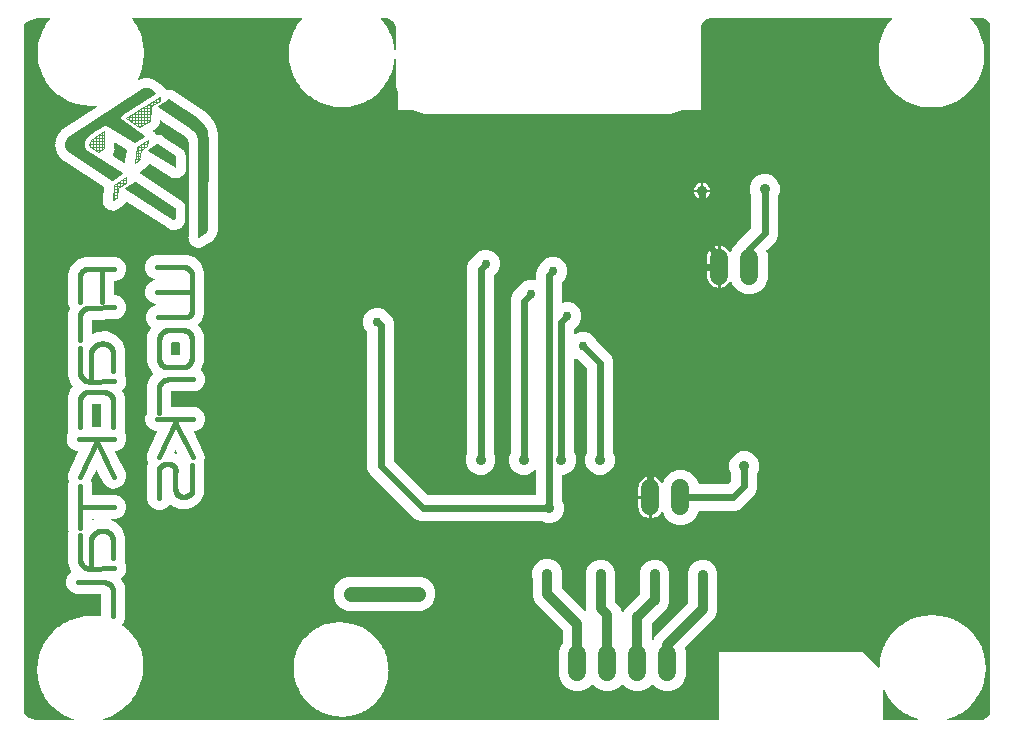
<source format=gbr>
G04 EAGLE Gerber RS-274X export*
G75*
%MOMM*%
%FSLAX34Y34*%
%LPD*%
%INBottom Copper*%
%IPPOS*%
%AMOC8*
5,1,8,0,0,1.08239X$1,22.5*%
G01*
%ADD10C,1.524000*%
%ADD11C,0.076200*%
%ADD12C,0.406400*%
%ADD13C,0.889000*%
%ADD14C,0.609600*%
%ADD15C,0.756400*%
%ADD16C,0.812800*%
%ADD17C,1.270000*%

G36*
X145982Y95887D02*
X145982Y95887D01*
X145991Y95886D01*
X146092Y95907D01*
X146194Y95925D01*
X146202Y95930D01*
X146211Y95932D01*
X146298Y95987D01*
X146387Y96040D01*
X146393Y96047D01*
X146401Y96051D01*
X146463Y96134D01*
X146528Y96214D01*
X146531Y96222D01*
X146537Y96230D01*
X146567Y96328D01*
X146600Y96426D01*
X146600Y96435D01*
X146603Y96444D01*
X146597Y96548D01*
X146594Y96651D01*
X146590Y96659D01*
X146590Y96668D01*
X146548Y96763D01*
X146509Y96858D01*
X146503Y96865D01*
X146500Y96874D01*
X146427Y96948D01*
X146358Y97024D01*
X146350Y97028D01*
X146344Y97035D01*
X146177Y97121D01*
X142564Y98347D01*
X142563Y98347D01*
X142458Y98363D01*
X142343Y98380D01*
X142342Y98380D01*
X142105Y98497D01*
X142071Y98507D01*
X142029Y98529D01*
X141770Y98617D01*
X141753Y98639D01*
X141752Y98640D01*
X141598Y98747D01*
X137502Y100767D01*
X137501Y100767D01*
X137501Y100768D01*
X137392Y100799D01*
X137286Y100829D01*
X137066Y100976D01*
X137034Y100990D01*
X136995Y101017D01*
X136749Y101138D01*
X136736Y101163D01*
X136735Y101164D01*
X136596Y101290D01*
X132799Y103827D01*
X132798Y103828D01*
X132797Y103828D01*
X132699Y103871D01*
X132593Y103917D01*
X132394Y104091D01*
X132364Y104109D01*
X132328Y104142D01*
X132101Y104294D01*
X132091Y104320D01*
X132090Y104321D01*
X131969Y104464D01*
X128535Y107475D01*
X128535Y107476D01*
X128534Y107476D01*
X128438Y107534D01*
X128343Y107591D01*
X128169Y107790D01*
X128141Y107812D01*
X128110Y107849D01*
X127904Y108029D01*
X127898Y108056D01*
X127897Y108057D01*
X127897Y108058D01*
X127795Y108215D01*
X124784Y111649D01*
X124783Y111650D01*
X124701Y111716D01*
X124609Y111789D01*
X124608Y111789D01*
X124462Y112008D01*
X124437Y112034D01*
X124411Y112074D01*
X124231Y112280D01*
X124228Y112308D01*
X124227Y112308D01*
X124227Y112309D01*
X124147Y112479D01*
X121610Y116276D01*
X121609Y116277D01*
X121530Y116359D01*
X121455Y116438D01*
X121454Y116438D01*
X121337Y116675D01*
X121316Y116703D01*
X121296Y116746D01*
X121144Y116974D01*
X121144Y117002D01*
X121144Y117003D01*
X121087Y117182D01*
X119067Y121278D01*
X119067Y121279D01*
X119002Y121367D01*
X118934Y121458D01*
X118934Y121459D01*
X118849Y121709D01*
X118832Y121740D01*
X118817Y121785D01*
X118696Y122030D01*
X118700Y122058D01*
X118700Y122059D01*
X118700Y122060D01*
X118667Y122244D01*
X117199Y126569D01*
X117199Y126570D01*
X117198Y126570D01*
X117154Y126651D01*
X117147Y126668D01*
X117140Y126676D01*
X117090Y126765D01*
X117090Y126766D01*
X117039Y127025D01*
X117026Y127057D01*
X117017Y127105D01*
X116929Y127364D01*
X116937Y127391D01*
X116937Y127392D01*
X116928Y127579D01*
X116037Y132059D01*
X116037Y132060D01*
X115998Y132157D01*
X115955Y132267D01*
X115955Y132268D01*
X115938Y132531D01*
X115929Y132566D01*
X115927Y132614D01*
X115873Y132882D01*
X115885Y132907D01*
X115885Y132908D01*
X115885Y132909D01*
X115901Y133096D01*
X115605Y137601D01*
X115600Y137623D01*
X115601Y137644D01*
X115573Y137731D01*
X115569Y137747D01*
X115569Y138130D01*
X115566Y138149D01*
X115568Y138172D01*
X115566Y138202D01*
X115566Y138203D01*
X115542Y138297D01*
X115548Y138389D01*
X115544Y138424D01*
X115548Y138472D01*
X115543Y138552D01*
X115566Y138658D01*
X115568Y138689D01*
X115566Y138707D01*
X115569Y138730D01*
X115569Y139093D01*
X115600Y139232D01*
X115605Y139253D01*
X115605Y139255D01*
X115605Y139259D01*
X115925Y144129D01*
X115924Y144130D01*
X115925Y144130D01*
X115913Y144235D01*
X115899Y144352D01*
X115951Y144611D01*
X115951Y144621D01*
X115954Y144629D01*
X115953Y144653D01*
X115962Y144693D01*
X115979Y144966D01*
X115997Y144988D01*
X115997Y144989D01*
X115998Y144990D01*
X116061Y145166D01*
X117023Y150004D01*
X117024Y150005D01*
X117025Y150119D01*
X117027Y150228D01*
X117112Y150478D01*
X117117Y150513D01*
X117134Y150559D01*
X117187Y150827D01*
X117207Y150846D01*
X117208Y150847D01*
X117208Y150848D01*
X117294Y151014D01*
X118880Y155685D01*
X118880Y155686D01*
X118896Y155792D01*
X118913Y155907D01*
X119030Y156144D01*
X119039Y156178D01*
X119061Y156221D01*
X119149Y156479D01*
X119172Y156496D01*
X119172Y156497D01*
X119173Y156497D01*
X119280Y156651D01*
X121461Y161075D01*
X121462Y161076D01*
X121493Y161186D01*
X121523Y161291D01*
X121670Y161511D01*
X121678Y161530D01*
X121688Y161542D01*
X121693Y161555D01*
X121712Y161582D01*
X121833Y161828D01*
X121857Y161841D01*
X121858Y161842D01*
X121985Y161981D01*
X124725Y166082D01*
X124725Y166083D01*
X124726Y166083D01*
X124765Y166175D01*
X124814Y166288D01*
X124815Y166288D01*
X124988Y166487D01*
X125007Y166517D01*
X125039Y166552D01*
X125191Y166780D01*
X125217Y166790D01*
X125218Y166791D01*
X125219Y166791D01*
X125362Y166912D01*
X128614Y170620D01*
X128614Y170621D01*
X128615Y170622D01*
X128672Y170718D01*
X128730Y170813D01*
X128928Y170987D01*
X128950Y171015D01*
X128987Y171046D01*
X129167Y171251D01*
X129194Y171258D01*
X129195Y171259D01*
X129196Y171259D01*
X129354Y171360D01*
X133062Y174612D01*
X133062Y174613D01*
X133063Y174613D01*
X133131Y174700D01*
X133202Y174788D01*
X133422Y174935D01*
X133447Y174960D01*
X133487Y174986D01*
X133693Y175166D01*
X133721Y175169D01*
X133722Y175169D01*
X133892Y175249D01*
X137993Y177989D01*
X137994Y177990D01*
X138072Y178065D01*
X138155Y178145D01*
X138155Y178146D01*
X138392Y178262D01*
X138420Y178283D01*
X138463Y178304D01*
X138691Y178456D01*
X138719Y178455D01*
X138720Y178455D01*
X138899Y178513D01*
X143323Y180694D01*
X143323Y180695D01*
X143324Y180695D01*
X143411Y180760D01*
X143503Y180827D01*
X143503Y180828D01*
X143753Y180913D01*
X143757Y180914D01*
X143760Y180915D01*
X143785Y180930D01*
X143830Y180944D01*
X144075Y181065D01*
X144103Y181061D01*
X144104Y181061D01*
X144105Y181061D01*
X144289Y181094D01*
X148960Y182680D01*
X148961Y182680D01*
X149055Y182733D01*
X149156Y182788D01*
X149156Y182789D01*
X149415Y182840D01*
X149448Y182853D01*
X149496Y182862D01*
X149755Y182950D01*
X149782Y182942D01*
X149783Y182942D01*
X149970Y182951D01*
X154808Y183913D01*
X154809Y183913D01*
X154913Y183954D01*
X155017Y183995D01*
X155281Y184012D01*
X155315Y184021D01*
X155363Y184023D01*
X155631Y184077D01*
X155657Y184065D01*
X155658Y184065D01*
X155845Y184049D01*
X160715Y184369D01*
X160737Y184374D01*
X160758Y184373D01*
X160845Y184401D01*
X160861Y184405D01*
X161244Y184405D01*
X161263Y184408D01*
X161286Y184406D01*
X161648Y184430D01*
X161790Y184409D01*
X161810Y184405D01*
X161813Y184405D01*
X161816Y184405D01*
X162796Y184405D01*
X162818Y184409D01*
X162839Y184406D01*
X162927Y184428D01*
X162943Y184431D01*
X163326Y184406D01*
X163345Y184408D01*
X163368Y184405D01*
X163731Y184405D01*
X163870Y184374D01*
X163891Y184369D01*
X163893Y184369D01*
X163897Y184369D01*
X168303Y184080D01*
X168304Y184080D01*
X168410Y184092D01*
X168526Y184105D01*
X168785Y184054D01*
X168820Y184053D01*
X168867Y184043D01*
X169249Y184018D01*
X169338Y184028D01*
X169428Y184032D01*
X169449Y184041D01*
X169472Y184043D01*
X169552Y184084D01*
X169635Y184119D01*
X169652Y184134D01*
X169672Y184144D01*
X169733Y184210D01*
X169799Y184272D01*
X169809Y184292D01*
X169825Y184309D01*
X169859Y184392D01*
X169899Y184473D01*
X169903Y184498D01*
X169910Y184516D01*
X169912Y184567D01*
X169913Y184575D01*
X169917Y184587D01*
X169917Y184602D01*
X169925Y184659D01*
X169712Y202065D01*
X169701Y202126D01*
X169699Y202188D01*
X169680Y202235D01*
X169670Y202285D01*
X169638Y202338D01*
X169614Y202395D01*
X169580Y202433D01*
X169553Y202477D01*
X169505Y202515D01*
X169463Y202561D01*
X169418Y202584D01*
X169378Y202616D01*
X169319Y202635D01*
X169263Y202664D01*
X169204Y202672D01*
X169164Y202685D01*
X169128Y202684D01*
X169078Y202691D01*
X148347Y202691D01*
X144612Y204238D01*
X141754Y207096D01*
X140207Y210831D01*
X140207Y214873D01*
X141754Y218608D01*
X144448Y221301D01*
X144482Y221351D01*
X144525Y221395D01*
X144546Y221443D01*
X144576Y221485D01*
X144591Y221544D01*
X144616Y221600D01*
X144619Y221652D01*
X144632Y221703D01*
X144626Y221763D01*
X144629Y221824D01*
X144614Y221874D01*
X144609Y221926D01*
X144582Y221980D01*
X144564Y222039D01*
X144528Y222089D01*
X144509Y222127D01*
X144483Y222152D01*
X144455Y222191D01*
X144406Y222241D01*
X141731Y228847D01*
X141731Y254751D01*
X142236Y255969D01*
X142245Y256010D01*
X142263Y256049D01*
X142268Y256119D01*
X142284Y256188D01*
X142278Y256230D01*
X142281Y256272D01*
X142259Y256360D01*
X142252Y256410D01*
X142242Y256429D01*
X142236Y256454D01*
X141985Y257059D01*
X141985Y273846D01*
X141980Y273876D01*
X141982Y273906D01*
X141954Y274021D01*
X141946Y274066D01*
X141940Y274076D01*
X141937Y274088D01*
X141731Y274585D01*
X141731Y278627D01*
X141937Y279124D01*
X141944Y279154D01*
X141958Y279181D01*
X141975Y279298D01*
X141985Y279343D01*
X141983Y279353D01*
X141985Y279366D01*
X141985Y296661D01*
X142354Y297552D01*
X142360Y297577D01*
X142372Y297600D01*
X142383Y297686D01*
X142402Y297771D01*
X142398Y297797D01*
X142402Y297822D01*
X142376Y297956D01*
X142371Y297993D01*
X142367Y297999D01*
X142366Y298006D01*
X141386Y300767D01*
X141595Y304804D01*
X150354Y323196D01*
X150378Y323287D01*
X150408Y323375D01*
X150408Y323394D01*
X150413Y323413D01*
X150405Y323506D01*
X150402Y323600D01*
X150395Y323617D01*
X150393Y323636D01*
X150353Y323721D01*
X150317Y323807D01*
X150305Y323822D01*
X150296Y323839D01*
X150229Y323904D01*
X150166Y323973D01*
X150149Y323982D01*
X150135Y323995D01*
X150050Y324033D01*
X149966Y324076D01*
X149946Y324079D01*
X149930Y324086D01*
X149880Y324088D01*
X149781Y324103D01*
X148601Y324103D01*
X144866Y325650D01*
X142008Y328508D01*
X140461Y332243D01*
X140461Y336285D01*
X142031Y340074D01*
X142040Y340115D01*
X142058Y340154D01*
X142063Y340224D01*
X142078Y340293D01*
X142072Y340335D01*
X142076Y340377D01*
X142054Y340465D01*
X142047Y340515D01*
X142037Y340533D01*
X142031Y340559D01*
X141477Y341895D01*
X141477Y370079D01*
X144556Y377052D01*
X145889Y378267D01*
X145935Y378327D01*
X145987Y378381D01*
X146002Y378416D01*
X146025Y378446D01*
X146047Y378518D01*
X146078Y378586D01*
X146080Y378624D01*
X146091Y378660D01*
X146087Y378735D01*
X146092Y378810D01*
X146081Y378846D01*
X146078Y378884D01*
X146048Y378953D01*
X146026Y379025D01*
X146001Y379060D01*
X145988Y379090D01*
X145957Y379122D01*
X145917Y379177D01*
X144406Y380737D01*
X141731Y387343D01*
X141731Y413247D01*
X141982Y413852D01*
X141991Y413893D01*
X142009Y413932D01*
X142014Y414002D01*
X142030Y414071D01*
X142024Y414113D01*
X142027Y414155D01*
X142005Y414243D01*
X141998Y414293D01*
X141988Y414311D01*
X141982Y414337D01*
X141477Y415555D01*
X141477Y440846D01*
X143077Y444625D01*
X143088Y444673D01*
X143108Y444717D01*
X143112Y444781D01*
X143126Y444844D01*
X143120Y444892D01*
X143123Y444941D01*
X143103Y445018D01*
X143097Y445066D01*
X143084Y445090D01*
X143076Y445123D01*
X141758Y448189D01*
X141505Y467694D01*
X141500Y467720D01*
X141502Y467747D01*
X141477Y467846D01*
X141477Y469830D01*
X141477Y469834D01*
X141477Y469839D01*
X141452Y471803D01*
X141463Y471882D01*
X141470Y471902D01*
X141470Y471923D01*
X141477Y471959D01*
X141476Y471966D01*
X141477Y471974D01*
X141477Y474199D01*
X144184Y480734D01*
X149186Y485736D01*
X155721Y488443D01*
X182615Y488443D01*
X186350Y486896D01*
X189208Y484038D01*
X190755Y480303D01*
X190755Y476261D01*
X189208Y472526D01*
X186350Y469668D01*
X182615Y468121D01*
X180975Y468121D01*
X180910Y468110D01*
X180844Y468108D01*
X180801Y468090D01*
X180754Y468082D01*
X180697Y468048D01*
X180637Y468023D01*
X180602Y467992D01*
X180561Y467967D01*
X180519Y467916D01*
X180471Y467872D01*
X180449Y467830D01*
X180420Y467793D01*
X180399Y467731D01*
X180368Y467672D01*
X180360Y467618D01*
X180348Y467581D01*
X180349Y467541D01*
X180341Y467487D01*
X180341Y456317D01*
X180353Y456248D01*
X180356Y456178D01*
X180373Y456138D01*
X180380Y456096D01*
X180416Y456036D01*
X180443Y455971D01*
X180472Y455940D01*
X180495Y455902D01*
X180549Y455859D01*
X180596Y455808D01*
X180635Y455788D01*
X180669Y455761D01*
X180735Y455739D01*
X180797Y455708D01*
X180847Y455701D01*
X180881Y455689D01*
X180923Y455690D01*
X180983Y455682D01*
X182490Y455701D01*
X186243Y454200D01*
X189136Y451378D01*
X190729Y447662D01*
X190779Y443620D01*
X189278Y439867D01*
X186456Y436974D01*
X182740Y435381D01*
X162425Y435130D01*
X162364Y435118D01*
X162302Y435117D01*
X162255Y435097D01*
X162205Y435088D01*
X162152Y435056D01*
X162095Y435032D01*
X162057Y434998D01*
X162013Y434971D01*
X161975Y434923D01*
X161929Y434881D01*
X161906Y434835D01*
X161874Y434795D01*
X161855Y434736D01*
X161826Y434681D01*
X161818Y434622D01*
X161805Y434582D01*
X161806Y434545D01*
X161799Y434496D01*
X161799Y424004D01*
X161814Y423918D01*
X161823Y423830D01*
X161834Y423808D01*
X161838Y423784D01*
X161883Y423708D01*
X161922Y423629D01*
X161940Y423612D01*
X161953Y423590D01*
X162021Y423535D01*
X162085Y423474D01*
X162107Y423465D01*
X162127Y423449D01*
X162210Y423421D01*
X162291Y423386D01*
X162316Y423385D01*
X162339Y423377D01*
X162427Y423380D01*
X162515Y423376D01*
X162542Y423383D01*
X162564Y423384D01*
X162610Y423403D01*
X162695Y423427D01*
X166330Y425078D01*
X169660Y425172D01*
X170402Y425193D01*
X170453Y425194D01*
X172548Y425253D01*
X174260Y425301D01*
X181453Y422498D01*
X186988Y417117D01*
X189993Y410006D01*
X189993Y389901D01*
X189587Y388921D01*
X189577Y388876D01*
X189558Y388834D01*
X189553Y388767D01*
X189539Y388702D01*
X189546Y388656D01*
X189542Y388610D01*
X189564Y388529D01*
X189571Y388480D01*
X189582Y388459D01*
X189590Y388429D01*
X190984Y385175D01*
X191032Y381133D01*
X189531Y377381D01*
X187726Y375532D01*
X187673Y375454D01*
X187616Y375380D01*
X187611Y375362D01*
X187600Y375346D01*
X187578Y375255D01*
X187550Y375166D01*
X187551Y375147D01*
X187547Y375128D01*
X187557Y375035D01*
X187563Y374942D01*
X187570Y374922D01*
X187572Y374905D01*
X187595Y374860D01*
X187633Y374768D01*
X189200Y372095D01*
X189589Y370092D01*
X189607Y370045D01*
X189628Y369963D01*
X189970Y369163D01*
X189981Y368118D01*
X189990Y368073D01*
X189993Y368004D01*
X190192Y366978D01*
X190018Y366125D01*
X190016Y366075D01*
X190005Y365991D01*
X190268Y342007D01*
X189563Y340249D01*
X189555Y340211D01*
X189538Y340175D01*
X189532Y340102D01*
X189517Y340029D01*
X189523Y339990D01*
X189520Y339952D01*
X189544Y339857D01*
X189551Y339807D01*
X189560Y339792D01*
X189565Y339770D01*
X191009Y336285D01*
X191009Y332243D01*
X189462Y328508D01*
X186604Y325650D01*
X182869Y324103D01*
X181876Y324103D01*
X181779Y324086D01*
X181681Y324073D01*
X181669Y324066D01*
X181655Y324064D01*
X181570Y324013D01*
X181483Y323967D01*
X181474Y323957D01*
X181462Y323949D01*
X181400Y323873D01*
X181334Y323799D01*
X181329Y323786D01*
X181321Y323775D01*
X181289Y323682D01*
X181253Y323590D01*
X181253Y323576D01*
X181249Y323563D01*
X181252Y323464D01*
X181250Y323366D01*
X181255Y323351D01*
X181255Y323338D01*
X181273Y323294D01*
X181308Y323187D01*
X190341Y304961D01*
X190614Y300928D01*
X189322Y297098D01*
X186663Y294054D01*
X183041Y292259D01*
X179008Y291986D01*
X175178Y293278D01*
X172134Y295937D01*
X166464Y307375D01*
X166445Y307401D01*
X166434Y307429D01*
X166421Y307444D01*
X166411Y307463D01*
X166367Y307506D01*
X166331Y307555D01*
X166301Y307575D01*
X166282Y307595D01*
X166268Y307602D01*
X166250Y307620D01*
X166194Y307644D01*
X166143Y307678D01*
X166104Y307686D01*
X166083Y307698D01*
X166068Y307700D01*
X166045Y307710D01*
X165984Y307714D01*
X165924Y307727D01*
X165903Y307724D01*
X165897Y307725D01*
X165895Y307725D01*
X165868Y307720D01*
X165821Y307723D01*
X165762Y307705D01*
X165701Y307697D01*
X165683Y307687D01*
X165674Y307686D01*
X165649Y307671D01*
X165606Y307658D01*
X165558Y307620D01*
X165503Y307592D01*
X165491Y307577D01*
X165481Y307571D01*
X165460Y307546D01*
X165428Y307522D01*
X165386Y307459D01*
X165355Y307424D01*
X165349Y307409D01*
X165339Y307397D01*
X165334Y307383D01*
X165323Y307366D01*
X161460Y299253D01*
X161445Y299196D01*
X161420Y299143D01*
X161415Y299089D01*
X161401Y299036D01*
X161406Y298978D01*
X161401Y298919D01*
X161417Y298857D01*
X161421Y298813D01*
X161436Y298782D01*
X161447Y298737D01*
X162307Y296661D01*
X162307Y287401D01*
X162318Y287336D01*
X162320Y287270D01*
X162338Y287227D01*
X162346Y287180D01*
X162380Y287123D01*
X162405Y287063D01*
X162436Y287028D01*
X162461Y286987D01*
X162512Y286945D01*
X162556Y286897D01*
X162598Y286875D01*
X162635Y286846D01*
X162697Y286825D01*
X162756Y286794D01*
X162810Y286786D01*
X162847Y286774D01*
X162887Y286775D01*
X162941Y286767D01*
X182615Y286767D01*
X186350Y285220D01*
X189208Y282362D01*
X190755Y278627D01*
X190755Y274585D01*
X189208Y270850D01*
X186350Y267992D01*
X182615Y266445D01*
X178559Y266445D01*
X178453Y266426D01*
X178348Y266409D01*
X178343Y266406D01*
X178338Y266406D01*
X178245Y266351D01*
X178153Y266298D01*
X178149Y266294D01*
X178145Y266291D01*
X178078Y266209D01*
X178008Y266126D01*
X178007Y266121D01*
X178003Y266117D01*
X177969Y266015D01*
X177933Y265915D01*
X177933Y265910D01*
X177932Y265905D01*
X177935Y265799D01*
X177936Y265690D01*
X177938Y265686D01*
X177938Y265680D01*
X177978Y265582D01*
X178017Y265481D01*
X178021Y265477D01*
X178022Y265473D01*
X178095Y265394D01*
X178166Y265313D01*
X178171Y265310D01*
X178174Y265307D01*
X178202Y265293D01*
X178329Y265220D01*
X181453Y264002D01*
X186988Y258621D01*
X189993Y251510D01*
X189993Y231405D01*
X189587Y230425D01*
X189577Y230380D01*
X189558Y230338D01*
X189553Y230271D01*
X189539Y230206D01*
X189546Y230160D01*
X189542Y230114D01*
X189564Y230033D01*
X189571Y229984D01*
X189582Y229963D01*
X189590Y229933D01*
X190984Y226679D01*
X191032Y222637D01*
X189531Y218885D01*
X186907Y216197D01*
X186866Y216136D01*
X186817Y216081D01*
X186812Y216068D01*
X186810Y216065D01*
X186803Y216043D01*
X186781Y216011D01*
X186764Y215940D01*
X186738Y215871D01*
X186737Y215832D01*
X186728Y215794D01*
X186736Y215720D01*
X186736Y215647D01*
X186750Y215604D01*
X186754Y215571D01*
X186774Y215531D01*
X186794Y215469D01*
X189609Y209879D01*
X189780Y208143D01*
X189781Y208140D01*
X189781Y208137D01*
X189828Y207955D01*
X189967Y207631D01*
X189986Y206075D01*
X189991Y206051D01*
X189989Y206020D01*
X190142Y204472D01*
X190040Y204134D01*
X190039Y204131D01*
X190038Y204128D01*
X190012Y203942D01*
X190271Y182761D01*
X188769Y179008D01*
X187432Y177637D01*
X187425Y177628D01*
X187416Y177621D01*
X187363Y177535D01*
X187306Y177452D01*
X187303Y177440D01*
X187297Y177431D01*
X187277Y177332D01*
X187253Y177234D01*
X187254Y177222D01*
X187252Y177211D01*
X187267Y177111D01*
X187279Y177011D01*
X187284Y177001D01*
X187286Y176989D01*
X187335Y176901D01*
X187381Y176811D01*
X187389Y176803D01*
X187395Y176793D01*
X187533Y176667D01*
X188555Y175984D01*
X188556Y175984D01*
X188557Y175983D01*
X188655Y175941D01*
X188761Y175894D01*
X188762Y175894D01*
X188960Y175720D01*
X188990Y175702D01*
X189026Y175670D01*
X189253Y175518D01*
X189263Y175491D01*
X189264Y175491D01*
X189264Y175490D01*
X189385Y175347D01*
X192744Y172402D01*
X192745Y172401D01*
X192841Y172343D01*
X192936Y172286D01*
X192937Y172286D01*
X193111Y172087D01*
X193138Y172065D01*
X193169Y172029D01*
X193375Y171848D01*
X193382Y171821D01*
X193382Y171820D01*
X193484Y171662D01*
X196429Y168303D01*
X196430Y168303D01*
X196430Y168302D01*
X196516Y168234D01*
X196605Y168164D01*
X196605Y168163D01*
X196752Y167944D01*
X196776Y167918D01*
X196802Y167878D01*
X196982Y167672D01*
X196986Y167644D01*
X196986Y167643D01*
X197066Y167473D01*
X199548Y163759D01*
X199549Y163758D01*
X199628Y163676D01*
X199704Y163597D01*
X199821Y163360D01*
X199842Y163332D01*
X199862Y163289D01*
X200014Y163061D01*
X200014Y163033D01*
X200014Y163032D01*
X200028Y162988D01*
X200028Y162986D01*
X200031Y162977D01*
X200071Y162853D01*
X202047Y158847D01*
X202047Y158846D01*
X202047Y158845D01*
X202114Y158755D01*
X202180Y158666D01*
X202265Y158416D01*
X202282Y158385D01*
X202297Y158339D01*
X202418Y158094D01*
X202414Y158066D01*
X202414Y158065D01*
X202414Y158064D01*
X202441Y157913D01*
X202441Y157912D01*
X202442Y157911D01*
X202447Y157880D01*
X203883Y153650D01*
X203883Y153649D01*
X203884Y153648D01*
X203937Y153552D01*
X203992Y153453D01*
X204043Y153194D01*
X204056Y153161D01*
X204065Y153114D01*
X204153Y152855D01*
X204145Y152828D01*
X204145Y152827D01*
X204154Y152639D01*
X205025Y148258D01*
X205026Y148257D01*
X205026Y148256D01*
X205066Y148154D01*
X205107Y148049D01*
X205108Y148049D01*
X205125Y147785D01*
X205133Y147751D01*
X205136Y147703D01*
X205189Y147435D01*
X205178Y147409D01*
X205178Y147408D01*
X205177Y147408D01*
X205175Y147374D01*
X205168Y147354D01*
X205169Y147307D01*
X205162Y147221D01*
X205454Y142763D01*
X205454Y142762D01*
X205454Y142761D01*
X205464Y142721D01*
X205465Y142690D01*
X205483Y142645D01*
X205508Y142545D01*
X205491Y142282D01*
X205495Y142246D01*
X205491Y142199D01*
X205509Y141926D01*
X205494Y141902D01*
X205494Y141901D01*
X205494Y141900D01*
X205454Y141717D01*
X205121Y136629D01*
X205120Y136628D01*
X205133Y136517D01*
X205146Y136406D01*
X205094Y136147D01*
X205094Y136112D01*
X205084Y136065D01*
X205066Y135792D01*
X205048Y135770D01*
X205048Y135769D01*
X205047Y135769D01*
X204984Y135592D01*
X203989Y130592D01*
X203989Y130591D01*
X203989Y130590D01*
X203987Y130474D01*
X203985Y130367D01*
X203901Y130117D01*
X203895Y130082D01*
X203879Y130037D01*
X203826Y129769D01*
X203805Y129749D01*
X203805Y129748D01*
X203804Y129748D01*
X203719Y129581D01*
X202080Y124753D01*
X202080Y124752D01*
X202079Y124752D01*
X202063Y124643D01*
X202046Y124531D01*
X201930Y124294D01*
X201920Y124260D01*
X201898Y124217D01*
X201810Y123959D01*
X201787Y123942D01*
X201787Y123941D01*
X201786Y123941D01*
X201679Y123787D01*
X199424Y119214D01*
X199424Y119213D01*
X199393Y119103D01*
X199362Y118998D01*
X199216Y118778D01*
X199202Y118746D01*
X199174Y118707D01*
X199053Y118461D01*
X199029Y118448D01*
X199028Y118447D01*
X199027Y118447D01*
X198901Y118308D01*
X196069Y114069D01*
X196068Y114068D01*
X196068Y114067D01*
X196025Y113969D01*
X195979Y113863D01*
X195805Y113664D01*
X195787Y113634D01*
X195755Y113598D01*
X195603Y113371D01*
X195576Y113361D01*
X195576Y113360D01*
X195575Y113360D01*
X195432Y113239D01*
X192070Y109405D01*
X192069Y109404D01*
X192012Y109308D01*
X191954Y109213D01*
X191756Y109039D01*
X191734Y109011D01*
X191697Y108980D01*
X191517Y108775D01*
X191490Y108768D01*
X191489Y108767D01*
X191488Y108767D01*
X191331Y108666D01*
X187497Y105304D01*
X187496Y105303D01*
X187428Y105217D01*
X187357Y105129D01*
X187357Y105128D01*
X187138Y104981D01*
X187112Y104957D01*
X187072Y104931D01*
X186866Y104751D01*
X186838Y104748D01*
X186838Y104747D01*
X186837Y104747D01*
X186794Y104727D01*
X186786Y104726D01*
X186764Y104713D01*
X186667Y104667D01*
X182428Y101835D01*
X182428Y101834D01*
X182427Y101834D01*
X182344Y101754D01*
X182266Y101679D01*
X182029Y101562D01*
X182001Y101541D01*
X181958Y101520D01*
X181730Y101368D01*
X181702Y101369D01*
X181701Y101369D01*
X181522Y101312D01*
X176949Y99057D01*
X176949Y99056D01*
X176948Y99056D01*
X176865Y98994D01*
X176769Y98923D01*
X176519Y98838D01*
X176488Y98821D01*
X176442Y98806D01*
X176197Y98685D01*
X176169Y98690D01*
X176168Y98689D01*
X176167Y98690D01*
X175983Y98656D01*
X171459Y97121D01*
X171451Y97116D01*
X171442Y97115D01*
X171353Y97062D01*
X171263Y97012D01*
X171257Y97005D01*
X171249Y97000D01*
X171184Y96920D01*
X171116Y96842D01*
X171113Y96833D01*
X171107Y96826D01*
X171074Y96729D01*
X171038Y96631D01*
X171038Y96622D01*
X171036Y96614D01*
X171039Y96511D01*
X171039Y96407D01*
X171042Y96399D01*
X171042Y96389D01*
X171081Y96294D01*
X171117Y96197D01*
X171123Y96190D01*
X171126Y96182D01*
X171196Y96106D01*
X171264Y96027D01*
X171272Y96023D01*
X171278Y96016D01*
X171370Y95969D01*
X171460Y95919D01*
X171469Y95918D01*
X171477Y95913D01*
X171663Y95886D01*
X692277Y95886D01*
X692342Y95897D01*
X692408Y95899D01*
X692451Y95917D01*
X692498Y95925D01*
X692555Y95959D01*
X692615Y95984D01*
X692650Y96015D01*
X692691Y96040D01*
X692733Y96091D01*
X692781Y96135D01*
X692803Y96177D01*
X692832Y96214D01*
X692853Y96276D01*
X692884Y96335D01*
X692892Y96389D01*
X692904Y96426D01*
X692903Y96466D01*
X692911Y96520D01*
X692911Y153478D01*
X693358Y153925D01*
X814386Y153925D01*
X827704Y140606D01*
X827761Y140567D01*
X827811Y140520D01*
X827852Y140504D01*
X827889Y140478D01*
X827955Y140461D01*
X828018Y140435D01*
X828063Y140433D01*
X828106Y140422D01*
X828174Y140429D01*
X828243Y140427D01*
X828285Y140441D01*
X828329Y140445D01*
X828391Y140476D01*
X828456Y140497D01*
X828490Y140525D01*
X828530Y140545D01*
X828577Y140595D01*
X828631Y140638D01*
X828654Y140676D01*
X828684Y140708D01*
X828711Y140771D01*
X828746Y140830D01*
X828757Y140880D01*
X828772Y140915D01*
X828773Y140956D01*
X828786Y141013D01*
X828800Y141228D01*
X828798Y141247D01*
X828801Y141270D01*
X828801Y141633D01*
X828832Y141772D01*
X828837Y141793D01*
X828837Y141795D01*
X828837Y141799D01*
X829139Y146404D01*
X829139Y146405D01*
X829127Y146508D01*
X829114Y146627D01*
X829165Y146886D01*
X829166Y146921D01*
X829176Y146968D01*
X829194Y147241D01*
X829212Y147263D01*
X829212Y147264D01*
X829276Y147441D01*
X830186Y152018D01*
X830186Y152019D01*
X830188Y152132D01*
X830190Y152242D01*
X830190Y152243D01*
X830275Y152493D01*
X830280Y152528D01*
X830296Y152573D01*
X830350Y152841D01*
X830370Y152860D01*
X830370Y152861D01*
X830371Y152862D01*
X830457Y153028D01*
X831957Y157447D01*
X831957Y157448D01*
X831974Y157558D01*
X831990Y157669D01*
X832107Y157906D01*
X832117Y157940D01*
X832139Y157983D01*
X832227Y158242D01*
X832249Y158259D01*
X832250Y158259D01*
X832250Y158260D01*
X832357Y158414D01*
X834421Y162599D01*
X834421Y162600D01*
X834422Y162600D01*
X834451Y162703D01*
X834483Y162815D01*
X834630Y163035D01*
X834644Y163067D01*
X834671Y163106D01*
X834792Y163352D01*
X834817Y163365D01*
X834818Y163366D01*
X834944Y163505D01*
X837537Y167385D01*
X837537Y167386D01*
X837538Y167386D01*
X837575Y167473D01*
X837627Y167591D01*
X837801Y167790D01*
X837819Y167820D01*
X837851Y167855D01*
X838003Y168083D01*
X838029Y168093D01*
X838030Y168094D01*
X838031Y168094D01*
X838174Y168215D01*
X841251Y171724D01*
X841252Y171725D01*
X841308Y171820D01*
X841366Y171916D01*
X841565Y172090D01*
X841587Y172118D01*
X841624Y172149D01*
X841804Y172355D01*
X841831Y172361D01*
X841832Y172362D01*
X841833Y172362D01*
X841990Y172463D01*
X845499Y175540D01*
X845499Y175541D01*
X845500Y175541D01*
X845568Y175627D01*
X845639Y175716D01*
X845859Y175863D01*
X845884Y175887D01*
X845924Y175913D01*
X846130Y176094D01*
X846158Y176097D01*
X846159Y176097D01*
X846329Y176177D01*
X850209Y178770D01*
X850210Y178770D01*
X850210Y178771D01*
X850284Y178842D01*
X850371Y178925D01*
X850371Y178926D01*
X850608Y179043D01*
X850636Y179064D01*
X850679Y179084D01*
X850907Y179236D01*
X850935Y179235D01*
X850936Y179236D01*
X851115Y179293D01*
X855300Y181357D01*
X855301Y181357D01*
X855302Y181357D01*
X855389Y181422D01*
X855481Y181490D01*
X855731Y181575D01*
X855762Y181592D01*
X855808Y181607D01*
X856053Y181728D01*
X856081Y181724D01*
X856082Y181724D01*
X856267Y181757D01*
X860686Y183257D01*
X860686Y183258D01*
X860687Y183258D01*
X860780Y183309D01*
X860882Y183366D01*
X861141Y183418D01*
X861174Y183430D01*
X861221Y183439D01*
X861480Y183527D01*
X861507Y183519D01*
X861508Y183519D01*
X861509Y183519D01*
X861696Y183528D01*
X866273Y184438D01*
X866274Y184439D01*
X866275Y184439D01*
X866380Y184480D01*
X866482Y184520D01*
X866482Y184521D01*
X866746Y184538D01*
X866780Y184546D01*
X866828Y184549D01*
X867096Y184602D01*
X867122Y184591D01*
X867123Y184591D01*
X867124Y184590D01*
X867310Y184575D01*
X871915Y184877D01*
X871937Y184882D01*
X871958Y184881D01*
X872045Y184909D01*
X872061Y184913D01*
X872445Y184913D01*
X872463Y184916D01*
X872486Y184914D01*
X872848Y184938D01*
X872990Y184917D01*
X873010Y184913D01*
X873013Y184913D01*
X873016Y184913D01*
X873488Y184913D01*
X873510Y184917D01*
X873531Y184914D01*
X873619Y184936D01*
X873635Y184939D01*
X874018Y184914D01*
X874037Y184916D01*
X874060Y184913D01*
X874423Y184913D01*
X874562Y184882D01*
X874583Y184877D01*
X874585Y184877D01*
X874589Y184877D01*
X879326Y184566D01*
X879327Y184566D01*
X879328Y184566D01*
X879433Y184578D01*
X879549Y184591D01*
X879550Y184591D01*
X879809Y184540D01*
X879844Y184539D01*
X879891Y184529D01*
X880164Y184511D01*
X880186Y184494D01*
X880187Y184493D01*
X880364Y184430D01*
X885071Y183493D01*
X885072Y183493D01*
X885187Y183491D01*
X885295Y183489D01*
X885545Y183404D01*
X885581Y183399D01*
X885626Y183383D01*
X885894Y183330D01*
X885913Y183309D01*
X885914Y183309D01*
X885915Y183308D01*
X886081Y183223D01*
X890626Y181680D01*
X890627Y181680D01*
X890627Y181679D01*
X890733Y181664D01*
X890848Y181646D01*
X891085Y181530D01*
X891119Y181520D01*
X891162Y181498D01*
X891421Y181410D01*
X891437Y181387D01*
X891438Y181387D01*
X891439Y181386D01*
X891593Y181279D01*
X895897Y179157D01*
X895898Y179156D01*
X896008Y179125D01*
X896113Y179095D01*
X896333Y178948D01*
X896365Y178934D01*
X896404Y178906D01*
X896650Y178786D01*
X896663Y178761D01*
X896664Y178760D01*
X896803Y178634D01*
X900794Y175967D01*
X900795Y175966D01*
X900889Y175926D01*
X900999Y175877D01*
X901000Y175877D01*
X901198Y175703D01*
X901228Y175685D01*
X901264Y175653D01*
X901491Y175501D01*
X901502Y175475D01*
X901502Y175474D01*
X901503Y175473D01*
X901624Y175330D01*
X905232Y172166D01*
X905233Y172165D01*
X905332Y172106D01*
X905424Y172050D01*
X905425Y172050D01*
X905599Y171851D01*
X905626Y171829D01*
X905657Y171793D01*
X905863Y171613D01*
X905870Y171585D01*
X905870Y171584D01*
X905972Y171426D01*
X909136Y167818D01*
X909137Y167817D01*
X909226Y167746D01*
X909312Y167678D01*
X909459Y167458D01*
X909484Y167432D01*
X909509Y167392D01*
X909690Y167187D01*
X909693Y167159D01*
X909693Y167158D01*
X909693Y167157D01*
X909773Y166988D01*
X912440Y162997D01*
X912440Y162996D01*
X912519Y162914D01*
X912595Y162835D01*
X912596Y162835D01*
X912712Y162598D01*
X912733Y162570D01*
X912754Y162527D01*
X912906Y162299D01*
X912905Y162271D01*
X912906Y162270D01*
X912963Y162091D01*
X915085Y157787D01*
X915086Y157786D01*
X915086Y157785D01*
X915151Y157698D01*
X915219Y157606D01*
X915304Y157356D01*
X915321Y157325D01*
X915336Y157279D01*
X915457Y157034D01*
X915452Y157006D01*
X915453Y157005D01*
X915452Y157004D01*
X915486Y156820D01*
X917029Y152275D01*
X917029Y152274D01*
X917082Y152178D01*
X917137Y152079D01*
X917189Y151820D01*
X917202Y151787D01*
X917210Y151739D01*
X917298Y151481D01*
X917290Y151454D01*
X917291Y151453D01*
X917290Y151452D01*
X917299Y151265D01*
X918236Y146557D01*
X918236Y146556D01*
X918277Y146452D01*
X918318Y146349D01*
X918318Y146348D01*
X918335Y146085D01*
X918344Y146050D01*
X918346Y146003D01*
X918399Y145734D01*
X918388Y145709D01*
X918388Y145708D01*
X918388Y145707D01*
X918372Y145520D01*
X918683Y140783D01*
X918688Y140761D01*
X918687Y140740D01*
X918715Y140653D01*
X918719Y140637D01*
X918719Y140480D01*
X918723Y140458D01*
X918720Y140437D01*
X918742Y140349D01*
X918745Y140333D01*
X918731Y140122D01*
X918735Y140087D01*
X918731Y140040D01*
X918744Y139850D01*
X918729Y139754D01*
X918726Y139743D01*
X918726Y139731D01*
X918723Y139708D01*
X918719Y139688D01*
X918719Y139685D01*
X918719Y139682D01*
X918719Y139545D01*
X918688Y139406D01*
X918683Y139385D01*
X918683Y139383D01*
X918683Y139379D01*
X918372Y134642D01*
X918372Y134641D01*
X918372Y134640D01*
X918385Y134532D01*
X918397Y134419D01*
X918397Y134418D01*
X918346Y134159D01*
X918345Y134124D01*
X918335Y134077D01*
X918317Y133804D01*
X918300Y133782D01*
X918299Y133781D01*
X918236Y133605D01*
X917299Y128897D01*
X917299Y128896D01*
X917297Y128782D01*
X917295Y128673D01*
X917210Y128423D01*
X917205Y128387D01*
X917189Y128342D01*
X917136Y128074D01*
X917115Y128055D01*
X917115Y128054D01*
X917114Y128053D01*
X917029Y127887D01*
X915486Y123342D01*
X915486Y123341D01*
X915485Y123341D01*
X915477Y123285D01*
X915466Y123252D01*
X915467Y123217D01*
X915452Y123120D01*
X915336Y122883D01*
X915326Y122849D01*
X915304Y122806D01*
X915216Y122547D01*
X915193Y122531D01*
X915193Y122530D01*
X915192Y122529D01*
X915085Y122375D01*
X912963Y118071D01*
X912962Y118070D01*
X912929Y117954D01*
X912901Y117855D01*
X912754Y117635D01*
X912740Y117603D01*
X912712Y117564D01*
X912592Y117318D01*
X912567Y117305D01*
X912566Y117304D01*
X912440Y117165D01*
X909773Y113174D01*
X909772Y113173D01*
X909732Y113080D01*
X909683Y112969D01*
X909683Y112968D01*
X909509Y112770D01*
X909491Y112740D01*
X909459Y112704D01*
X909307Y112477D01*
X909281Y112466D01*
X909280Y112466D01*
X909279Y112465D01*
X909136Y112344D01*
X905972Y108736D01*
X905971Y108735D01*
X905913Y108639D01*
X905856Y108544D01*
X905856Y108543D01*
X905657Y108369D01*
X905635Y108342D01*
X905599Y108311D01*
X905419Y108105D01*
X905391Y108098D01*
X905390Y108098D01*
X905232Y107996D01*
X901624Y104832D01*
X901623Y104831D01*
X901554Y104745D01*
X901484Y104656D01*
X901264Y104509D01*
X901238Y104484D01*
X901198Y104459D01*
X900993Y104278D01*
X900965Y104275D01*
X900964Y104275D01*
X900963Y104275D01*
X900794Y104195D01*
X896803Y101528D01*
X896802Y101528D01*
X896723Y101451D01*
X896641Y101373D01*
X896641Y101372D01*
X896404Y101256D01*
X896376Y101235D01*
X896333Y101214D01*
X896105Y101062D01*
X896077Y101063D01*
X896076Y101062D01*
X895897Y101005D01*
X891593Y98883D01*
X891592Y98882D01*
X891591Y98882D01*
X891496Y98811D01*
X891412Y98749D01*
X891162Y98664D01*
X891131Y98647D01*
X891085Y98632D01*
X890840Y98511D01*
X890812Y98516D01*
X890811Y98515D01*
X890810Y98516D01*
X890626Y98482D01*
X886615Y97121D01*
X886607Y97116D01*
X886598Y97115D01*
X886509Y97062D01*
X886418Y97012D01*
X886413Y97005D01*
X886405Y97000D01*
X886340Y96920D01*
X886272Y96842D01*
X886269Y96833D01*
X886263Y96826D01*
X886230Y96729D01*
X886194Y96631D01*
X886194Y96622D01*
X886191Y96614D01*
X886194Y96511D01*
X886195Y96407D01*
X886198Y96399D01*
X886198Y96389D01*
X886237Y96294D01*
X886273Y96197D01*
X886279Y96190D01*
X886282Y96182D01*
X886352Y96106D01*
X886420Y96027D01*
X886428Y96023D01*
X886434Y96016D01*
X886525Y95969D01*
X886616Y95919D01*
X886625Y95918D01*
X886633Y95913D01*
X886819Y95886D01*
X915849Y95886D01*
X915898Y95895D01*
X915992Y95902D01*
X916274Y95968D01*
X916277Y95969D01*
X916281Y95969D01*
X916454Y96040D01*
X919245Y97695D01*
X919248Y97698D01*
X919251Y97699D01*
X919395Y97819D01*
X921555Y100241D01*
X921557Y100244D01*
X921560Y100246D01*
X921661Y100404D01*
X922091Y101364D01*
X922100Y101403D01*
X922119Y101438D01*
X922133Y101533D01*
X922145Y101582D01*
X922143Y101600D01*
X922146Y101623D01*
X922146Y686052D01*
X922130Y686142D01*
X922120Y686233D01*
X922110Y686254D01*
X922107Y686273D01*
X922081Y686316D01*
X922040Y686403D01*
X921001Y687967D01*
X920994Y687974D01*
X920989Y687983D01*
X920859Y688118D01*
X918714Y689768D01*
X918705Y689773D01*
X918698Y689780D01*
X918531Y689866D01*
X915968Y690736D01*
X915920Y690743D01*
X915816Y690767D01*
X914463Y690877D01*
X914440Y690875D01*
X914411Y690879D01*
X912543Y690877D01*
X912534Y690879D01*
X912524Y690877D01*
X912511Y690879D01*
X906304Y690879D01*
X906237Y690867D01*
X906168Y690865D01*
X906127Y690847D01*
X906083Y690840D01*
X906024Y690805D01*
X905961Y690778D01*
X905928Y690748D01*
X905890Y690725D01*
X905847Y690672D01*
X905797Y690626D01*
X905777Y690586D01*
X905749Y690551D01*
X905727Y690486D01*
X905696Y690425D01*
X905691Y690381D01*
X905677Y690339D01*
X905679Y690270D01*
X905671Y690202D01*
X905682Y690159D01*
X905683Y690114D01*
X905709Y690051D01*
X905726Y689984D01*
X905754Y689941D01*
X905768Y689907D01*
X905795Y689876D01*
X905827Y689827D01*
X907866Y687502D01*
X907867Y687501D01*
X907953Y687432D01*
X908042Y687362D01*
X908189Y687142D01*
X908214Y687116D01*
X908239Y687076D01*
X908420Y686871D01*
X908423Y686843D01*
X908423Y686842D01*
X908423Y686841D01*
X908503Y686672D01*
X911170Y682681D01*
X911170Y682680D01*
X911253Y682595D01*
X911325Y682519D01*
X911326Y682519D01*
X911442Y682282D01*
X911462Y682257D01*
X911473Y682229D01*
X911478Y682223D01*
X911484Y682211D01*
X911636Y681983D01*
X911635Y681955D01*
X911636Y681954D01*
X911693Y681775D01*
X913815Y677471D01*
X913816Y677470D01*
X913816Y677469D01*
X913881Y677382D01*
X913949Y677290D01*
X914034Y677040D01*
X914051Y677009D01*
X914066Y676963D01*
X914187Y676718D01*
X914182Y676690D01*
X914183Y676689D01*
X914182Y676688D01*
X914216Y676504D01*
X915759Y671959D01*
X915759Y671958D01*
X915812Y671862D01*
X915867Y671763D01*
X915919Y671504D01*
X915932Y671471D01*
X915940Y671423D01*
X916028Y671165D01*
X916020Y671138D01*
X916021Y671137D01*
X916020Y671136D01*
X916029Y670949D01*
X916966Y666241D01*
X916966Y666240D01*
X917007Y666136D01*
X917048Y666033D01*
X917048Y666032D01*
X917065Y665769D01*
X917074Y665734D01*
X917076Y665687D01*
X917129Y665418D01*
X917118Y665393D01*
X917118Y665392D01*
X917118Y665391D01*
X917102Y665204D01*
X917413Y660467D01*
X917418Y660445D01*
X917417Y660424D01*
X917445Y660337D01*
X917449Y660321D01*
X917449Y659938D01*
X917452Y659919D01*
X917450Y659896D01*
X917470Y659592D01*
X917470Y659591D01*
X917470Y659590D01*
X917478Y659557D01*
X917478Y659553D01*
X917482Y659517D01*
X917478Y659469D01*
X917478Y659468D01*
X917470Y659430D01*
X917450Y659126D01*
X917452Y659107D01*
X917449Y659084D01*
X917449Y658721D01*
X917418Y658582D01*
X917413Y658561D01*
X917413Y658559D01*
X917413Y658555D01*
X917106Y653884D01*
X917107Y653883D01*
X917106Y653882D01*
X917119Y653778D01*
X917132Y653661D01*
X917080Y653402D01*
X917080Y653366D01*
X917069Y653320D01*
X917052Y653047D01*
X917034Y653025D01*
X917034Y653024D01*
X917033Y653023D01*
X916970Y652847D01*
X916047Y648205D01*
X916047Y648204D01*
X916046Y648203D01*
X916044Y648090D01*
X916042Y647980D01*
X916043Y647980D01*
X915958Y647730D01*
X915952Y647695D01*
X915936Y647650D01*
X915883Y647382D01*
X915863Y647362D01*
X915862Y647362D01*
X915862Y647361D01*
X915776Y647194D01*
X914254Y642712D01*
X914254Y642711D01*
X914237Y642599D01*
X914221Y642491D01*
X914221Y642490D01*
X914104Y642253D01*
X914095Y642219D01*
X914073Y642177D01*
X913985Y641918D01*
X913962Y641901D01*
X913962Y641900D01*
X913961Y641900D01*
X913854Y641746D01*
X911761Y637501D01*
X911761Y637500D01*
X911760Y637500D01*
X911726Y637381D01*
X911699Y637285D01*
X911552Y637065D01*
X911538Y637033D01*
X911511Y636994D01*
X911390Y636748D01*
X911365Y636735D01*
X911364Y636734D01*
X911238Y636595D01*
X908608Y632660D01*
X908608Y632659D01*
X908607Y632658D01*
X908567Y632566D01*
X908518Y632454D01*
X908518Y632453D01*
X908344Y632255D01*
X908326Y632225D01*
X908294Y632189D01*
X908142Y631962D01*
X908116Y631952D01*
X908115Y631951D01*
X908114Y631951D01*
X907971Y631830D01*
X904851Y628271D01*
X904850Y628271D01*
X904850Y628270D01*
X904791Y628171D01*
X904735Y628079D01*
X904536Y627904D01*
X904514Y627877D01*
X904478Y627846D01*
X904297Y627640D01*
X904270Y627633D01*
X904269Y627633D01*
X904111Y627531D01*
X900552Y624411D01*
X900552Y624410D01*
X900551Y624410D01*
X900482Y624322D01*
X900413Y624235D01*
X900412Y624235D01*
X900193Y624088D01*
X900171Y624067D01*
X900163Y624062D01*
X900160Y624059D01*
X900127Y624038D01*
X899921Y623857D01*
X899893Y623854D01*
X899892Y623854D01*
X899722Y623774D01*
X895787Y621144D01*
X895786Y621144D01*
X895707Y621067D01*
X895625Y620989D01*
X895625Y620988D01*
X895388Y620871D01*
X895360Y620850D01*
X895317Y620830D01*
X895089Y620678D01*
X895061Y620679D01*
X895060Y620678D01*
X894881Y620621D01*
X890636Y618528D01*
X890636Y618527D01*
X890635Y618527D01*
X890545Y618461D01*
X890456Y618395D01*
X890455Y618394D01*
X890205Y618309D01*
X890175Y618292D01*
X890129Y618278D01*
X889884Y618157D01*
X889856Y618161D01*
X889855Y618161D01*
X889854Y618161D01*
X889670Y618128D01*
X885188Y616606D01*
X885187Y616606D01*
X885186Y616606D01*
X885089Y616551D01*
X884991Y616498D01*
X884991Y616497D01*
X884732Y616446D01*
X884699Y616433D01*
X884652Y616424D01*
X884393Y616336D01*
X884366Y616344D01*
X884365Y616344D01*
X884364Y616344D01*
X884177Y616335D01*
X879535Y615412D01*
X879534Y615412D01*
X879429Y615370D01*
X879326Y615330D01*
X879062Y615313D01*
X879028Y615304D01*
X878980Y615302D01*
X878712Y615248D01*
X878686Y615260D01*
X878685Y615260D01*
X878498Y615276D01*
X873827Y614969D01*
X873805Y614964D01*
X873784Y614965D01*
X873697Y614937D01*
X873681Y614933D01*
X873298Y614933D01*
X873279Y614930D01*
X873256Y614932D01*
X872894Y614908D01*
X872752Y614929D01*
X872732Y614933D01*
X872729Y614933D01*
X872726Y614933D01*
X872508Y614933D01*
X872486Y614929D01*
X872465Y614932D01*
X872377Y614910D01*
X872361Y614907D01*
X871978Y614932D01*
X871959Y614930D01*
X871936Y614933D01*
X871573Y614933D01*
X871434Y614964D01*
X871413Y614969D01*
X871411Y614969D01*
X871407Y614969D01*
X866769Y615273D01*
X866768Y615273D01*
X866663Y615261D01*
X866546Y615248D01*
X866287Y615299D01*
X866252Y615300D01*
X866205Y615310D01*
X865932Y615328D01*
X865910Y615346D01*
X865909Y615346D01*
X865908Y615347D01*
X865732Y615410D01*
X861123Y616327D01*
X861122Y616327D01*
X861121Y616327D01*
X861008Y616329D01*
X860898Y616331D01*
X860648Y616416D01*
X860613Y616421D01*
X860568Y616437D01*
X860299Y616490D01*
X860280Y616511D01*
X860279Y616511D01*
X860279Y616512D01*
X860112Y616597D01*
X855662Y618108D01*
X855661Y618108D01*
X855660Y618109D01*
X855552Y618125D01*
X855440Y618142D01*
X855439Y618142D01*
X855202Y618258D01*
X855168Y618268D01*
X855126Y618290D01*
X854867Y618378D01*
X854850Y618401D01*
X854849Y618402D01*
X854695Y618509D01*
X850480Y620587D01*
X850479Y620587D01*
X850479Y620588D01*
X850369Y620619D01*
X850264Y620649D01*
X850044Y620796D01*
X850012Y620810D01*
X849973Y620837D01*
X849727Y620958D01*
X849714Y620983D01*
X849713Y620984D01*
X849574Y621110D01*
X845666Y623721D01*
X845665Y623722D01*
X845572Y623762D01*
X845461Y623811D01*
X845460Y623811D01*
X845262Y623985D01*
X845232Y624003D01*
X845196Y624036D01*
X844968Y624188D01*
X844958Y624214D01*
X844957Y624215D01*
X844836Y624358D01*
X841303Y627457D01*
X841302Y627457D01*
X841302Y627458D01*
X841205Y627516D01*
X841111Y627573D01*
X841110Y627573D01*
X840936Y627771D01*
X840908Y627793D01*
X840877Y627830D01*
X840672Y628010D01*
X840665Y628038D01*
X840664Y628039D01*
X840563Y628197D01*
X837464Y631730D01*
X837464Y631731D01*
X837463Y631731D01*
X837378Y631799D01*
X837289Y631870D01*
X837288Y631870D01*
X837142Y632090D01*
X837117Y632115D01*
X837091Y632156D01*
X836911Y632361D01*
X836908Y632389D01*
X836907Y632390D01*
X836907Y632391D01*
X836827Y632560D01*
X834216Y636468D01*
X834216Y636469D01*
X834215Y636469D01*
X834141Y636546D01*
X834061Y636630D01*
X834060Y636630D01*
X833943Y636867D01*
X833922Y636895D01*
X833902Y636938D01*
X833750Y637166D01*
X833751Y637194D01*
X833750Y637195D01*
X833693Y637374D01*
X831615Y641589D01*
X831614Y641590D01*
X831548Y641679D01*
X831481Y641770D01*
X831396Y642020D01*
X831379Y642051D01*
X831364Y642096D01*
X831243Y642342D01*
X831248Y642370D01*
X831247Y642370D01*
X831248Y642371D01*
X831214Y642556D01*
X829703Y647006D01*
X829703Y647007D01*
X829650Y647102D01*
X829595Y647202D01*
X829595Y647203D01*
X829543Y647462D01*
X829530Y647494D01*
X829522Y647542D01*
X829434Y647801D01*
X829442Y647828D01*
X829442Y647829D01*
X829433Y648017D01*
X828516Y652626D01*
X828516Y652627D01*
X828476Y652728D01*
X828434Y652835D01*
X828416Y653099D01*
X828408Y653133D01*
X828405Y653181D01*
X828352Y653449D01*
X828363Y653475D01*
X828364Y653476D01*
X828379Y653663D01*
X828075Y658301D01*
X828070Y658323D01*
X828071Y658344D01*
X828043Y658431D01*
X828039Y658447D01*
X828039Y658830D01*
X828036Y658849D01*
X828038Y658872D01*
X828014Y659234D01*
X828035Y659376D01*
X828039Y659396D01*
X828039Y659399D01*
X828039Y659402D01*
X828039Y659874D01*
X828035Y659896D01*
X828038Y659917D01*
X828016Y660005D01*
X828013Y660021D01*
X828038Y660404D01*
X828036Y660423D01*
X828039Y660446D01*
X828039Y660809D01*
X828070Y660948D01*
X828075Y660969D01*
X828075Y660971D01*
X828075Y660975D01*
X828382Y665646D01*
X828381Y665647D01*
X828382Y665648D01*
X828370Y665749D01*
X828356Y665869D01*
X828408Y666128D01*
X828408Y666164D01*
X828419Y666210D01*
X828436Y666483D01*
X828454Y666505D01*
X828454Y666506D01*
X828455Y666507D01*
X828518Y666683D01*
X829441Y671325D01*
X829441Y671326D01*
X829442Y671327D01*
X829444Y671440D01*
X829446Y671550D01*
X829445Y671550D01*
X829530Y671800D01*
X829536Y671835D01*
X829552Y671880D01*
X829605Y672148D01*
X829625Y672168D01*
X829626Y672168D01*
X829626Y672169D01*
X829712Y672336D01*
X831234Y676818D01*
X831234Y676819D01*
X831250Y676927D01*
X831267Y677039D01*
X831267Y677040D01*
X831384Y677277D01*
X831393Y677311D01*
X831415Y677353D01*
X831503Y677612D01*
X831526Y677629D01*
X831526Y677630D01*
X831527Y677630D01*
X831634Y677784D01*
X833727Y682029D01*
X833727Y682030D01*
X833728Y682030D01*
X833759Y682140D01*
X833789Y682245D01*
X833936Y682465D01*
X833950Y682497D01*
X833977Y682536D01*
X834098Y682782D01*
X834123Y682795D01*
X834124Y682796D01*
X834250Y682935D01*
X836880Y686870D01*
X836880Y686871D01*
X836881Y686872D01*
X836922Y686967D01*
X836970Y687076D01*
X836970Y687077D01*
X837144Y687275D01*
X837162Y687305D01*
X837194Y687341D01*
X837346Y687568D01*
X837372Y687578D01*
X837373Y687579D01*
X837374Y687579D01*
X837517Y687700D01*
X839382Y689827D01*
X839417Y689886D01*
X839460Y689939D01*
X839474Y689981D01*
X839497Y690019D01*
X839510Y690086D01*
X839532Y690151D01*
X839531Y690196D01*
X839539Y690239D01*
X839527Y690307D01*
X839525Y690376D01*
X839509Y690417D01*
X839501Y690461D01*
X839467Y690520D01*
X839441Y690583D01*
X839411Y690616D01*
X839389Y690655D01*
X839336Y690698D01*
X839290Y690749D01*
X839250Y690769D01*
X839216Y690798D01*
X839151Y690820D01*
X839090Y690852D01*
X839039Y690859D01*
X839004Y690871D01*
X838963Y690871D01*
X838905Y690879D01*
X688882Y690879D01*
X688857Y690875D01*
X688832Y690877D01*
X688716Y690851D01*
X687002Y690879D01*
X686997Y690878D01*
X686992Y690879D01*
X686889Y690879D01*
X686872Y690876D01*
X686850Y690878D01*
X685459Y690794D01*
X685410Y690783D01*
X685315Y690769D01*
X682608Y689960D01*
X682605Y689959D01*
X682602Y689958D01*
X682433Y689877D01*
X680097Y688288D01*
X680095Y688285D01*
X680092Y688284D01*
X679955Y688155D01*
X678209Y685934D01*
X678207Y685932D01*
X678205Y685929D01*
X678114Y685765D01*
X677332Y683685D01*
X677329Y683665D01*
X677319Y683647D01*
X677294Y683474D01*
X677292Y683464D01*
X677292Y683463D01*
X677292Y683462D01*
X677292Y612774D01*
X661402Y612774D01*
X661381Y612771D01*
X661376Y612771D01*
X661233Y612745D01*
X661189Y612737D01*
X661185Y612735D01*
X661181Y612735D01*
X661176Y612732D01*
X652511Y609741D01*
X649714Y609656D01*
X649693Y609652D01*
X649672Y609654D01*
X649510Y609613D01*
X649494Y609610D01*
X649492Y609609D01*
X649490Y609608D01*
X649468Y609599D01*
X647844Y609599D01*
X647835Y609598D01*
X647825Y609599D01*
X646202Y609550D01*
X646180Y609558D01*
X646159Y609562D01*
X646140Y609572D01*
X645977Y609596D01*
X645959Y609599D01*
X645957Y609599D01*
X645955Y609599D01*
X448543Y609599D01*
X448529Y609597D01*
X448512Y609599D01*
X444177Y609386D01*
X435366Y611843D01*
X434144Y612666D01*
X434058Y612704D01*
X433975Y612747D01*
X433954Y612750D01*
X433938Y612757D01*
X433888Y612759D01*
X433789Y612774D01*
X421004Y612774D01*
X421004Y627480D01*
X421002Y627493D01*
X421004Y627506D01*
X420969Y627690D01*
X419172Y632828D01*
X419149Y634264D01*
X419144Y634290D01*
X419146Y634315D01*
X419113Y634448D01*
X419106Y634485D01*
X419103Y634490D01*
X419101Y634497D01*
X419099Y634502D01*
X419099Y637466D01*
X419098Y637470D01*
X419099Y637476D01*
X419073Y639179D01*
X419092Y639308D01*
X419099Y639344D01*
X419098Y639350D01*
X419099Y639358D01*
X419099Y655464D01*
X419083Y655554D01*
X419073Y655645D01*
X419063Y655664D01*
X419060Y655685D01*
X419013Y655764D01*
X418972Y655846D01*
X418956Y655860D01*
X418945Y655878D01*
X418874Y655936D01*
X418807Y655998D01*
X418788Y656006D01*
X418771Y656019D01*
X418684Y656049D01*
X418600Y656084D01*
X418579Y656084D01*
X418559Y656091D01*
X418467Y656088D01*
X418375Y656092D01*
X418355Y656085D01*
X418334Y656085D01*
X418250Y656050D01*
X418162Y656021D01*
X418146Y656008D01*
X418127Y656000D01*
X418059Y655938D01*
X417987Y655881D01*
X417976Y655863D01*
X417961Y655849D01*
X417919Y655767D01*
X417872Y655689D01*
X417867Y655666D01*
X417858Y655649D01*
X417848Y655577D01*
X417832Y655505D01*
X417742Y654138D01*
X417743Y654137D01*
X417742Y654136D01*
X417755Y654027D01*
X417768Y653915D01*
X417716Y653656D01*
X417716Y653620D01*
X417705Y653574D01*
X417688Y653301D01*
X417670Y653279D01*
X417670Y653278D01*
X417669Y653277D01*
X417606Y653101D01*
X416683Y648459D01*
X416683Y648458D01*
X416682Y648457D01*
X416680Y648344D01*
X416678Y648234D01*
X416679Y648234D01*
X416594Y647984D01*
X416588Y647949D01*
X416572Y647904D01*
X416519Y647636D01*
X416499Y647616D01*
X416498Y647616D01*
X416498Y647615D01*
X416412Y647448D01*
X414890Y642966D01*
X414890Y642965D01*
X414873Y642853D01*
X414857Y642745D01*
X414857Y642744D01*
X414740Y642507D01*
X414731Y642473D01*
X414709Y642431D01*
X414621Y642172D01*
X414598Y642155D01*
X414598Y642154D01*
X414597Y642154D01*
X414490Y642000D01*
X412397Y637755D01*
X412397Y637754D01*
X412396Y637754D01*
X412365Y637644D01*
X412335Y637539D01*
X412188Y637319D01*
X412174Y637287D01*
X412147Y637248D01*
X412026Y637002D01*
X412001Y636989D01*
X412000Y636988D01*
X411874Y636849D01*
X409244Y632914D01*
X409244Y632913D01*
X409243Y632912D01*
X409202Y632818D01*
X409154Y632708D01*
X409154Y632707D01*
X408980Y632509D01*
X408962Y632479D01*
X408930Y632443D01*
X408778Y632216D01*
X408752Y632206D01*
X408751Y632205D01*
X408750Y632205D01*
X408607Y632084D01*
X405487Y628525D01*
X405486Y628525D01*
X405486Y628524D01*
X405428Y628428D01*
X405371Y628333D01*
X405172Y628158D01*
X405150Y628131D01*
X405114Y628100D01*
X404933Y627894D01*
X404906Y627887D01*
X404905Y627887D01*
X404747Y627785D01*
X401188Y624665D01*
X401188Y624664D01*
X401187Y624664D01*
X401119Y624578D01*
X401049Y624489D01*
X401048Y624489D01*
X400829Y624342D01*
X400803Y624317D01*
X400763Y624292D01*
X400557Y624111D01*
X400529Y624108D01*
X400528Y624108D01*
X400358Y624028D01*
X396423Y621398D01*
X396422Y621398D01*
X396343Y621321D01*
X396261Y621243D01*
X396261Y621242D01*
X396024Y621125D01*
X395996Y621104D01*
X395953Y621084D01*
X395725Y620932D01*
X395697Y620933D01*
X395696Y620932D01*
X395517Y620875D01*
X391272Y618782D01*
X391272Y618781D01*
X391271Y618781D01*
X391183Y618716D01*
X391092Y618649D01*
X391091Y618648D01*
X390841Y618563D01*
X390811Y618546D01*
X390765Y618532D01*
X390520Y618411D01*
X390492Y618415D01*
X390491Y618415D01*
X390490Y618415D01*
X390306Y618382D01*
X385824Y616860D01*
X385823Y616860D01*
X385822Y616860D01*
X385726Y616806D01*
X385627Y616752D01*
X385627Y616751D01*
X385368Y616700D01*
X385335Y616687D01*
X385288Y616678D01*
X385029Y616590D01*
X385002Y616598D01*
X385001Y616598D01*
X385000Y616598D01*
X384813Y616589D01*
X380171Y615666D01*
X380170Y615666D01*
X380064Y615624D01*
X379962Y615584D01*
X379698Y615567D01*
X379664Y615558D01*
X379616Y615556D01*
X379348Y615502D01*
X379322Y615514D01*
X379321Y615514D01*
X379134Y615530D01*
X374463Y615223D01*
X374441Y615218D01*
X374420Y615219D01*
X374333Y615191D01*
X374317Y615187D01*
X374160Y615187D01*
X374138Y615183D01*
X374117Y615186D01*
X374029Y615164D01*
X374013Y615161D01*
X373802Y615175D01*
X373767Y615171D01*
X373720Y615175D01*
X373530Y615162D01*
X373388Y615183D01*
X373368Y615187D01*
X373365Y615187D01*
X373362Y615187D01*
X373225Y615187D01*
X373086Y615218D01*
X373065Y615223D01*
X373063Y615223D01*
X373059Y615223D01*
X368289Y615536D01*
X368288Y615536D01*
X368287Y615536D01*
X368182Y615524D01*
X368066Y615511D01*
X368065Y615511D01*
X367806Y615562D01*
X367771Y615563D01*
X367724Y615573D01*
X367451Y615591D01*
X367429Y615608D01*
X367428Y615609D01*
X367251Y615673D01*
X362512Y616615D01*
X362511Y616615D01*
X362510Y616616D01*
X362397Y616617D01*
X362287Y616620D01*
X362287Y616619D01*
X362037Y616704D01*
X362002Y616710D01*
X361957Y616726D01*
X361688Y616779D01*
X361669Y616799D01*
X361668Y616800D01*
X361501Y616886D01*
X356925Y618440D01*
X356924Y618440D01*
X356923Y618440D01*
X356815Y618456D01*
X356703Y618473D01*
X356466Y618590D01*
X356432Y618599D01*
X356389Y618621D01*
X356130Y618709D01*
X356113Y618732D01*
X356112Y618733D01*
X355958Y618840D01*
X351624Y620977D01*
X351623Y620978D01*
X351513Y621009D01*
X351408Y621039D01*
X351188Y621186D01*
X351156Y621200D01*
X351117Y621228D01*
X350871Y621348D01*
X350858Y621373D01*
X350857Y621374D01*
X350718Y621500D01*
X346700Y624185D01*
X346699Y624186D01*
X346698Y624186D01*
X346606Y624226D01*
X346494Y624275D01*
X346295Y624449D01*
X346265Y624467D01*
X346229Y624500D01*
X346002Y624652D01*
X345992Y624678D01*
X345991Y624678D01*
X345991Y624679D01*
X345870Y624822D01*
X342236Y628009D01*
X342235Y628010D01*
X342142Y628066D01*
X342044Y628124D01*
X341870Y628323D01*
X341842Y628345D01*
X341811Y628382D01*
X341605Y628562D01*
X341599Y628589D01*
X341598Y628590D01*
X341598Y628591D01*
X341497Y628748D01*
X338310Y632382D01*
X338309Y632383D01*
X338223Y632451D01*
X338135Y632522D01*
X338134Y632522D01*
X337988Y632741D01*
X337963Y632767D01*
X337937Y632807D01*
X337757Y633013D01*
X337754Y633041D01*
X337753Y633041D01*
X337753Y633042D01*
X337673Y633212D01*
X334988Y637230D01*
X334988Y637231D01*
X334914Y637307D01*
X334833Y637392D01*
X334832Y637392D01*
X334716Y637629D01*
X334694Y637657D01*
X334674Y637701D01*
X334522Y637928D01*
X334523Y637956D01*
X334523Y637957D01*
X334465Y638136D01*
X332328Y642470D01*
X332327Y642471D01*
X332327Y642472D01*
X332265Y642556D01*
X332195Y642651D01*
X332194Y642651D01*
X332109Y642901D01*
X332092Y642932D01*
X332078Y642978D01*
X331957Y643223D01*
X331961Y643251D01*
X331961Y643252D01*
X331945Y643340D01*
X331944Y643374D01*
X331935Y643397D01*
X331928Y643437D01*
X330374Y648013D01*
X330374Y648014D01*
X330320Y648110D01*
X330266Y648209D01*
X330265Y648210D01*
X330214Y648469D01*
X330201Y648502D01*
X330192Y648549D01*
X330104Y648808D01*
X330112Y648835D01*
X330112Y648836D01*
X330103Y649024D01*
X329161Y653763D01*
X329160Y653764D01*
X329160Y653765D01*
X329119Y653870D01*
X329079Y653972D01*
X329078Y653972D01*
X329061Y654236D01*
X329052Y654270D01*
X329050Y654318D01*
X328997Y654586D01*
X329008Y654612D01*
X329008Y654613D01*
X329008Y654614D01*
X329024Y654801D01*
X328711Y659571D01*
X328706Y659593D01*
X328707Y659614D01*
X328679Y659701D01*
X328675Y659717D01*
X328675Y660100D01*
X328672Y660119D01*
X328674Y660142D01*
X328654Y660446D01*
X328654Y660447D01*
X328654Y660448D01*
X328646Y660481D01*
X328646Y660486D01*
X328642Y660521D01*
X328646Y660568D01*
X328646Y660570D01*
X328654Y660608D01*
X328674Y660912D01*
X328672Y660931D01*
X328675Y660954D01*
X328675Y661317D01*
X328706Y661456D01*
X328711Y661477D01*
X328711Y661479D01*
X328711Y661483D01*
X329013Y666088D01*
X329013Y666089D01*
X329001Y666194D01*
X328988Y666311D01*
X329039Y666570D01*
X329040Y666600D01*
X329046Y666617D01*
X329045Y666630D01*
X329050Y666652D01*
X329068Y666925D01*
X329086Y666947D01*
X329086Y666948D01*
X329150Y667125D01*
X330060Y671702D01*
X330060Y671703D01*
X330062Y671812D01*
X330064Y671926D01*
X330064Y671927D01*
X330149Y672177D01*
X330154Y672212D01*
X330170Y672257D01*
X330224Y672525D01*
X330244Y672544D01*
X330244Y672545D01*
X330245Y672546D01*
X330331Y672712D01*
X331831Y677131D01*
X331831Y677132D01*
X331847Y677241D01*
X331864Y677353D01*
X331981Y677590D01*
X331991Y677624D01*
X332013Y677667D01*
X332101Y677926D01*
X332123Y677943D01*
X332124Y677943D01*
X332124Y677944D01*
X332231Y678098D01*
X334295Y682283D01*
X334295Y682284D01*
X334296Y682284D01*
X334325Y682387D01*
X334333Y682414D01*
X334353Y682473D01*
X334353Y682483D01*
X334357Y682499D01*
X334504Y682719D01*
X334518Y682751D01*
X334545Y682790D01*
X334666Y683036D01*
X334691Y683049D01*
X334692Y683050D01*
X334818Y683189D01*
X337411Y687069D01*
X337411Y687070D01*
X337412Y687070D01*
X337450Y687159D01*
X337501Y687275D01*
X337675Y687474D01*
X337693Y687504D01*
X337725Y687539D01*
X337877Y687767D01*
X337903Y687777D01*
X337904Y687778D01*
X337905Y687778D01*
X338048Y687899D01*
X339738Y689827D01*
X339774Y689886D01*
X339817Y689939D01*
X339831Y689981D01*
X339854Y690019D01*
X339867Y690086D01*
X339889Y690151D01*
X339887Y690196D01*
X339896Y690239D01*
X339884Y690307D01*
X339882Y690376D01*
X339865Y690417D01*
X339858Y690461D01*
X339823Y690520D01*
X339798Y690583D01*
X339768Y690616D01*
X339745Y690655D01*
X339693Y690698D01*
X339646Y690749D01*
X339607Y690769D01*
X339573Y690798D01*
X339508Y690820D01*
X339447Y690852D01*
X339396Y690859D01*
X339361Y690871D01*
X339319Y690871D01*
X339261Y690879D01*
X196491Y690879D01*
X196424Y690867D01*
X196355Y690865D01*
X196314Y690847D01*
X196270Y690840D01*
X196211Y690805D01*
X196148Y690778D01*
X196115Y690748D01*
X196077Y690725D01*
X196034Y690672D01*
X195984Y690626D01*
X195964Y690586D01*
X195936Y690551D01*
X195914Y690486D01*
X195883Y690425D01*
X195878Y690381D01*
X195864Y690339D01*
X195866Y690270D01*
X195858Y690202D01*
X195869Y690159D01*
X195870Y690114D01*
X195896Y690051D01*
X195913Y689984D01*
X195941Y689941D01*
X195955Y689907D01*
X195983Y689876D01*
X196014Y689827D01*
X196368Y689423D01*
X196369Y689423D01*
X196369Y689422D01*
X196455Y689354D01*
X196544Y689283D01*
X196691Y689063D01*
X196715Y689038D01*
X196741Y688998D01*
X196922Y688792D01*
X196925Y688764D01*
X196925Y688763D01*
X197005Y688593D01*
X199598Y684713D01*
X199598Y684712D01*
X199599Y684712D01*
X199675Y684633D01*
X199753Y684551D01*
X199754Y684551D01*
X199871Y684314D01*
X199892Y684286D01*
X199912Y684243D01*
X200064Y684015D01*
X200063Y683987D01*
X200064Y683986D01*
X200121Y683807D01*
X202185Y679622D01*
X202185Y679621D01*
X202186Y679620D01*
X202249Y679534D01*
X202318Y679441D01*
X202403Y679191D01*
X202420Y679160D01*
X202435Y679114D01*
X202556Y678869D01*
X202552Y678841D01*
X202552Y678840D01*
X202585Y678655D01*
X204085Y674236D01*
X204086Y674236D01*
X204086Y674235D01*
X204139Y674139D01*
X204194Y674040D01*
X204246Y673781D01*
X204258Y673748D01*
X204267Y673701D01*
X204355Y673442D01*
X204347Y673415D01*
X204347Y673414D01*
X204347Y673413D01*
X204356Y673226D01*
X205266Y668649D01*
X205267Y668648D01*
X205267Y668647D01*
X205308Y668542D01*
X205348Y668440D01*
X205349Y668440D01*
X205366Y668176D01*
X205374Y668142D01*
X205377Y668094D01*
X205430Y667826D01*
X205419Y667800D01*
X205419Y667799D01*
X205418Y667798D01*
X205403Y667612D01*
X205705Y663007D01*
X205710Y662985D01*
X205709Y662964D01*
X205737Y662877D01*
X205741Y662861D01*
X205741Y662478D01*
X205744Y662459D01*
X205742Y662436D01*
X205766Y662074D01*
X205745Y661932D01*
X205741Y661912D01*
X205741Y661909D01*
X205741Y661906D01*
X205741Y659656D01*
X205745Y659634D01*
X205742Y659613D01*
X205764Y659525D01*
X205767Y659509D01*
X205742Y659126D01*
X205744Y659107D01*
X205741Y659084D01*
X205741Y658721D01*
X205710Y658582D01*
X205705Y658561D01*
X205705Y658559D01*
X205705Y658555D01*
X205409Y654050D01*
X205409Y654049D01*
X205409Y654048D01*
X205421Y653944D01*
X205423Y653895D01*
X205428Y653881D01*
X205435Y653827D01*
X205435Y653826D01*
X205383Y653568D01*
X205383Y653532D01*
X205372Y653485D01*
X205354Y653212D01*
X205337Y653190D01*
X205336Y653189D01*
X205273Y653013D01*
X204382Y648533D01*
X204382Y648532D01*
X204380Y648415D01*
X204378Y648309D01*
X204293Y648059D01*
X204288Y648024D01*
X204271Y647978D01*
X204218Y647710D01*
X204198Y647691D01*
X204198Y647690D01*
X204197Y647690D01*
X204111Y647523D01*
X202643Y643198D01*
X202643Y643197D01*
X202627Y643088D01*
X202610Y642977D01*
X202610Y642976D01*
X202493Y642739D01*
X202483Y642705D01*
X202461Y642663D01*
X202373Y642404D01*
X202351Y642387D01*
X202350Y642386D01*
X202243Y642232D01*
X200607Y638915D01*
X200578Y638815D01*
X200547Y638716D01*
X200547Y638707D01*
X200545Y638699D01*
X200553Y638596D01*
X200558Y638491D01*
X200561Y638484D01*
X200562Y638475D01*
X200605Y638381D01*
X200646Y638285D01*
X200652Y638279D01*
X200655Y638271D01*
X200730Y638197D01*
X200801Y638123D01*
X200808Y638119D01*
X200814Y638113D01*
X200909Y638070D01*
X201002Y638024D01*
X201011Y638023D01*
X201018Y638020D01*
X201123Y638012D01*
X201226Y638002D01*
X201234Y638004D01*
X201242Y638003D01*
X201281Y638015D01*
X201408Y638044D01*
X201627Y638130D01*
X201670Y638157D01*
X201752Y638197D01*
X202298Y638570D01*
X203025Y638723D01*
X203036Y638727D01*
X203049Y638728D01*
X203222Y638800D01*
X203857Y639184D01*
X204512Y639283D01*
X204560Y639300D01*
X204649Y639320D01*
X205265Y639563D01*
X206006Y639550D01*
X206019Y639552D01*
X206032Y639550D01*
X206217Y639582D01*
X206921Y639814D01*
X207581Y639765D01*
X207632Y639771D01*
X207723Y639771D01*
X208378Y639870D01*
X209098Y639693D01*
X209110Y639692D01*
X209122Y639687D01*
X209310Y639677D01*
X210048Y639747D01*
X210681Y639552D01*
X210731Y639546D01*
X210821Y639526D01*
X211481Y639477D01*
X212143Y639144D01*
X212156Y639140D01*
X212166Y639133D01*
X212346Y639081D01*
X213082Y638985D01*
X213655Y638654D01*
X213703Y638637D01*
X213786Y638598D01*
X214419Y638403D01*
X214699Y638171D01*
X214741Y638148D01*
X214778Y638116D01*
X214852Y638085D01*
X214894Y638061D01*
X214920Y638057D01*
X214951Y638044D01*
X215013Y638029D01*
X215962Y637330D01*
X215990Y637316D01*
X216022Y637291D01*
X217043Y636702D01*
X217288Y636383D01*
X217311Y636362D01*
X217415Y636259D01*
X221121Y633528D01*
X221127Y633526D01*
X221132Y633520D01*
X222442Y632599D01*
X222450Y632584D01*
X222554Y632480D01*
X222558Y632475D01*
X222857Y631981D01*
X222881Y631953D01*
X222898Y631921D01*
X222972Y631850D01*
X223005Y631813D01*
X223019Y631805D01*
X223033Y631791D01*
X223280Y631617D01*
X223326Y631595D01*
X223403Y631549D01*
X224022Y631292D01*
X224669Y630646D01*
X224705Y630621D01*
X224751Y630577D01*
X225524Y630030D01*
X225537Y630010D01*
X225576Y629982D01*
X225608Y629947D01*
X225666Y629917D01*
X225719Y629879D01*
X225765Y629866D01*
X225808Y629844D01*
X225872Y629837D01*
X225935Y629819D01*
X225991Y629822D01*
X226030Y629818D01*
X226068Y629827D01*
X226122Y629830D01*
X226761Y629962D01*
X228425Y629641D01*
X228426Y629641D01*
X228427Y629641D01*
X230087Y629325D01*
X231500Y628393D01*
X231501Y628392D01*
X254543Y613270D01*
X254558Y613264D01*
X254569Y613254D01*
X254743Y613184D01*
X254840Y613161D01*
X256033Y612294D01*
X256045Y612288D01*
X256058Y612277D01*
X257290Y611468D01*
X257346Y611385D01*
X257357Y611374D01*
X257364Y611360D01*
X257498Y611229D01*
X257567Y611179D01*
X257611Y611158D01*
X257704Y611103D01*
X258220Y610896D01*
X258954Y610179D01*
X258986Y610157D01*
X259025Y610119D01*
X259855Y609516D01*
X260145Y609041D01*
X260178Y609004D01*
X260243Y608919D01*
X260630Y608540D01*
X260662Y608518D01*
X260688Y608490D01*
X260718Y608475D01*
X260755Y608445D01*
X261236Y608165D01*
X261858Y607349D01*
X261887Y607323D01*
X261919Y607280D01*
X262653Y606563D01*
X262872Y606051D01*
X262899Y606010D01*
X262951Y605916D01*
X263279Y605485D01*
X263315Y605452D01*
X263389Y605373D01*
X263824Y605026D01*
X264321Y604129D01*
X264346Y604099D01*
X264372Y604051D01*
X264994Y603235D01*
X265136Y602697D01*
X265157Y602653D01*
X265195Y602552D01*
X265457Y602078D01*
X265488Y602040D01*
X265549Y601952D01*
X265930Y601545D01*
X266292Y600585D01*
X266311Y600552D01*
X266330Y600501D01*
X266828Y599603D01*
X266890Y599050D01*
X266904Y599004D01*
X266927Y598898D01*
X267118Y598392D01*
X267143Y598350D01*
X267191Y598253D01*
X267508Y597796D01*
X267727Y596793D01*
X267742Y596758D01*
X267753Y596705D01*
X268115Y595744D01*
X268097Y595188D01*
X268104Y595140D01*
X268111Y595032D01*
X268227Y594503D01*
X268246Y594458D01*
X268279Y594356D01*
X268527Y593857D01*
X268598Y592833D01*
X268608Y592796D01*
X268611Y592742D01*
X268830Y591740D01*
X268732Y591192D01*
X268732Y591143D01*
X268723Y591036D01*
X268737Y590834D01*
X268739Y590826D01*
X268738Y590819D01*
X268783Y590637D01*
X268865Y590436D01*
X268861Y589076D01*
X268864Y589056D01*
X268862Y589030D01*
X268957Y587673D01*
X268888Y587467D01*
X268886Y587460D01*
X268883Y587453D01*
X268855Y587268D01*
X268612Y515613D01*
X268617Y515583D01*
X268614Y515554D01*
X268619Y515536D01*
X268606Y513800D01*
X268606Y513799D01*
X268606Y513797D01*
X268604Y513197D01*
X268611Y513154D01*
X268612Y513090D01*
X268758Y512218D01*
X268604Y511550D01*
X268602Y511500D01*
X268588Y511412D01*
X268583Y510726D01*
X268278Y510007D01*
X268275Y509991D01*
X268267Y509977D01*
X268229Y509793D01*
X268187Y509013D01*
X267891Y508394D01*
X267878Y508346D01*
X267846Y508263D01*
X267691Y507595D01*
X267238Y506959D01*
X267231Y506944D01*
X267220Y506932D01*
X267143Y506761D01*
X266933Y506009D01*
X266509Y505469D01*
X266486Y505425D01*
X266436Y505351D01*
X266140Y504732D01*
X265559Y504210D01*
X265549Y504197D01*
X265536Y504188D01*
X265424Y504038D01*
X265054Y503349D01*
X264524Y502915D01*
X264491Y502876D01*
X264427Y502815D01*
X264003Y502276D01*
X263628Y502065D01*
X263589Y502032D01*
X263544Y502008D01*
X263492Y501952D01*
X263455Y501922D01*
X263441Y501897D01*
X263416Y501871D01*
X263359Y501788D01*
X262361Y501139D01*
X262339Y501118D01*
X262304Y501098D01*
X261383Y500343D01*
X261010Y500230D01*
X260985Y500218D01*
X260847Y500155D01*
X257664Y498086D01*
X257628Y498052D01*
X257561Y498002D01*
X257042Y497484D01*
X256257Y497158D01*
X256218Y497133D01*
X256154Y497104D01*
X255440Y496641D01*
X254719Y496507D01*
X254673Y496489D01*
X254592Y496469D01*
X253915Y496188D01*
X253064Y496188D01*
X253019Y496180D01*
X252948Y496178D01*
X252112Y496022D01*
X251394Y496174D01*
X251345Y496176D01*
X251263Y496188D01*
X250529Y496188D01*
X249744Y496514D01*
X249698Y496524D01*
X249632Y496548D01*
X248800Y496725D01*
X248196Y497140D01*
X248150Y497160D01*
X248079Y497203D01*
X247402Y497484D01*
X246800Y498085D01*
X246762Y498112D01*
X246711Y498160D01*
X246010Y498641D01*
X245610Y499256D01*
X245576Y499292D01*
X245527Y499359D01*
X245008Y499878D01*
X244682Y500663D01*
X244657Y500702D01*
X244628Y500766D01*
X244165Y501479D01*
X244031Y502201D01*
X244013Y502247D01*
X243993Y502328D01*
X243712Y503005D01*
X243712Y503856D01*
X243704Y503901D01*
X243702Y503972D01*
X243546Y504808D01*
X243698Y505526D01*
X243700Y505575D01*
X243712Y505657D01*
X243712Y585969D01*
X243707Y585999D01*
X243708Y586040D01*
X243616Y586854D01*
X243604Y586893D01*
X243603Y586897D01*
X243603Y586926D01*
X243599Y586936D01*
X243597Y586953D01*
X243433Y587537D01*
X243415Y587574D01*
X243399Y587631D01*
X243145Y588182D01*
X243121Y588216D01*
X243096Y588270D01*
X242758Y588773D01*
X242729Y588803D01*
X242695Y588852D01*
X242282Y589296D01*
X242249Y589321D01*
X242208Y589364D01*
X241441Y589961D01*
X241421Y589971D01*
X241400Y589990D01*
X220453Y603766D01*
X220387Y603794D01*
X220326Y603830D01*
X220285Y603838D01*
X220247Y603854D01*
X220175Y603858D01*
X220105Y603870D01*
X220064Y603863D01*
X220023Y603865D01*
X219954Y603843D01*
X219884Y603831D01*
X219848Y603810D01*
X219809Y603797D01*
X219752Y603753D01*
X219691Y603717D01*
X219665Y603685D01*
X219632Y603659D01*
X219594Y603598D01*
X219549Y603543D01*
X219536Y603503D01*
X219514Y603468D01*
X219500Y603398D01*
X219477Y603330D01*
X219477Y603283D01*
X219470Y603248D01*
X219477Y603205D01*
X219477Y603143D01*
X219486Y603082D01*
X219215Y601998D01*
X219213Y601964D01*
X219201Y601919D01*
X219067Y600810D01*
X218840Y600405D01*
X218826Y600365D01*
X218778Y600248D01*
X218665Y599798D01*
X218000Y598900D01*
X217984Y598869D01*
X217956Y598833D01*
X217409Y597858D01*
X217044Y597572D01*
X217015Y597540D01*
X216926Y597451D01*
X216650Y597078D01*
X215691Y596503D01*
X215665Y596480D01*
X215626Y596458D01*
X214747Y595767D01*
X214300Y595642D01*
X214287Y595636D01*
X214284Y595635D01*
X214275Y595630D01*
X214262Y595623D01*
X214145Y595575D01*
X213957Y595462D01*
X213876Y595392D01*
X213794Y595322D01*
X213792Y595318D01*
X213788Y595315D01*
X213737Y595221D01*
X213685Y595127D01*
X213684Y595122D01*
X213681Y595118D01*
X213666Y595012D01*
X213650Y594905D01*
X213651Y594900D01*
X213650Y594895D01*
X213673Y594791D01*
X213694Y594685D01*
X213697Y594681D01*
X213698Y594676D01*
X213755Y594587D01*
X213812Y594494D01*
X213816Y594491D01*
X213819Y594487D01*
X213843Y594469D01*
X213957Y594375D01*
X215133Y593667D01*
X215195Y593584D01*
X215206Y593574D01*
X215213Y593560D01*
X215352Y593434D01*
X215438Y593377D01*
X216253Y592153D01*
X216263Y592143D01*
X216271Y592128D01*
X216345Y592028D01*
X216375Y591999D01*
X216399Y591965D01*
X216456Y591923D01*
X216508Y591874D01*
X216547Y591858D01*
X216581Y591833D01*
X216649Y591814D01*
X216715Y591787D01*
X216756Y591785D01*
X216797Y591774D01*
X216888Y591779D01*
X216939Y591777D01*
X216958Y591783D01*
X216984Y591784D01*
X217356Y591862D01*
X217363Y591862D01*
X217385Y591855D01*
X217538Y591860D01*
X217562Y591860D01*
X219108Y591526D01*
X219115Y591526D01*
X219123Y591523D01*
X220682Y591227D01*
X220688Y591224D01*
X220706Y591210D01*
X220849Y591156D01*
X220872Y591146D01*
X222172Y590247D01*
X222178Y590244D01*
X222185Y590238D01*
X236865Y580612D01*
X236908Y580594D01*
X236970Y580557D01*
X237738Y580238D01*
X238270Y579706D01*
X238311Y579678D01*
X238371Y579624D01*
X239000Y579212D01*
X239468Y578524D01*
X239501Y578491D01*
X239544Y578433D01*
X240132Y577844D01*
X240420Y577150D01*
X240447Y577108D01*
X240482Y577035D01*
X240905Y576414D01*
X241074Y575599D01*
X241092Y575555D01*
X241109Y575485D01*
X241428Y574717D01*
X241428Y573965D01*
X241436Y573916D01*
X241441Y573835D01*
X241594Y573099D01*
X241439Y572282D01*
X241438Y572235D01*
X241428Y572163D01*
X241428Y564685D01*
X241437Y564636D01*
X241445Y564540D01*
X241589Y563924D01*
X241436Y562986D01*
X241437Y562944D01*
X241428Y562884D01*
X241428Y561933D01*
X241185Y561348D01*
X241175Y561299D01*
X241145Y561208D01*
X241043Y560583D01*
X240543Y559775D01*
X240527Y559736D01*
X240496Y559684D01*
X240132Y558806D01*
X239685Y558358D01*
X239656Y558316D01*
X239594Y558243D01*
X239260Y557705D01*
X238489Y557150D01*
X238459Y557120D01*
X238410Y557084D01*
X237738Y556412D01*
X237153Y556170D01*
X237111Y556142D01*
X237026Y556098D01*
X236512Y555729D01*
X235587Y555511D01*
X235548Y555495D01*
X235489Y555480D01*
X234611Y555116D01*
X233977Y555116D01*
X233928Y555107D01*
X233832Y555099D01*
X233216Y554955D01*
X232278Y555108D01*
X232236Y555107D01*
X232176Y555116D01*
X231225Y555116D01*
X230640Y555359D01*
X230591Y555369D01*
X230500Y555399D01*
X229875Y555501D01*
X229067Y556001D01*
X229028Y556017D01*
X228976Y556048D01*
X228098Y556412D01*
X227650Y556860D01*
X227608Y556888D01*
X227535Y556950D01*
X210971Y567213D01*
X210920Y567233D01*
X210874Y567262D01*
X210817Y567274D01*
X210763Y567295D01*
X210708Y567296D01*
X210654Y567308D01*
X210597Y567299D01*
X210538Y567300D01*
X210487Y567282D01*
X210433Y567274D01*
X210382Y567246D01*
X210326Y567226D01*
X210284Y567192D01*
X210236Y567165D01*
X210189Y567113D01*
X210153Y567084D01*
X210138Y567057D01*
X210110Y567027D01*
X209441Y566026D01*
X209432Y566008D01*
X209416Y565987D01*
X208745Y564806D01*
X208572Y564672D01*
X208567Y564666D01*
X208561Y564663D01*
X208434Y564524D01*
X208313Y564342D01*
X207183Y563589D01*
X207168Y563575D01*
X207145Y563562D01*
X206072Y562728D01*
X205861Y562670D01*
X205855Y562666D01*
X205847Y562666D01*
X205828Y562657D01*
X205814Y562654D01*
X205779Y562633D01*
X205678Y562586D01*
X203337Y561025D01*
X203324Y561012D01*
X203304Y561002D01*
X202439Y560342D01*
X202405Y560305D01*
X202364Y560275D01*
X202330Y560222D01*
X202288Y560177D01*
X202268Y560130D01*
X202240Y560087D01*
X202226Y560026D01*
X202203Y559969D01*
X202202Y559918D01*
X202190Y559868D01*
X202198Y559807D01*
X202196Y559744D01*
X202213Y559696D01*
X202219Y559646D01*
X202248Y559591D01*
X202268Y559532D01*
X202300Y559492D01*
X202324Y559447D01*
X202379Y559395D01*
X202409Y559357D01*
X202433Y559343D01*
X202460Y559318D01*
X203659Y558478D01*
X203667Y558474D01*
X203674Y558467D01*
X236365Y536921D01*
X236409Y536902D01*
X236472Y536864D01*
X237230Y536550D01*
X237770Y536011D01*
X237810Y535983D01*
X237869Y535930D01*
X238506Y535510D01*
X238967Y534830D01*
X239000Y534796D01*
X239044Y534737D01*
X239624Y534156D01*
X239916Y533452D01*
X239943Y533410D01*
X239977Y533339D01*
X240405Y532707D01*
X240570Y531902D01*
X240588Y531858D01*
X240605Y531787D01*
X240920Y531029D01*
X240920Y530266D01*
X240928Y530218D01*
X240933Y530138D01*
X241086Y529391D01*
X240931Y528584D01*
X240931Y528550D01*
X240927Y528538D01*
X240927Y528516D01*
X240920Y528464D01*
X240920Y521391D01*
X240927Y521352D01*
X240927Y521296D01*
X241078Y520306D01*
X240938Y519741D01*
X240935Y519691D01*
X240933Y519676D01*
X240927Y519658D01*
X240927Y519640D01*
X240920Y519589D01*
X240920Y519007D01*
X240588Y518206D01*
X240577Y518159D01*
X240551Y518086D01*
X240348Y517058D01*
X240296Y516980D01*
X240290Y516965D01*
X240279Y516953D01*
X240208Y516780D01*
X240186Y516689D01*
X239714Y516048D01*
X239692Y516003D01*
X239639Y515914D01*
X239624Y515880D01*
X239529Y515785D01*
X239506Y515752D01*
X239467Y515712D01*
X239334Y515531D01*
X239322Y515508D01*
X239301Y515482D01*
X238560Y514250D01*
X238485Y514194D01*
X238474Y514183D01*
X238460Y514175D01*
X238334Y514036D01*
X238282Y513958D01*
X237088Y513158D01*
X237069Y513140D01*
X237040Y513123D01*
X235925Y512215D01*
X235835Y512188D01*
X235821Y512181D01*
X235805Y512179D01*
X235640Y512091D01*
X235564Y512035D01*
X234169Y511688D01*
X234146Y511677D01*
X234113Y511671D01*
X232756Y511195D01*
X232663Y511200D01*
X232647Y511199D01*
X232631Y511201D01*
X232446Y511175D01*
X232356Y511148D01*
X231183Y511268D01*
X231178Y511268D01*
X231173Y511269D01*
X231024Y511260D01*
X230869Y511288D01*
X230825Y511288D01*
X230760Y511299D01*
X229430Y511311D01*
X229343Y511348D01*
X229328Y511351D01*
X229314Y511359D01*
X229130Y511397D01*
X229036Y511402D01*
X228360Y511728D01*
X228319Y511739D01*
X228200Y511780D01*
X227680Y511876D01*
X226925Y512365D01*
X226884Y512382D01*
X226828Y512416D01*
X226001Y512768D01*
X225521Y513256D01*
X225480Y513285D01*
X225413Y513344D01*
X191707Y535179D01*
X191641Y535207D01*
X191580Y535243D01*
X191538Y535250D01*
X191500Y535266D01*
X191429Y535269D01*
X191359Y535281D01*
X191317Y535273D01*
X191275Y535275D01*
X191208Y535253D01*
X191138Y535240D01*
X191102Y535219D01*
X191062Y535206D01*
X191006Y535162D01*
X190945Y535125D01*
X190914Y535089D01*
X190886Y535067D01*
X190864Y535030D01*
X190824Y534983D01*
X190512Y534483D01*
X190507Y534470D01*
X190498Y534459D01*
X190496Y534454D01*
X190491Y534448D01*
X189833Y533220D01*
X189691Y533104D01*
X189685Y533096D01*
X189676Y533091D01*
X189554Y532949D01*
X189458Y532793D01*
X188324Y531984D01*
X188311Y531970D01*
X188291Y531958D01*
X187213Y531076D01*
X187037Y531023D01*
X187028Y531019D01*
X187019Y531017D01*
X186852Y530932D01*
X184775Y529449D01*
X184762Y529435D01*
X184741Y529423D01*
X183672Y528544D01*
X183488Y528488D01*
X183479Y528484D01*
X183470Y528482D01*
X183303Y528397D01*
X183147Y528285D01*
X181798Y527973D01*
X181781Y527966D01*
X181757Y527962D01*
X180432Y527560D01*
X180241Y527578D01*
X180232Y527578D01*
X180223Y527580D01*
X180036Y527565D01*
X179849Y527522D01*
X178483Y527749D01*
X178464Y527749D01*
X178441Y527755D01*
X177063Y527890D01*
X176893Y527981D01*
X176885Y527983D01*
X176877Y527989D01*
X176699Y528047D01*
X176509Y528078D01*
X175335Y528811D01*
X175317Y528818D01*
X175298Y528833D01*
X174077Y529485D01*
X173955Y529633D01*
X173948Y529639D01*
X173943Y529647D01*
X173800Y529769D01*
X173637Y529870D01*
X172833Y530997D01*
X172819Y531010D01*
X172807Y531031D01*
X171928Y532100D01*
X171872Y532284D01*
X171868Y532293D01*
X171866Y532302D01*
X171781Y532469D01*
X171669Y532625D01*
X171357Y533974D01*
X171350Y533991D01*
X171346Y534015D01*
X170944Y535340D01*
X170962Y535531D01*
X170962Y535540D01*
X170964Y535549D01*
X170949Y535736D01*
X170906Y535923D01*
X171133Y537289D01*
X171133Y537308D01*
X171139Y537331D01*
X172099Y547124D01*
X172097Y547149D01*
X172102Y547173D01*
X172088Y547260D01*
X172081Y547348D01*
X172071Y547370D01*
X172067Y547395D01*
X172024Y547471D01*
X171986Y547551D01*
X171969Y547569D01*
X171957Y547590D01*
X171851Y547685D01*
X171827Y547709D01*
X171822Y547711D01*
X171817Y547715D01*
X140136Y568611D01*
X140123Y568617D01*
X140112Y568626D01*
X139939Y568698D01*
X139821Y568727D01*
X138651Y569589D01*
X138638Y569596D01*
X138624Y569609D01*
X137459Y570377D01*
X137425Y570392D01*
X137383Y570420D01*
X136990Y570608D01*
X136483Y571172D01*
X136445Y571203D01*
X136388Y571259D01*
X135778Y571709D01*
X135376Y572375D01*
X135359Y572395D01*
X135348Y572418D01*
X135253Y572516D01*
X135228Y572544D01*
X135222Y572547D01*
X135217Y572553D01*
X134598Y573024D01*
X134216Y573678D01*
X134184Y573716D01*
X134140Y573783D01*
X133634Y574347D01*
X133375Y575081D01*
X133362Y575103D01*
X133356Y575128D01*
X133283Y575243D01*
X133264Y575276D01*
X133259Y575280D01*
X133255Y575286D01*
X132744Y575873D01*
X132503Y576592D01*
X132479Y576634D01*
X132449Y576709D01*
X132068Y577364D01*
X131963Y578134D01*
X131955Y578159D01*
X131954Y578185D01*
X131905Y578312D01*
X131894Y578348D01*
X131890Y578353D01*
X131887Y578360D01*
X131505Y579038D01*
X131414Y579791D01*
X131400Y579838D01*
X131386Y579917D01*
X131144Y580635D01*
X131198Y581411D01*
X131195Y581437D01*
X131199Y581463D01*
X131177Y581597D01*
X131173Y581634D01*
X131170Y581640D01*
X131169Y581648D01*
X130932Y582389D01*
X130995Y583144D01*
X130991Y583193D01*
X130993Y583273D01*
X130902Y584026D01*
X131111Y584775D01*
X131113Y584801D01*
X131123Y584825D01*
X131129Y584961D01*
X131132Y584998D01*
X131131Y585005D01*
X131131Y585012D01*
X131049Y585786D01*
X131263Y586513D01*
X131269Y586561D01*
X131287Y586640D01*
X131350Y587395D01*
X131707Y588086D01*
X131714Y588111D01*
X131729Y588133D01*
X131762Y588265D01*
X131773Y588301D01*
X131772Y588307D01*
X131774Y588315D01*
X131850Y589089D01*
X132208Y589758D01*
X132223Y589804D01*
X132257Y589877D01*
X132471Y590604D01*
X132960Y591209D01*
X132973Y591232D01*
X132991Y591250D01*
X133050Y591373D01*
X133068Y591406D01*
X133069Y591412D01*
X133073Y591419D01*
X133304Y592162D01*
X133789Y592744D01*
X133813Y592787D01*
X133842Y592826D01*
X133847Y592832D01*
X133861Y592851D01*
X134218Y593520D01*
X134820Y594013D01*
X134836Y594033D01*
X134858Y594048D01*
X134941Y594156D01*
X134965Y594184D01*
X134967Y594190D01*
X134972Y594197D01*
X135349Y594877D01*
X135942Y595350D01*
X135974Y595386D01*
X136034Y595440D01*
X136519Y596022D01*
X136933Y596239D01*
X136979Y596276D01*
X137031Y596303D01*
X137075Y596350D01*
X137110Y596377D01*
X137128Y596406D01*
X137159Y596440D01*
X137223Y596531D01*
X138261Y597201D01*
X138281Y597219D01*
X138312Y597237D01*
X139278Y598007D01*
X139610Y598102D01*
X139620Y598107D01*
X139778Y598179D01*
X166237Y615235D01*
X166284Y615279D01*
X166338Y615315D01*
X166366Y615355D01*
X166401Y615388D01*
X166430Y615446D01*
X166468Y615499D01*
X166480Y615545D01*
X166502Y615588D01*
X166509Y615653D01*
X166525Y615715D01*
X166521Y615763D01*
X166526Y615811D01*
X166510Y615874D01*
X166504Y615939D01*
X166483Y615982D01*
X166471Y616029D01*
X166435Y616082D01*
X166406Y616141D01*
X166372Y616174D01*
X166344Y616214D01*
X166291Y616251D01*
X166245Y616296D01*
X166200Y616315D01*
X166161Y616343D01*
X166098Y616359D01*
X166039Y616385D01*
X165983Y616390D01*
X165944Y616400D01*
X165905Y616396D01*
X165852Y616401D01*
X163389Y616239D01*
X163367Y616234D01*
X163346Y616235D01*
X163259Y616207D01*
X163243Y616203D01*
X162860Y616203D01*
X162841Y616200D01*
X162818Y616202D01*
X162456Y616178D01*
X162314Y616199D01*
X162294Y616203D01*
X162291Y616203D01*
X162288Y616203D01*
X161308Y616203D01*
X161286Y616199D01*
X161265Y616202D01*
X161177Y616180D01*
X161161Y616177D01*
X160778Y616202D01*
X160759Y616200D01*
X160736Y616203D01*
X160373Y616203D01*
X160234Y616234D01*
X160213Y616239D01*
X160211Y616239D01*
X160207Y616239D01*
X155470Y616550D01*
X155469Y616550D01*
X155468Y616550D01*
X155363Y616538D01*
X155247Y616525D01*
X155246Y616525D01*
X154987Y616576D01*
X154952Y616577D01*
X154905Y616587D01*
X154632Y616605D01*
X154610Y616622D01*
X154609Y616623D01*
X154432Y616686D01*
X149725Y617623D01*
X149724Y617623D01*
X149609Y617625D01*
X149501Y617627D01*
X149251Y617712D01*
X149215Y617717D01*
X149170Y617733D01*
X148902Y617786D01*
X148883Y617807D01*
X148882Y617807D01*
X148881Y617808D01*
X148715Y617893D01*
X144170Y619436D01*
X144169Y619436D01*
X144169Y619437D01*
X144063Y619452D01*
X143948Y619470D01*
X143711Y619586D01*
X143677Y619596D01*
X143634Y619618D01*
X143375Y619706D01*
X143359Y619729D01*
X143358Y619729D01*
X143357Y619730D01*
X143203Y619837D01*
X138899Y621959D01*
X138898Y621960D01*
X138788Y621991D01*
X138683Y622021D01*
X138463Y622168D01*
X138431Y622182D01*
X138392Y622210D01*
X138146Y622330D01*
X138133Y622355D01*
X138132Y622356D01*
X137993Y622482D01*
X134002Y625149D01*
X134001Y625150D01*
X133908Y625190D01*
X133797Y625239D01*
X133796Y625239D01*
X133598Y625413D01*
X133568Y625431D01*
X133532Y625463D01*
X133305Y625615D01*
X133294Y625641D01*
X133294Y625642D01*
X133293Y625643D01*
X133172Y625786D01*
X129564Y628950D01*
X129563Y628951D01*
X129467Y629009D01*
X129372Y629066D01*
X129371Y629066D01*
X129197Y629265D01*
X129170Y629287D01*
X129139Y629323D01*
X128933Y629503D01*
X128926Y629531D01*
X128926Y629532D01*
X128874Y629612D01*
X128868Y629628D01*
X128854Y629643D01*
X128824Y629690D01*
X125660Y633298D01*
X125659Y633299D01*
X125577Y633364D01*
X125484Y633438D01*
X125337Y633658D01*
X125312Y633684D01*
X125287Y633724D01*
X125106Y633929D01*
X125103Y633957D01*
X125103Y633958D01*
X125103Y633959D01*
X125023Y634128D01*
X122356Y638119D01*
X122356Y638120D01*
X122281Y638197D01*
X122201Y638281D01*
X122200Y638281D01*
X122084Y638518D01*
X122063Y638546D01*
X122042Y638589D01*
X121890Y638817D01*
X121891Y638845D01*
X121890Y638846D01*
X121833Y639025D01*
X119711Y643329D01*
X119710Y643330D01*
X119710Y643331D01*
X119639Y643426D01*
X119577Y643510D01*
X119492Y643760D01*
X119475Y643791D01*
X119460Y643837D01*
X119339Y644082D01*
X119344Y644110D01*
X119343Y644111D01*
X119344Y644112D01*
X119310Y644296D01*
X117767Y648841D01*
X117767Y648842D01*
X117718Y648931D01*
X117659Y649037D01*
X117607Y649296D01*
X117594Y649329D01*
X117586Y649377D01*
X117498Y649635D01*
X117506Y649662D01*
X117505Y649663D01*
X117506Y649664D01*
X117497Y649851D01*
X116560Y654559D01*
X116560Y654560D01*
X116522Y654657D01*
X116478Y654767D01*
X116478Y654768D01*
X116461Y655031D01*
X116452Y655066D01*
X116450Y655113D01*
X116397Y655382D01*
X116408Y655407D01*
X116408Y655408D01*
X116408Y655409D01*
X116424Y655596D01*
X116113Y660333D01*
X116108Y660355D01*
X116109Y660376D01*
X116081Y660463D01*
X116077Y660479D01*
X116077Y660862D01*
X116074Y660881D01*
X116076Y660904D01*
X116074Y660934D01*
X116074Y660935D01*
X116074Y660936D01*
X116050Y661029D01*
X116056Y661120D01*
X116052Y661156D01*
X116056Y661203D01*
X116051Y661284D01*
X116074Y661390D01*
X116076Y661420D01*
X116074Y661439D01*
X116077Y661462D01*
X116077Y661825D01*
X116108Y661964D01*
X116113Y661985D01*
X116113Y661987D01*
X116113Y661991D01*
X116424Y666728D01*
X116424Y666729D01*
X116424Y666730D01*
X116412Y666835D01*
X116399Y666951D01*
X116399Y666952D01*
X116450Y667211D01*
X116450Y667235D01*
X116456Y667251D01*
X116455Y667268D01*
X116461Y667293D01*
X116479Y667566D01*
X116496Y667588D01*
X116497Y667589D01*
X116560Y667765D01*
X117497Y672473D01*
X117497Y672474D01*
X117499Y672582D01*
X117501Y672697D01*
X117586Y672947D01*
X117591Y672983D01*
X117607Y673028D01*
X117660Y673296D01*
X117681Y673315D01*
X117681Y673316D01*
X117682Y673317D01*
X117702Y673356D01*
X117722Y673381D01*
X117737Y673424D01*
X117767Y673483D01*
X119310Y678028D01*
X119310Y678029D01*
X119311Y678029D01*
X119326Y678130D01*
X119344Y678250D01*
X119460Y678487D01*
X119470Y678521D01*
X119492Y678564D01*
X119580Y678823D01*
X119603Y678839D01*
X119603Y678840D01*
X119604Y678841D01*
X119711Y678995D01*
X121833Y683299D01*
X121834Y683300D01*
X121864Y683406D01*
X121895Y683515D01*
X122042Y683735D01*
X122056Y683767D01*
X122084Y683806D01*
X122204Y684052D01*
X122229Y684065D01*
X122230Y684066D01*
X122356Y684205D01*
X125023Y688196D01*
X125024Y688197D01*
X125063Y688288D01*
X125113Y688401D01*
X125113Y688402D01*
X125287Y688600D01*
X125305Y688630D01*
X125337Y688666D01*
X125489Y688893D01*
X125515Y688904D01*
X125516Y688904D01*
X125517Y688905D01*
X125660Y689026D01*
X126362Y689827D01*
X126398Y689886D01*
X126441Y689939D01*
X126455Y689981D01*
X126478Y690019D01*
X126491Y690086D01*
X126513Y690151D01*
X126511Y690196D01*
X126520Y690239D01*
X126508Y690307D01*
X126506Y690376D01*
X126489Y690417D01*
X126482Y690461D01*
X126448Y690520D01*
X126422Y690583D01*
X126392Y690616D01*
X126370Y690655D01*
X126317Y690698D01*
X126270Y690749D01*
X126231Y690769D01*
X126197Y690798D01*
X126132Y690820D01*
X126071Y690852D01*
X126020Y690859D01*
X125985Y690871D01*
X125944Y690871D01*
X125885Y690879D01*
X121174Y690879D01*
X121150Y690875D01*
X121126Y690877D01*
X120985Y690845D01*
X120982Y690845D01*
X119295Y690879D01*
X119289Y690878D01*
X119282Y690879D01*
X119143Y690879D01*
X119130Y690877D01*
X119114Y690879D01*
X116261Y690745D01*
X116213Y690734D01*
X116135Y690726D01*
X110529Y689306D01*
X110491Y689289D01*
X110371Y689242D01*
X105343Y686385D01*
X105311Y686358D01*
X105208Y686282D01*
X104708Y685782D01*
X104683Y685747D01*
X104652Y685718D01*
X104620Y685655D01*
X104579Y685597D01*
X104569Y685556D01*
X104549Y685518D01*
X104536Y685429D01*
X104524Y685380D01*
X104526Y685359D01*
X104522Y685333D01*
X104522Y101720D01*
X104538Y101632D01*
X104547Y101543D01*
X104557Y101522D01*
X104561Y101499D01*
X104607Y101422D01*
X104647Y101342D01*
X104665Y101323D01*
X104676Y101306D01*
X104715Y101274D01*
X104779Y101209D01*
X108848Y98205D01*
X108890Y98184D01*
X108988Y98127D01*
X114456Y95931D01*
X114483Y95926D01*
X114507Y95913D01*
X114637Y95894D01*
X114676Y95886D01*
X114684Y95887D01*
X114693Y95886D01*
X145973Y95886D01*
X145982Y95887D01*
G37*
%LPC*%
G36*
X546393Y263016D02*
X546393Y263016D01*
X543137Y264365D01*
X543107Y264372D01*
X543079Y264386D01*
X542962Y264403D01*
X542918Y264413D01*
X542907Y264411D01*
X542894Y264413D01*
X439737Y264413D01*
X435629Y266115D01*
X396925Y304819D01*
X395223Y308927D01*
X395223Y424854D01*
X395216Y424895D01*
X395218Y424938D01*
X395196Y425005D01*
X395184Y425075D01*
X395162Y425111D01*
X395149Y425151D01*
X395095Y425224D01*
X395069Y425268D01*
X395053Y425281D01*
X395037Y425302D01*
X393509Y426831D01*
X391695Y431209D01*
X391695Y435947D01*
X393509Y440325D01*
X396859Y443675D01*
X401237Y445489D01*
X405975Y445489D01*
X410353Y443675D01*
X413703Y440325D01*
X414389Y438669D01*
X414406Y438643D01*
X414415Y438614D01*
X414486Y438519D01*
X414510Y438481D01*
X414519Y438474D01*
X414527Y438464D01*
X415875Y437115D01*
X417577Y433007D01*
X417577Y316042D01*
X417584Y316000D01*
X417582Y315958D01*
X417604Y315891D01*
X417616Y315821D01*
X417638Y315785D01*
X417651Y315744D01*
X417705Y315672D01*
X417731Y315628D01*
X417747Y315615D01*
X417763Y315594D01*
X446404Y286953D01*
X446432Y286933D01*
X446439Y286925D01*
X446444Y286923D01*
X446467Y286897D01*
X446530Y286865D01*
X446588Y286824D01*
X446629Y286814D01*
X446667Y286794D01*
X446757Y286781D01*
X446805Y286768D01*
X446826Y286771D01*
X446852Y286767D01*
X537083Y286767D01*
X537148Y286778D01*
X537214Y286780D01*
X537257Y286798D01*
X537304Y286806D01*
X537361Y286840D01*
X537421Y286865D01*
X537456Y286896D01*
X537497Y286921D01*
X537539Y286972D01*
X537587Y287016D01*
X537609Y287058D01*
X537638Y287095D01*
X537659Y287157D01*
X537690Y287216D01*
X537698Y287270D01*
X537710Y287307D01*
X537710Y287333D01*
X537710Y287336D01*
X537710Y287351D01*
X537717Y287401D01*
X537717Y307330D01*
X537701Y307418D01*
X537692Y307506D01*
X537682Y307528D01*
X537678Y307551D01*
X537632Y307628D01*
X537593Y307707D01*
X537576Y307724D01*
X537563Y307744D01*
X537494Y307800D01*
X537430Y307861D01*
X537408Y307871D01*
X537389Y307886D01*
X537305Y307914D01*
X537223Y307949D01*
X537199Y307950D01*
X537177Y307957D01*
X537088Y307955D01*
X536999Y307959D01*
X536976Y307951D01*
X536952Y307951D01*
X536870Y307917D01*
X536785Y307890D01*
X536764Y307874D01*
X536745Y307866D01*
X536707Y307832D01*
X536635Y307779D01*
X534680Y305824D01*
X530059Y303910D01*
X525057Y303910D01*
X520435Y305825D01*
X516899Y309361D01*
X514984Y313983D01*
X514984Y318985D01*
X516333Y322241D01*
X516340Y322271D01*
X516354Y322299D01*
X516371Y322416D01*
X516381Y322460D01*
X516379Y322471D01*
X516381Y322484D01*
X516381Y453581D01*
X518083Y457689D01*
X521316Y460922D01*
X522479Y462086D01*
X522497Y462111D01*
X522520Y462131D01*
X522581Y462232D01*
X522607Y462270D01*
X522610Y462280D01*
X522617Y462291D01*
X523303Y463947D01*
X526653Y467297D01*
X531031Y469111D01*
X535769Y469111D01*
X536840Y468667D01*
X536916Y468651D01*
X536989Y468626D01*
X537025Y468627D01*
X537059Y468619D01*
X537136Y468630D01*
X537214Y468632D01*
X537246Y468646D01*
X537282Y468651D01*
X537350Y468688D01*
X537421Y468717D01*
X537448Y468741D01*
X537479Y468758D01*
X537530Y468816D01*
X537587Y468868D01*
X537603Y468900D01*
X537627Y468926D01*
X537654Y468999D01*
X537690Y469068D01*
X537696Y469108D01*
X537706Y469136D01*
X537707Y469183D01*
X537717Y469253D01*
X537717Y474917D01*
X539419Y479025D01*
X541529Y481136D01*
X541547Y481161D01*
X541570Y481181D01*
X541631Y481282D01*
X541657Y481320D01*
X541660Y481330D01*
X541667Y481341D01*
X542353Y482997D01*
X545703Y486347D01*
X550081Y488161D01*
X554819Y488161D01*
X559197Y486347D01*
X562547Y482997D01*
X564361Y478619D01*
X564361Y473881D01*
X562547Y469503D01*
X560257Y467212D01*
X560232Y467177D01*
X560201Y467149D01*
X560169Y467086D01*
X560128Y467028D01*
X560118Y466987D01*
X560098Y466949D01*
X560085Y466859D01*
X560072Y466811D01*
X560075Y466790D01*
X560071Y466764D01*
X560071Y450186D01*
X560084Y450109D01*
X560090Y450032D01*
X560104Y450000D01*
X560110Y449965D01*
X560150Y449898D01*
X560182Y449828D01*
X560206Y449802D01*
X560225Y449772D01*
X560285Y449723D01*
X560339Y449668D01*
X560371Y449653D01*
X560399Y449630D01*
X560472Y449605D01*
X560542Y449573D01*
X560578Y449570D01*
X560611Y449558D01*
X560689Y449561D01*
X560766Y449554D01*
X560805Y449564D01*
X560836Y449565D01*
X560879Y449582D01*
X560948Y449600D01*
X562061Y450061D01*
X566799Y450061D01*
X571177Y448247D01*
X574527Y444897D01*
X576341Y440519D01*
X576341Y435781D01*
X574527Y431403D01*
X571177Y428053D01*
X570876Y427928D01*
X570831Y427899D01*
X570781Y427878D01*
X570737Y427839D01*
X570687Y427807D01*
X570655Y427764D01*
X570615Y427727D01*
X570588Y427675D01*
X570553Y427628D01*
X570537Y427576D01*
X570512Y427527D01*
X570502Y427457D01*
X570489Y427413D01*
X570491Y427382D01*
X570485Y427342D01*
X570485Y423541D01*
X570498Y423464D01*
X570504Y423387D01*
X570518Y423355D01*
X570524Y423320D01*
X570564Y423253D01*
X570596Y423182D01*
X570620Y423157D01*
X570639Y423126D01*
X570699Y423078D01*
X570753Y423023D01*
X570785Y423007D01*
X570813Y422985D01*
X570886Y422960D01*
X570956Y422928D01*
X570992Y422925D01*
X571025Y422913D01*
X571103Y422916D01*
X571180Y422909D01*
X571219Y422919D01*
X571250Y422920D01*
X571293Y422937D01*
X571362Y422955D01*
X575481Y424661D01*
X580219Y424661D01*
X584597Y422847D01*
X587947Y419497D01*
X588633Y417841D01*
X588650Y417816D01*
X588659Y417786D01*
X588675Y417765D01*
X588682Y417746D01*
X588715Y417710D01*
X588730Y417691D01*
X588754Y417653D01*
X588763Y417646D01*
X588771Y417636D01*
X598316Y408090D01*
X601549Y404857D01*
X603251Y400749D01*
X603251Y322484D01*
X603256Y322454D01*
X603254Y322423D01*
X603282Y322308D01*
X603290Y322263D01*
X603296Y322254D01*
X603299Y322241D01*
X604648Y318985D01*
X604648Y313983D01*
X602733Y309361D01*
X599197Y305825D01*
X594575Y303910D01*
X589573Y303910D01*
X584951Y305825D01*
X581415Y309361D01*
X579500Y313983D01*
X579500Y318985D01*
X580849Y322241D01*
X580856Y322271D01*
X580870Y322299D01*
X580887Y322416D01*
X580897Y322460D01*
X580895Y322471D01*
X580897Y322484D01*
X580897Y393634D01*
X580890Y393676D01*
X580892Y393718D01*
X580870Y393785D01*
X580858Y393855D01*
X580836Y393891D01*
X580823Y393932D01*
X580769Y394004D01*
X580743Y394048D01*
X580727Y394061D01*
X580711Y394082D01*
X572964Y401829D01*
X572939Y401847D01*
X572919Y401870D01*
X572818Y401931D01*
X572780Y401957D01*
X572770Y401960D01*
X572759Y401967D01*
X571362Y402545D01*
X571286Y402562D01*
X571213Y402587D01*
X571177Y402586D01*
X571142Y402593D01*
X571066Y402582D01*
X570988Y402580D01*
X570956Y402567D01*
X570920Y402562D01*
X570852Y402525D01*
X570781Y402496D01*
X570754Y402472D01*
X570723Y402455D01*
X570672Y402397D01*
X570615Y402344D01*
X570599Y402313D01*
X570575Y402286D01*
X570548Y402214D01*
X570512Y402145D01*
X570506Y402105D01*
X570496Y402076D01*
X570495Y402030D01*
X570485Y401959D01*
X570485Y322484D01*
X570490Y322454D01*
X570488Y322423D01*
X570516Y322308D01*
X570524Y322263D01*
X570530Y322254D01*
X570533Y322241D01*
X571882Y318985D01*
X571882Y313983D01*
X569967Y309361D01*
X566431Y305825D01*
X561809Y303910D01*
X560705Y303910D01*
X560640Y303899D01*
X560574Y303897D01*
X560531Y303879D01*
X560484Y303871D01*
X560427Y303837D01*
X560367Y303812D01*
X560332Y303781D01*
X560291Y303756D01*
X560249Y303705D01*
X560201Y303661D01*
X560179Y303619D01*
X560150Y303582D01*
X560129Y303520D01*
X560098Y303461D01*
X560090Y303407D01*
X560078Y303370D01*
X560079Y303330D01*
X560071Y303276D01*
X560071Y281590D01*
X560076Y281560D01*
X560074Y281529D01*
X560102Y281414D01*
X560110Y281369D01*
X560116Y281360D01*
X560119Y281347D01*
X561468Y278091D01*
X561468Y273089D01*
X559553Y268467D01*
X556017Y264931D01*
X551395Y263016D01*
X546393Y263016D01*
G37*
%LPD*%
%LPC*%
G36*
X569764Y120827D02*
X569764Y120827D01*
X563976Y123225D01*
X559546Y127655D01*
X557148Y133443D01*
X557148Y154948D01*
X559546Y160737D01*
X560518Y161709D01*
X560543Y161744D01*
X560574Y161773D01*
X560606Y161836D01*
X560647Y161894D01*
X560657Y161935D01*
X560677Y161973D01*
X560690Y162062D01*
X560703Y162111D01*
X560700Y162132D01*
X560704Y162158D01*
X560704Y172106D01*
X560697Y172148D01*
X560699Y172190D01*
X560677Y172257D01*
X560665Y172327D01*
X560643Y172363D01*
X560630Y172404D01*
X560576Y172476D01*
X560550Y172520D01*
X560534Y172533D01*
X560518Y172554D01*
X537034Y196039D01*
X535177Y200521D01*
X535177Y216417D01*
X535172Y216447D01*
X535174Y216478D01*
X535164Y216520D01*
X535164Y216524D01*
X535162Y216529D01*
X535146Y216593D01*
X535138Y216638D01*
X535132Y216647D01*
X535129Y216660D01*
X534796Y217463D01*
X534796Y222465D01*
X536711Y227087D01*
X540247Y230623D01*
X544869Y232538D01*
X549871Y232538D01*
X554493Y230623D01*
X558029Y227087D01*
X559944Y222465D01*
X559944Y217463D01*
X559611Y216660D01*
X559604Y216630D01*
X559590Y216602D01*
X559576Y216505D01*
X559570Y216487D01*
X559570Y216472D01*
X559563Y216440D01*
X559565Y216430D01*
X559563Y216417D01*
X559563Y208259D01*
X559570Y208217D01*
X559568Y208175D01*
X559590Y208108D01*
X559602Y208038D01*
X559624Y208002D01*
X559637Y207961D01*
X559691Y207889D01*
X559717Y207845D01*
X559733Y207832D01*
X559749Y207811D01*
X579307Y188253D01*
X579380Y188202D01*
X579449Y188146D01*
X579471Y188138D01*
X579491Y188125D01*
X579577Y188102D01*
X579661Y188074D01*
X579685Y188074D01*
X579708Y188069D01*
X579797Y188078D01*
X579886Y188080D01*
X579908Y188089D01*
X579931Y188092D01*
X580011Y188131D01*
X580093Y188165D01*
X580111Y188181D01*
X580132Y188191D01*
X580193Y188256D01*
X580259Y188316D01*
X580270Y188337D01*
X580286Y188355D01*
X580321Y188436D01*
X580362Y188516D01*
X580365Y188542D01*
X580374Y188561D01*
X580376Y188612D01*
X580389Y188701D01*
X580389Y215909D01*
X580384Y215939D01*
X580386Y215970D01*
X580358Y216085D01*
X580350Y216130D01*
X580344Y216139D01*
X580341Y216152D01*
X580008Y216955D01*
X580008Y221957D01*
X581923Y226579D01*
X585459Y230115D01*
X590081Y232030D01*
X595083Y232030D01*
X599705Y230115D01*
X603241Y226579D01*
X605156Y221957D01*
X605156Y216955D01*
X604823Y216152D01*
X604816Y216122D01*
X604802Y216094D01*
X604785Y215977D01*
X604775Y215932D01*
X604777Y215922D01*
X604775Y215909D01*
X604775Y196321D01*
X604782Y196279D01*
X604780Y196237D01*
X604802Y196170D01*
X604814Y196100D01*
X604836Y196064D01*
X604849Y196023D01*
X604903Y195951D01*
X604929Y195907D01*
X604945Y195894D01*
X604961Y195873D01*
X608760Y192073D01*
X610617Y187591D01*
X610617Y186732D01*
X610635Y186633D01*
X610649Y186533D01*
X610654Y186523D01*
X610656Y186511D01*
X610707Y186425D01*
X610755Y186336D01*
X610764Y186328D01*
X610771Y186318D01*
X610848Y186255D01*
X610924Y186188D01*
X610936Y186184D01*
X610945Y186177D01*
X611040Y186145D01*
X611134Y186109D01*
X611146Y186109D01*
X611157Y186105D01*
X611257Y186108D01*
X611358Y186107D01*
X611370Y186111D01*
X611382Y186111D01*
X611474Y186149D01*
X611569Y186184D01*
X611578Y186191D01*
X611589Y186196D01*
X611664Y186264D01*
X611740Y186329D01*
X611747Y186340D01*
X611755Y186347D01*
X611776Y186388D01*
X611837Y186489D01*
X613361Y190168D01*
X625923Y202731D01*
X625948Y202765D01*
X625979Y202794D01*
X626011Y202857D01*
X626052Y202915D01*
X626062Y202956D01*
X626082Y202994D01*
X626095Y203083D01*
X626108Y203132D01*
X626105Y203153D01*
X626109Y203179D01*
X626109Y215909D01*
X626104Y215939D01*
X626106Y215970D01*
X626078Y216085D01*
X626070Y216130D01*
X626064Y216139D01*
X626061Y216152D01*
X625728Y216955D01*
X625728Y221957D01*
X627643Y226579D01*
X631179Y230115D01*
X635801Y232030D01*
X640803Y232030D01*
X645425Y230115D01*
X648961Y226579D01*
X650876Y221957D01*
X650876Y216955D01*
X650543Y216152D01*
X650536Y216122D01*
X650522Y216094D01*
X650505Y215977D01*
X650495Y215932D01*
X650497Y215922D01*
X650495Y215909D01*
X650495Y195441D01*
X648638Y190959D01*
X636076Y178396D01*
X636051Y178362D01*
X636020Y178333D01*
X635988Y178270D01*
X635947Y178212D01*
X635937Y178171D01*
X635917Y178133D01*
X635904Y178044D01*
X635891Y177995D01*
X635894Y177974D01*
X635890Y177948D01*
X635890Y163312D01*
X635908Y163213D01*
X635922Y163113D01*
X635927Y163102D01*
X635929Y163091D01*
X635980Y163004D01*
X636028Y162916D01*
X636037Y162908D01*
X636044Y162897D01*
X636121Y162834D01*
X636197Y162768D01*
X636209Y162764D01*
X636218Y162756D01*
X636313Y162724D01*
X636407Y162688D01*
X636419Y162688D01*
X636430Y162684D01*
X636530Y162687D01*
X636631Y162686D01*
X636643Y162691D01*
X636655Y162691D01*
X636747Y162728D01*
X636842Y162763D01*
X636851Y162771D01*
X636862Y162775D01*
X636937Y162843D01*
X637013Y162908D01*
X637020Y162919D01*
X637028Y162927D01*
X637049Y162967D01*
X637110Y163069D01*
X638761Y167054D01*
X666563Y194857D01*
X666588Y194891D01*
X666619Y194920D01*
X666651Y194983D01*
X666692Y195041D01*
X666702Y195082D01*
X666722Y195120D01*
X666735Y195209D01*
X666748Y195258D01*
X666745Y195279D01*
X666749Y195305D01*
X666749Y215401D01*
X666744Y215431D01*
X666746Y215462D01*
X666718Y215577D01*
X666710Y215622D01*
X666704Y215631D01*
X666701Y215644D01*
X666368Y216447D01*
X666368Y221449D01*
X668283Y226071D01*
X671819Y229607D01*
X676441Y231522D01*
X681443Y231522D01*
X686065Y229607D01*
X689601Y226071D01*
X691516Y221449D01*
X691516Y216447D01*
X691183Y215644D01*
X691176Y215614D01*
X691162Y215586D01*
X691145Y215469D01*
X691135Y215424D01*
X691137Y215414D01*
X691135Y215401D01*
X691135Y187567D01*
X689278Y183085D01*
X664060Y157867D01*
X664030Y157823D01*
X663991Y157785D01*
X663966Y157731D01*
X663932Y157683D01*
X663919Y157631D01*
X663896Y157582D01*
X663891Y157523D01*
X663876Y157466D01*
X663882Y157412D01*
X663878Y157358D01*
X663892Y157300D01*
X663893Y157277D01*
X663897Y157267D01*
X663900Y157243D01*
X663913Y157215D01*
X663923Y157176D01*
X664846Y154948D01*
X664846Y133443D01*
X662448Y127655D01*
X658018Y123225D01*
X652230Y120827D01*
X645964Y120827D01*
X640176Y123225D01*
X636845Y126555D01*
X636791Y126593D01*
X636744Y126638D01*
X636700Y126656D01*
X636661Y126683D01*
X636598Y126700D01*
X636537Y126725D01*
X636490Y126727D01*
X636444Y126739D01*
X636379Y126732D01*
X636313Y126735D01*
X636268Y126721D01*
X636221Y126716D01*
X636162Y126687D01*
X636099Y126667D01*
X636055Y126634D01*
X636020Y126617D01*
X635993Y126588D01*
X635948Y126555D01*
X632618Y123225D01*
X626830Y120827D01*
X620564Y120827D01*
X614776Y123225D01*
X611446Y126555D01*
X611391Y126593D01*
X611344Y126638D01*
X611300Y126656D01*
X611261Y126683D01*
X611198Y126700D01*
X611137Y126725D01*
X611090Y126727D01*
X611044Y126739D01*
X610979Y126732D01*
X610913Y126735D01*
X610868Y126721D01*
X610821Y126716D01*
X610762Y126687D01*
X610699Y126667D01*
X610655Y126634D01*
X610620Y126617D01*
X610593Y126588D01*
X610549Y126555D01*
X607218Y123225D01*
X601430Y120827D01*
X595164Y120827D01*
X589376Y123225D01*
X586046Y126555D01*
X585991Y126593D01*
X585944Y126638D01*
X585900Y126656D01*
X585861Y126683D01*
X585798Y126700D01*
X585737Y126725D01*
X585690Y126727D01*
X585644Y126739D01*
X585579Y126732D01*
X585513Y126735D01*
X585468Y126721D01*
X585421Y126716D01*
X585362Y126687D01*
X585299Y126667D01*
X585255Y126634D01*
X585220Y126617D01*
X585193Y126588D01*
X585149Y126555D01*
X581818Y123225D01*
X576030Y120827D01*
X569764Y120827D01*
G37*
%LPD*%
%LPC*%
G36*
X213288Y275803D02*
X213288Y275803D01*
X210399Y278629D01*
X208810Y282346D01*
X208555Y305297D01*
X208534Y307227D01*
X208496Y310622D01*
X209600Y313091D01*
X209611Y313136D01*
X209632Y313179D01*
X209638Y313245D01*
X209654Y313309D01*
X209649Y313355D01*
X209653Y313402D01*
X209636Y313466D01*
X209629Y313532D01*
X209608Y313574D01*
X209596Y313619D01*
X209555Y313680D01*
X208188Y317531D01*
X208397Y321568D01*
X217156Y339960D01*
X217180Y340051D01*
X217210Y340139D01*
X217210Y340158D01*
X217215Y340177D01*
X217207Y340270D01*
X217204Y340364D01*
X217197Y340381D01*
X217195Y340400D01*
X217155Y340485D01*
X217119Y340571D01*
X217107Y340586D01*
X217098Y340603D01*
X217031Y340668D01*
X216968Y340737D01*
X216951Y340746D01*
X216937Y340759D01*
X216852Y340797D01*
X216768Y340840D01*
X216748Y340843D01*
X216732Y340850D01*
X216682Y340852D01*
X216583Y340867D01*
X215403Y340867D01*
X211668Y342414D01*
X208810Y345272D01*
X207263Y349007D01*
X207263Y353049D01*
X208231Y355385D01*
X208238Y355415D01*
X208252Y355443D01*
X208269Y355560D01*
X208279Y355605D01*
X208277Y355615D01*
X208279Y355628D01*
X208279Y379641D01*
X210779Y386108D01*
X213501Y389102D01*
X213541Y389164D01*
X213587Y389222D01*
X213600Y389259D01*
X213620Y389292D01*
X213635Y389364D01*
X213659Y389434D01*
X213658Y389473D01*
X213666Y389511D01*
X213655Y389585D01*
X213653Y389659D01*
X213638Y389695D01*
X213632Y389733D01*
X213596Y389798D01*
X213568Y389867D01*
X213539Y389900D01*
X213523Y389929D01*
X213489Y389958D01*
X213446Y390009D01*
X212420Y390894D01*
X209365Y396438D01*
X209094Y398255D01*
X209078Y398302D01*
X209052Y398405D01*
X208787Y399045D01*
X208787Y400266D01*
X208780Y400305D01*
X208780Y400360D01*
X208600Y401568D01*
X208768Y402240D01*
X208772Y402290D01*
X208787Y402394D01*
X208787Y422222D01*
X211614Y428503D01*
X211630Y428565D01*
X211655Y428624D01*
X211657Y428673D01*
X211669Y428721D01*
X211662Y428784D01*
X211665Y428848D01*
X211650Y428895D01*
X211644Y428944D01*
X211616Y429001D01*
X211596Y429061D01*
X211562Y429108D01*
X211543Y429144D01*
X211516Y429170D01*
X211485Y429212D01*
X209318Y431378D01*
X207771Y435113D01*
X207771Y439155D01*
X209318Y442890D01*
X212176Y445748D01*
X215467Y447111D01*
X215542Y447159D01*
X215620Y447201D01*
X215636Y447219D01*
X215656Y447232D01*
X215709Y447303D01*
X215768Y447370D01*
X215776Y447392D01*
X215791Y447411D01*
X215816Y447497D01*
X215848Y447580D01*
X215848Y447604D01*
X215855Y447626D01*
X215849Y447715D01*
X215849Y447804D01*
X215841Y447827D01*
X215840Y447850D01*
X215803Y447931D01*
X215773Y448015D01*
X215757Y448033D01*
X215748Y448055D01*
X215685Y448118D01*
X215628Y448186D01*
X215605Y448200D01*
X215590Y448215D01*
X215545Y448236D01*
X215467Y448283D01*
X211668Y449856D01*
X208810Y452714D01*
X207263Y456449D01*
X207263Y460491D01*
X208810Y464226D01*
X211668Y467084D01*
X214779Y468372D01*
X214854Y468420D01*
X214933Y468463D01*
X214948Y468481D01*
X214968Y468494D01*
X215022Y468565D01*
X215080Y468632D01*
X215089Y468654D01*
X215103Y468673D01*
X215128Y468758D01*
X215160Y468841D01*
X215160Y468865D01*
X215167Y468888D01*
X215161Y468977D01*
X215162Y469066D01*
X215154Y469088D01*
X215152Y469112D01*
X215116Y469193D01*
X215085Y469277D01*
X215070Y469295D01*
X215060Y469317D01*
X214998Y469380D01*
X214940Y469448D01*
X214917Y469461D01*
X214903Y469476D01*
X214857Y469498D01*
X214779Y469544D01*
X211414Y470938D01*
X208556Y473796D01*
X207009Y477531D01*
X207009Y481573D01*
X208556Y485308D01*
X211414Y488166D01*
X215149Y489713D01*
X243243Y489713D01*
X249624Y487001D01*
X254436Y482011D01*
X256914Y475535D01*
X256795Y472267D01*
X256797Y472256D01*
X256795Y472244D01*
X256795Y439615D01*
X254094Y433460D01*
X252115Y431639D01*
X252064Y431572D01*
X252007Y431510D01*
X251996Y431483D01*
X251979Y431460D01*
X251955Y431380D01*
X251923Y431301D01*
X251922Y431273D01*
X251914Y431246D01*
X251919Y431162D01*
X251917Y431077D01*
X251926Y431050D01*
X251928Y431022D01*
X251962Y430945D01*
X251990Y430865D01*
X252009Y430839D01*
X252019Y430817D01*
X252054Y430781D01*
X252104Y430716D01*
X253791Y429087D01*
X256539Y422620D01*
X256539Y421250D01*
X256541Y421243D01*
X256541Y419099D01*
X256541Y419098D01*
X256542Y416983D01*
X256541Y416980D01*
X256542Y416974D01*
X256542Y416965D01*
X256541Y416956D01*
X256541Y399663D01*
X254412Y393669D01*
X253984Y393142D01*
X253968Y393113D01*
X253945Y393088D01*
X253914Y393015D01*
X253876Y392945D01*
X253871Y392913D01*
X253858Y392882D01*
X253854Y392802D01*
X253842Y392724D01*
X253849Y392691D01*
X253848Y392658D01*
X253872Y392582D01*
X253889Y392504D01*
X253906Y392476D01*
X253916Y392444D01*
X253982Y392355D01*
X254008Y392314D01*
X254019Y392306D01*
X254028Y392293D01*
X256010Y390312D01*
X257557Y386577D01*
X257557Y382535D01*
X256010Y378800D01*
X253152Y375942D01*
X249417Y374395D01*
X229235Y374395D01*
X229170Y374384D01*
X229104Y374382D01*
X229061Y374364D01*
X229014Y374356D01*
X228957Y374322D01*
X228897Y374297D01*
X228862Y374266D01*
X228821Y374241D01*
X228779Y374190D01*
X228731Y374146D01*
X228709Y374104D01*
X228680Y374067D01*
X228659Y374005D01*
X228628Y373946D01*
X228620Y373892D01*
X228608Y373855D01*
X228609Y373815D01*
X228601Y373761D01*
X228601Y361823D01*
X228612Y361758D01*
X228614Y361692D01*
X228632Y361649D01*
X228640Y361602D01*
X228674Y361545D01*
X228699Y361485D01*
X228730Y361450D01*
X228755Y361409D01*
X228806Y361367D01*
X228850Y361319D01*
X228892Y361297D01*
X228929Y361268D01*
X228991Y361247D01*
X229050Y361216D01*
X229104Y361208D01*
X229141Y361196D01*
X229181Y361197D01*
X229235Y361189D01*
X231822Y361189D01*
X231836Y361191D01*
X231850Y361189D01*
X232034Y361225D01*
X232187Y361280D01*
X233926Y361190D01*
X233941Y361191D01*
X233959Y361189D01*
X249671Y361189D01*
X253406Y359642D01*
X256264Y356784D01*
X257811Y353049D01*
X257811Y349007D01*
X256264Y345272D01*
X253406Y342414D01*
X249671Y340867D01*
X248678Y340867D01*
X248581Y340850D01*
X248483Y340837D01*
X248471Y340830D01*
X248457Y340828D01*
X248372Y340777D01*
X248285Y340731D01*
X248276Y340721D01*
X248264Y340713D01*
X248202Y340637D01*
X248136Y340563D01*
X248131Y340550D01*
X248123Y340539D01*
X248091Y340446D01*
X248055Y340354D01*
X248055Y340340D01*
X248051Y340327D01*
X248054Y340228D01*
X248052Y340130D01*
X248057Y340115D01*
X248057Y340102D01*
X248075Y340058D01*
X248110Y339951D01*
X257143Y321725D01*
X257416Y317692D01*
X256676Y315497D01*
X256672Y315476D01*
X256664Y315457D01*
X256656Y315366D01*
X256643Y315275D01*
X256647Y315254D01*
X256645Y315234D01*
X256685Y315073D01*
X256689Y315056D01*
X256690Y315054D01*
X256691Y315052D01*
X257049Y314187D01*
X257049Y292288D01*
X257050Y292282D01*
X257049Y292276D01*
X257080Y292092D01*
X257176Y291797D01*
X257051Y290203D01*
X257053Y290181D01*
X257049Y290154D01*
X257049Y288555D01*
X256930Y288269D01*
X256929Y288263D01*
X256926Y288259D01*
X256884Y288076D01*
X256862Y287800D01*
X255518Y284215D01*
X255512Y284185D01*
X255497Y284147D01*
X255486Y284103D01*
X254280Y282481D01*
X252559Y280167D01*
X247862Y276817D01*
X242364Y275069D01*
X239480Y275081D01*
X237333Y275090D01*
X235489Y275098D01*
X233803Y275847D01*
X231868Y276706D01*
X231841Y276718D01*
X231733Y276766D01*
X229047Y277960D01*
X228375Y278654D01*
X228314Y278698D01*
X228260Y278749D01*
X228224Y278763D01*
X228193Y278786D01*
X228121Y278805D01*
X228052Y278834D01*
X228014Y278835D01*
X227977Y278845D01*
X227902Y278839D01*
X227828Y278841D01*
X227791Y278829D01*
X227753Y278826D01*
X227686Y278794D01*
X227615Y278770D01*
X227580Y278744D01*
X227550Y278730D01*
X227519Y278698D01*
X227465Y278657D01*
X224799Y275931D01*
X221082Y274342D01*
X217040Y274297D01*
X213288Y275803D01*
G37*
%LPD*%
%LPC*%
G36*
X373553Y99052D02*
X373553Y99052D01*
X373551Y99052D01*
X373551Y99053D01*
X373541Y99054D01*
X373370Y99092D01*
X369023Y99377D01*
X369023Y99376D01*
X369022Y99377D01*
X368917Y99364D01*
X368800Y99351D01*
X368541Y99403D01*
X368506Y99403D01*
X368459Y99414D01*
X368186Y99431D01*
X368164Y99449D01*
X368163Y99449D01*
X368163Y99450D01*
X367986Y99513D01*
X363719Y100362D01*
X363718Y100362D01*
X363717Y100362D01*
X363604Y100364D01*
X363494Y100366D01*
X363244Y100451D01*
X363209Y100456D01*
X363164Y100472D01*
X362896Y100526D01*
X362876Y100546D01*
X362875Y100547D01*
X362708Y100633D01*
X358588Y102031D01*
X358587Y102031D01*
X358587Y102032D01*
X358479Y102048D01*
X358366Y102065D01*
X358129Y102181D01*
X358095Y102191D01*
X358052Y102213D01*
X357794Y102301D01*
X357777Y102324D01*
X357776Y102324D01*
X357776Y102325D01*
X357622Y102432D01*
X353719Y104356D01*
X353718Y104357D01*
X353609Y104388D01*
X353504Y104418D01*
X353503Y104418D01*
X353284Y104565D01*
X353251Y104579D01*
X353212Y104606D01*
X352967Y104727D01*
X352953Y104752D01*
X352952Y104753D01*
X352813Y104879D01*
X349196Y107296D01*
X349195Y107297D01*
X349194Y107297D01*
X349102Y107337D01*
X348990Y107386D01*
X348791Y107560D01*
X348761Y107578D01*
X348725Y107611D01*
X348498Y107762D01*
X348488Y107789D01*
X348487Y107789D01*
X348487Y107790D01*
X348366Y107933D01*
X345095Y110802D01*
X345094Y110802D01*
X345093Y110803D01*
X344997Y110861D01*
X344902Y110918D01*
X344728Y111116D01*
X344700Y111138D01*
X344669Y111175D01*
X344464Y111355D01*
X344457Y111383D01*
X344456Y111383D01*
X344456Y111384D01*
X344355Y111542D01*
X341486Y114813D01*
X341485Y114814D01*
X341399Y114882D01*
X341311Y114953D01*
X341310Y114953D01*
X341164Y115172D01*
X341139Y115198D01*
X341113Y115238D01*
X340933Y115444D01*
X340930Y115472D01*
X340929Y115472D01*
X340929Y115473D01*
X340849Y115643D01*
X338432Y119260D01*
X338431Y119261D01*
X338431Y119262D01*
X338357Y119339D01*
X338276Y119422D01*
X338159Y119659D01*
X338144Y119679D01*
X338139Y119691D01*
X338133Y119698D01*
X338118Y119731D01*
X337966Y119958D01*
X337966Y119987D01*
X337966Y119988D01*
X337909Y120166D01*
X335985Y124069D01*
X335984Y124069D01*
X335984Y124070D01*
X335948Y124119D01*
X335943Y124131D01*
X335920Y124156D01*
X335919Y124157D01*
X335851Y124249D01*
X335766Y124499D01*
X335749Y124530D01*
X335734Y124576D01*
X335613Y124821D01*
X335618Y124849D01*
X335617Y124850D01*
X335618Y124851D01*
X335584Y125035D01*
X334186Y129155D01*
X334185Y129156D01*
X334185Y129157D01*
X334136Y129246D01*
X334077Y129352D01*
X334025Y129611D01*
X334019Y129626D01*
X334019Y129632D01*
X334011Y129652D01*
X334004Y129691D01*
X333916Y129950D01*
X333924Y129977D01*
X333924Y129978D01*
X333924Y129979D01*
X333915Y130166D01*
X333066Y134433D01*
X333066Y134434D01*
X333066Y134435D01*
X333024Y134540D01*
X332984Y134642D01*
X332967Y134906D01*
X332958Y134940D01*
X332956Y134988D01*
X332902Y135256D01*
X332914Y135282D01*
X332914Y135283D01*
X332914Y135284D01*
X332930Y135470D01*
X332645Y139817D01*
X332618Y139925D01*
X332591Y140032D01*
X332591Y140033D01*
X332591Y140034D01*
X332589Y140037D01*
X332607Y140294D01*
X332603Y140330D01*
X332608Y140381D01*
X332590Y140647D01*
X332607Y140675D01*
X332607Y140676D01*
X332608Y140677D01*
X332610Y140687D01*
X332634Y140795D01*
X332643Y140824D01*
X332643Y140837D01*
X332648Y140858D01*
X332968Y145330D01*
X332956Y145438D01*
X332956Y145441D01*
X332954Y145488D01*
X332950Y145498D01*
X332945Y145547D01*
X332944Y145550D01*
X332944Y145553D01*
X332941Y145557D01*
X332995Y145804D01*
X332996Y145842D01*
X333008Y145893D01*
X333026Y146153D01*
X333049Y146180D01*
X333050Y146183D01*
X333051Y146186D01*
X333058Y146206D01*
X333115Y146356D01*
X334069Y150741D01*
X334073Y150849D01*
X334078Y150959D01*
X334077Y150962D01*
X334077Y150965D01*
X334076Y150970D01*
X334164Y151206D01*
X334170Y151244D01*
X334189Y151293D01*
X334245Y151548D01*
X334270Y151571D01*
X334272Y151574D01*
X334274Y151576D01*
X334284Y151596D01*
X334361Y151735D01*
X335929Y155940D01*
X335942Y156010D01*
X335954Y156046D01*
X335953Y156071D01*
X335969Y156155D01*
X335969Y156158D01*
X335969Y156161D01*
X335968Y156166D01*
X336089Y156387D01*
X336101Y156424D01*
X336127Y156470D01*
X336218Y156714D01*
X336247Y156734D01*
X336249Y156736D01*
X336251Y156738D01*
X336264Y156756D01*
X336360Y156883D01*
X337518Y159004D01*
X337518Y159005D01*
X338211Y160273D01*
X338511Y160822D01*
X338545Y160924D01*
X338581Y161029D01*
X338581Y161033D01*
X338582Y161035D01*
X338582Y161040D01*
X338733Y161242D01*
X338750Y161276D01*
X338781Y161318D01*
X338907Y161547D01*
X338938Y161562D01*
X338940Y161565D01*
X338943Y161566D01*
X338958Y161582D01*
X339071Y161694D01*
X341761Y165287D01*
X341779Y165324D01*
X341798Y165347D01*
X341813Y165391D01*
X341859Y165482D01*
X341860Y165485D01*
X341861Y165487D01*
X341862Y165493D01*
X342040Y165671D01*
X342062Y165702D01*
X342099Y165739D01*
X342256Y165948D01*
X342289Y165959D01*
X342291Y165961D01*
X342294Y165961D01*
X342311Y165975D01*
X342439Y166070D01*
X345613Y169244D01*
X345674Y169332D01*
X345738Y169422D01*
X345739Y169426D01*
X345741Y169428D01*
X345742Y169433D01*
X345944Y169584D01*
X345960Y169601D01*
X345979Y169613D01*
X345992Y169628D01*
X346012Y169643D01*
X346197Y169828D01*
X346231Y169833D01*
X346234Y169835D01*
X346237Y169836D01*
X346257Y169847D01*
X346396Y169922D01*
X349989Y172612D01*
X350064Y172693D01*
X350139Y172771D01*
X350140Y172774D01*
X350142Y172776D01*
X350144Y172781D01*
X350365Y172902D01*
X350395Y172925D01*
X350441Y172950D01*
X350650Y173107D01*
X350685Y173108D01*
X350688Y173109D01*
X350691Y173109D01*
X350711Y173117D01*
X350861Y173172D01*
X354800Y175323D01*
X354885Y175391D01*
X354971Y175459D01*
X354972Y175462D01*
X354975Y175464D01*
X354977Y175468D01*
X355213Y175556D01*
X355246Y175576D01*
X355296Y175594D01*
X355525Y175719D01*
X355559Y175715D01*
X355562Y175715D01*
X355565Y175715D01*
X355587Y175721D01*
X355743Y175754D01*
X355977Y175841D01*
X357677Y176475D01*
X359378Y177109D01*
X359378Y177110D01*
X359948Y177322D01*
X360041Y177377D01*
X360136Y177432D01*
X360138Y177435D01*
X360141Y177436D01*
X360144Y177440D01*
X360390Y177494D01*
X360425Y177508D01*
X360477Y177519D01*
X360721Y177611D01*
X360755Y177602D01*
X360758Y177602D01*
X360761Y177601D01*
X360783Y177603D01*
X360942Y177614D01*
X365327Y178568D01*
X365428Y178610D01*
X365530Y178650D01*
X365532Y178653D01*
X365535Y178654D01*
X365539Y178657D01*
X365790Y178675D01*
X365827Y178685D01*
X365879Y178688D01*
X366134Y178743D01*
X366166Y178730D01*
X366170Y178730D01*
X366172Y178729D01*
X366195Y178728D01*
X366353Y178715D01*
X370774Y179032D01*
X370793Y179037D01*
X370813Y179036D01*
X370901Y179064D01*
X370928Y179071D01*
X371298Y179071D01*
X371318Y179074D01*
X371343Y179072D01*
X371653Y179094D01*
X371655Y179095D01*
X371693Y179104D01*
X371703Y179106D01*
X371753Y179102D01*
X371759Y179102D01*
X371804Y179092D01*
X372114Y179072D01*
X372133Y179074D01*
X372156Y179071D01*
X372519Y179071D01*
X372658Y179040D01*
X372679Y179035D01*
X372681Y179035D01*
X372685Y179035D01*
X376925Y178757D01*
X376926Y178757D01*
X376927Y178757D01*
X377031Y178769D01*
X377148Y178782D01*
X377407Y178731D01*
X377443Y178730D01*
X377489Y178720D01*
X377762Y178702D01*
X377784Y178684D01*
X377785Y178684D01*
X377786Y178684D01*
X377962Y178620D01*
X382181Y177781D01*
X382182Y177781D01*
X382295Y177779D01*
X382405Y177777D01*
X382655Y177692D01*
X382690Y177687D01*
X382736Y177671D01*
X383004Y177617D01*
X383023Y177597D01*
X383024Y177597D01*
X383024Y177596D01*
X383191Y177510D01*
X387264Y176128D01*
X387265Y176128D01*
X387265Y176127D01*
X387374Y176111D01*
X387486Y176094D01*
X387723Y175978D01*
X387757Y175968D01*
X387800Y175946D01*
X388059Y175858D01*
X388075Y175835D01*
X388076Y175835D01*
X388076Y175834D01*
X388230Y175727D01*
X392088Y173825D01*
X392089Y173825D01*
X392202Y173792D01*
X392304Y173763D01*
X392524Y173616D01*
X392556Y173602D01*
X392595Y173575D01*
X392841Y173454D01*
X392854Y173429D01*
X392855Y173429D01*
X392855Y173428D01*
X392994Y173302D01*
X396570Y170912D01*
X396571Y170912D01*
X396572Y170912D01*
X396670Y170869D01*
X396776Y170823D01*
X396975Y170649D01*
X397005Y170630D01*
X397041Y170598D01*
X397268Y170446D01*
X397278Y170420D01*
X397279Y170419D01*
X397400Y170276D01*
X400634Y167440D01*
X400635Y167439D01*
X400731Y167381D01*
X400826Y167324D01*
X400827Y167324D01*
X401001Y167125D01*
X401028Y167103D01*
X401059Y167067D01*
X401265Y166886D01*
X401272Y166859D01*
X401272Y166858D01*
X401374Y166700D01*
X404210Y163466D01*
X404211Y163465D01*
X404302Y163393D01*
X404385Y163326D01*
X404532Y163106D01*
X404557Y163081D01*
X404583Y163041D01*
X404763Y162835D01*
X404766Y162807D01*
X404767Y162806D01*
X404846Y162636D01*
X407236Y159060D01*
X407237Y159060D01*
X407237Y159059D01*
X407317Y158977D01*
X407392Y158898D01*
X407509Y158661D01*
X407530Y158633D01*
X407550Y158590D01*
X407702Y158362D01*
X407702Y158334D01*
X407702Y158333D01*
X407759Y158154D01*
X409661Y154296D01*
X409662Y154296D01*
X409662Y154295D01*
X409729Y154205D01*
X409795Y154116D01*
X409880Y153866D01*
X409897Y153835D01*
X409912Y153789D01*
X410033Y153544D01*
X410028Y153516D01*
X410029Y153515D01*
X410028Y153514D01*
X410062Y153330D01*
X411444Y149257D01*
X411445Y149256D01*
X411498Y149160D01*
X411553Y149061D01*
X411605Y148802D01*
X411618Y148769D01*
X411626Y148721D01*
X411714Y148462D01*
X411706Y148435D01*
X411706Y148434D01*
X411715Y148247D01*
X412554Y144028D01*
X412554Y144027D01*
X412555Y144027D01*
X412596Y143922D01*
X412636Y143819D01*
X412654Y143555D01*
X412662Y143521D01*
X412665Y143473D01*
X412718Y143205D01*
X412707Y143179D01*
X412707Y143178D01*
X412706Y143178D01*
X412691Y142991D01*
X412972Y138694D01*
X413001Y138579D01*
X413025Y138479D01*
X413026Y138478D01*
X413026Y138477D01*
X413028Y138474D01*
X413010Y138217D01*
X413014Y138181D01*
X413009Y138130D01*
X413027Y137864D01*
X413010Y137836D01*
X413010Y137835D01*
X413009Y137834D01*
X413007Y137824D01*
X412969Y137653D01*
X412646Y133127D01*
X412657Y133019D01*
X412668Y132910D01*
X412669Y132907D01*
X412669Y132904D01*
X412672Y132899D01*
X412618Y132653D01*
X412617Y132615D01*
X412605Y132564D01*
X412587Y132303D01*
X412565Y132276D01*
X412563Y132273D01*
X412562Y132271D01*
X412555Y132250D01*
X412498Y132101D01*
X411533Y127663D01*
X411529Y127554D01*
X411524Y127445D01*
X411524Y127441D01*
X411524Y127438D01*
X411526Y127434D01*
X411438Y127198D01*
X411431Y127160D01*
X411412Y127111D01*
X411357Y126856D01*
X411331Y126832D01*
X411330Y126829D01*
X411328Y126828D01*
X411318Y126808D01*
X411241Y126668D01*
X409653Y122412D01*
X409634Y122306D01*
X409613Y122198D01*
X409614Y122194D01*
X409613Y122192D01*
X409614Y122186D01*
X409493Y121965D01*
X409481Y121929D01*
X409456Y121883D01*
X409365Y121639D01*
X409336Y121619D01*
X409334Y121616D01*
X409332Y121615D01*
X409319Y121597D01*
X409223Y121470D01*
X408927Y120928D01*
X407888Y119025D01*
X407195Y117757D01*
X407195Y117756D01*
X407046Y117483D01*
X407011Y117380D01*
X406976Y117276D01*
X406976Y117273D01*
X406975Y117270D01*
X406975Y117265D01*
X406824Y117063D01*
X406807Y117029D01*
X406775Y116987D01*
X406650Y116758D01*
X406619Y116743D01*
X406616Y116740D01*
X406614Y116739D01*
X406599Y116723D01*
X406485Y116611D01*
X403763Y112975D01*
X403714Y112877D01*
X403664Y112780D01*
X403664Y112777D01*
X403663Y112774D01*
X403662Y112769D01*
X403484Y112591D01*
X403462Y112559D01*
X403425Y112522D01*
X403268Y112314D01*
X403235Y112303D01*
X403233Y112301D01*
X403230Y112300D01*
X403213Y112286D01*
X403160Y112247D01*
X403118Y112222D01*
X403105Y112207D01*
X403085Y112191D01*
X399873Y108979D01*
X399811Y108891D01*
X399747Y108801D01*
X399746Y108797D01*
X399745Y108795D01*
X399743Y108790D01*
X399542Y108639D01*
X399516Y108611D01*
X399473Y108580D01*
X399289Y108395D01*
X399254Y108390D01*
X399251Y108388D01*
X399249Y108388D01*
X399229Y108376D01*
X399089Y108301D01*
X395453Y105579D01*
X395378Y105498D01*
X395303Y105420D01*
X395302Y105417D01*
X395300Y105414D01*
X395298Y105410D01*
X395077Y105289D01*
X395047Y105265D01*
X395001Y105240D01*
X394792Y105084D01*
X394757Y105083D01*
X394754Y105082D01*
X394751Y105082D01*
X394731Y105073D01*
X394581Y105018D01*
X390594Y102841D01*
X390509Y102773D01*
X390424Y102705D01*
X390422Y102702D01*
X390420Y102701D01*
X390417Y102696D01*
X390181Y102608D01*
X390148Y102589D01*
X390099Y102571D01*
X389870Y102446D01*
X389835Y102450D01*
X389832Y102449D01*
X389829Y102449D01*
X389807Y102444D01*
X389652Y102411D01*
X389056Y102189D01*
X387355Y101554D01*
X385655Y100920D01*
X385396Y100823D01*
X385302Y100768D01*
X385207Y100713D01*
X385205Y100711D01*
X385203Y100709D01*
X385199Y100705D01*
X384953Y100652D01*
X384918Y100637D01*
X384866Y100626D01*
X384622Y100535D01*
X384588Y100544D01*
X384585Y100544D01*
X384582Y100544D01*
X384560Y100542D01*
X384401Y100531D01*
X379963Y99566D01*
X379862Y99524D01*
X379761Y99483D01*
X379758Y99481D01*
X379755Y99480D01*
X379752Y99477D01*
X379500Y99459D01*
X379463Y99449D01*
X379411Y99446D01*
X379156Y99390D01*
X379124Y99404D01*
X379121Y99404D01*
X379118Y99405D01*
X379095Y99406D01*
X378937Y99418D01*
X374411Y99095D01*
X374299Y99066D01*
X374195Y99040D01*
X374194Y99040D01*
X374193Y99039D01*
X374191Y99038D01*
X373934Y99055D01*
X373897Y99051D01*
X373847Y99054D01*
X373580Y99035D01*
X373553Y99052D01*
G37*
%LPD*%
%LPC*%
G36*
X488481Y303910D02*
X488481Y303910D01*
X483859Y305825D01*
X480323Y309361D01*
X478408Y313983D01*
X478408Y318985D01*
X479757Y322241D01*
X479764Y322271D01*
X479778Y322299D01*
X479795Y322416D01*
X479805Y322460D01*
X479803Y322471D01*
X479805Y322484D01*
X479805Y480505D01*
X481507Y484613D01*
X484379Y487486D01*
X484397Y487511D01*
X484420Y487531D01*
X484481Y487632D01*
X484507Y487670D01*
X484510Y487680D01*
X484517Y487691D01*
X485203Y489347D01*
X488553Y492697D01*
X492931Y494511D01*
X497669Y494511D01*
X502047Y492697D01*
X505397Y489347D01*
X507211Y484969D01*
X507211Y480231D01*
X505397Y475853D01*
X502345Y472800D01*
X502320Y472765D01*
X502289Y472737D01*
X502257Y472674D01*
X502216Y472616D01*
X502206Y472575D01*
X502186Y472537D01*
X502173Y472447D01*
X502160Y472399D01*
X502163Y472378D01*
X502159Y472352D01*
X502159Y322484D01*
X502164Y322454D01*
X502162Y322423D01*
X502190Y322308D01*
X502198Y322263D01*
X502204Y322254D01*
X502207Y322241D01*
X503556Y318985D01*
X503556Y313983D01*
X501641Y309361D01*
X498105Y305825D01*
X493483Y303910D01*
X488481Y303910D01*
G37*
%LPD*%
%LPC*%
G36*
X657013Y261365D02*
X657013Y261365D01*
X651225Y263763D01*
X646795Y268193D01*
X644994Y272541D01*
X644959Y272595D01*
X644933Y272654D01*
X644899Y272689D01*
X644873Y272730D01*
X644821Y272769D01*
X644776Y272815D01*
X644732Y272836D01*
X644693Y272865D01*
X644632Y272883D01*
X644573Y272911D01*
X644525Y272915D01*
X644478Y272929D01*
X644414Y272925D01*
X644350Y272930D01*
X644303Y272917D01*
X644254Y272914D01*
X644196Y272887D01*
X644134Y272870D01*
X644094Y272842D01*
X644050Y272822D01*
X644004Y272777D01*
X643952Y272739D01*
X643919Y272693D01*
X643890Y272665D01*
X643874Y272630D01*
X643843Y272586D01*
X643436Y271789D01*
X642496Y270495D01*
X641365Y269364D01*
X640071Y268424D01*
X638646Y267698D01*
X637125Y267203D01*
X636015Y267028D01*
X636015Y284099D01*
X636004Y284164D01*
X636002Y284229D01*
X635984Y284273D01*
X635976Y284320D01*
X635942Y284376D01*
X635917Y284437D01*
X635885Y284472D01*
X635861Y284513D01*
X635810Y284554D01*
X635766Y284603D01*
X635724Y284625D01*
X635687Y284654D01*
X635625Y284675D01*
X635566Y284705D01*
X635512Y284714D01*
X635475Y284726D01*
X635435Y284725D01*
X635381Y284733D01*
X634745Y284733D01*
X634745Y284735D01*
X635381Y284735D01*
X635446Y284747D01*
X635511Y284748D01*
X635555Y284766D01*
X635602Y284775D01*
X635659Y284808D01*
X635719Y284833D01*
X635754Y284865D01*
X635795Y284889D01*
X635836Y284940D01*
X635885Y284984D01*
X635907Y285026D01*
X635936Y285063D01*
X635957Y285125D01*
X635988Y285184D01*
X635996Y285238D01*
X636008Y285275D01*
X636007Y285315D01*
X636015Y285369D01*
X636015Y302440D01*
X637125Y302265D01*
X638646Y301770D01*
X640071Y301044D01*
X641365Y300104D01*
X642496Y298973D01*
X643436Y297679D01*
X643843Y296882D01*
X643882Y296830D01*
X643912Y296774D01*
X643949Y296742D01*
X643978Y296703D01*
X644033Y296668D01*
X644081Y296626D01*
X644127Y296609D01*
X644168Y296582D01*
X644231Y296569D01*
X644291Y296546D01*
X644340Y296546D01*
X644387Y296536D01*
X644451Y296545D01*
X644515Y296544D01*
X644561Y296561D01*
X644609Y296568D01*
X644666Y296599D01*
X644726Y296621D01*
X644763Y296652D01*
X644806Y296676D01*
X644848Y296724D01*
X644897Y296766D01*
X644927Y296815D01*
X644953Y296845D01*
X644966Y296881D01*
X644994Y296927D01*
X646795Y301275D01*
X651225Y305705D01*
X657013Y308103D01*
X663279Y308103D01*
X669067Y305705D01*
X673497Y301275D01*
X675557Y296302D01*
X675586Y296257D01*
X675606Y296207D01*
X675646Y296163D01*
X675678Y296113D01*
X675721Y296081D01*
X675758Y296041D01*
X675810Y296014D01*
X675857Y295979D01*
X675909Y295963D01*
X675957Y295938D01*
X676028Y295928D01*
X676072Y295915D01*
X676103Y295917D01*
X676143Y295911D01*
X699958Y295911D01*
X700000Y295918D01*
X700042Y295916D01*
X700109Y295938D01*
X700179Y295950D01*
X700215Y295972D01*
X700256Y295985D01*
X700328Y296039D01*
X700372Y296065D01*
X700385Y296081D01*
X700406Y296097D01*
X702885Y298576D01*
X702910Y298611D01*
X702941Y298639D01*
X702973Y298702D01*
X703014Y298760D01*
X703024Y298801D01*
X703044Y298839D01*
X703057Y298929D01*
X703070Y298977D01*
X703067Y298998D01*
X703071Y299024D01*
X703071Y305150D01*
X703066Y305180D01*
X703068Y305211D01*
X703042Y305317D01*
X703042Y305319D01*
X703041Y305321D01*
X703040Y305326D01*
X703032Y305371D01*
X703026Y305380D01*
X703023Y305393D01*
X701674Y308649D01*
X701674Y313651D01*
X703589Y318273D01*
X707125Y321809D01*
X711747Y323724D01*
X716749Y323724D01*
X721371Y321809D01*
X724907Y318273D01*
X726822Y313651D01*
X726822Y308649D01*
X725473Y305393D01*
X725466Y305363D01*
X725452Y305335D01*
X725435Y305218D01*
X725425Y305174D01*
X725427Y305163D01*
X725425Y305150D01*
X725425Y291909D01*
X723723Y287801D01*
X711181Y275259D01*
X707073Y273557D01*
X676143Y273557D01*
X676090Y273548D01*
X676035Y273548D01*
X675980Y273528D01*
X675922Y273518D01*
X675875Y273490D01*
X675824Y273472D01*
X675779Y273433D01*
X675729Y273403D01*
X675695Y273361D01*
X675653Y273326D01*
X675617Y273265D01*
X675587Y273229D01*
X675578Y273200D01*
X675557Y273166D01*
X673497Y268193D01*
X669067Y263763D01*
X663279Y261365D01*
X657013Y261365D01*
G37*
%LPD*%
%LPC*%
G36*
X715179Y456691D02*
X715179Y456691D01*
X709391Y459089D01*
X704961Y463519D01*
X703160Y467867D01*
X703125Y467921D01*
X703099Y467980D01*
X703065Y468015D01*
X703039Y468056D01*
X702987Y468095D01*
X702942Y468141D01*
X702898Y468162D01*
X702859Y468191D01*
X702798Y468209D01*
X702739Y468237D01*
X702691Y468241D01*
X702644Y468255D01*
X702580Y468251D01*
X702516Y468256D01*
X702469Y468243D01*
X702420Y468240D01*
X702362Y468213D01*
X702300Y468196D01*
X702260Y468168D01*
X702216Y468148D01*
X702170Y468103D01*
X702118Y468065D01*
X702085Y468019D01*
X702056Y467990D01*
X702040Y467956D01*
X702009Y467912D01*
X701602Y467115D01*
X700662Y465821D01*
X699531Y464690D01*
X698237Y463750D01*
X696812Y463024D01*
X695291Y462529D01*
X694181Y462354D01*
X694181Y479425D01*
X694170Y479490D01*
X694168Y479555D01*
X694150Y479599D01*
X694142Y479646D01*
X694108Y479702D01*
X694083Y479763D01*
X694051Y479798D01*
X694027Y479839D01*
X693976Y479880D01*
X693932Y479929D01*
X693890Y479951D01*
X693853Y479980D01*
X693791Y480001D01*
X693732Y480031D01*
X693678Y480040D01*
X693641Y480052D01*
X693601Y480051D01*
X693547Y480059D01*
X692911Y480059D01*
X692911Y480061D01*
X693547Y480061D01*
X693612Y480073D01*
X693677Y480074D01*
X693721Y480092D01*
X693768Y480101D01*
X693825Y480134D01*
X693885Y480159D01*
X693920Y480191D01*
X693961Y480215D01*
X694002Y480266D01*
X694051Y480310D01*
X694073Y480352D01*
X694102Y480389D01*
X694123Y480451D01*
X694154Y480510D01*
X694162Y480564D01*
X694174Y480601D01*
X694173Y480641D01*
X694181Y480695D01*
X694181Y497766D01*
X695291Y497591D01*
X696812Y497096D01*
X698237Y496370D01*
X699531Y495430D01*
X700662Y494299D01*
X701602Y493005D01*
X702009Y492208D01*
X702048Y492156D01*
X702078Y492100D01*
X702115Y492068D01*
X702144Y492029D01*
X702199Y491994D01*
X702247Y491952D01*
X702293Y491935D01*
X702334Y491909D01*
X702397Y491895D01*
X702457Y491872D01*
X702506Y491872D01*
X702553Y491862D01*
X702617Y491871D01*
X702681Y491870D01*
X702727Y491887D01*
X702775Y491894D01*
X702832Y491925D01*
X702892Y491947D01*
X702929Y491978D01*
X702972Y492002D01*
X703014Y492050D01*
X703063Y492092D01*
X703093Y492141D01*
X703119Y492171D01*
X703132Y492207D01*
X703160Y492253D01*
X704961Y496601D01*
X708111Y499751D01*
X708129Y499776D01*
X708152Y499796D01*
X708213Y499898D01*
X708239Y499935D01*
X708242Y499946D01*
X708249Y499957D01*
X708837Y501377D01*
X720157Y512698D01*
X720182Y512733D01*
X720213Y512761D01*
X720245Y512824D01*
X720286Y512882D01*
X720296Y512923D01*
X720316Y512961D01*
X720329Y513051D01*
X720342Y513099D01*
X720339Y513120D01*
X720343Y513146D01*
X720343Y539846D01*
X720338Y539876D01*
X720340Y539907D01*
X720324Y539972D01*
X720324Y539991D01*
X720312Y540019D01*
X720312Y540022D01*
X720304Y540067D01*
X720298Y540076D01*
X720295Y540089D01*
X718946Y543345D01*
X718946Y548347D01*
X720861Y552969D01*
X724397Y556505D01*
X729019Y558420D01*
X734021Y558420D01*
X738643Y556505D01*
X742179Y552969D01*
X744094Y548347D01*
X744094Y543345D01*
X742745Y540089D01*
X742738Y540059D01*
X742724Y540031D01*
X742715Y539971D01*
X742710Y539954D01*
X742710Y539937D01*
X742707Y539914D01*
X742697Y539870D01*
X742699Y539859D01*
X742697Y539846D01*
X742697Y506031D01*
X740995Y501923D01*
X733137Y494065D01*
X733106Y494021D01*
X733068Y493983D01*
X733043Y493929D01*
X733009Y493881D01*
X732996Y493828D01*
X732973Y493779D01*
X732968Y493721D01*
X732953Y493664D01*
X732959Y493610D01*
X732954Y493556D01*
X732972Y493487D01*
X732977Y493440D01*
X732990Y493413D01*
X733000Y493374D01*
X734061Y490813D01*
X734061Y469307D01*
X731663Y463519D01*
X727233Y459089D01*
X721445Y456691D01*
X715179Y456691D01*
G37*
%LPD*%
%LPC*%
G36*
X378120Y188721D02*
X378120Y188721D01*
X372798Y190926D01*
X368726Y194998D01*
X366521Y200320D01*
X366521Y206080D01*
X368726Y211402D01*
X372798Y215474D01*
X378120Y217679D01*
X441030Y217679D01*
X446352Y215474D01*
X450424Y211402D01*
X452629Y206080D01*
X452629Y200320D01*
X450424Y194998D01*
X446352Y190926D01*
X441030Y188721D01*
X378120Y188721D01*
G37*
%LPD*%
G36*
X179343Y552588D02*
X179343Y552588D01*
X179409Y552587D01*
X179431Y552597D01*
X179449Y552599D01*
X179482Y552620D01*
X179541Y552646D01*
X187923Y558488D01*
X187948Y558516D01*
X187980Y558536D01*
X188006Y558579D01*
X188039Y558617D01*
X188049Y558653D01*
X188068Y558685D01*
X188072Y558735D01*
X188086Y558784D01*
X188079Y558820D01*
X188082Y558858D01*
X188063Y558904D01*
X188054Y558954D01*
X188031Y558984D01*
X188017Y559018D01*
X187972Y559062D01*
X187949Y559092D01*
X187931Y559101D01*
X187913Y559119D01*
X158973Y577905D01*
X157876Y578776D01*
X156976Y579825D01*
X156292Y581026D01*
X155848Y582334D01*
X155661Y583703D01*
X155736Y585083D01*
X156072Y586424D01*
X156656Y587676D01*
X157467Y588795D01*
X158483Y589746D01*
X165363Y594600D01*
X172632Y598843D01*
X173214Y599070D01*
X173818Y599160D01*
X174428Y599114D01*
X175011Y598932D01*
X175571Y598607D01*
X198172Y584386D01*
X198232Y584365D01*
X198289Y584337D01*
X198313Y584338D01*
X198335Y584330D01*
X198399Y584338D01*
X198462Y584338D01*
X198486Y584349D01*
X198507Y584352D01*
X198539Y584373D01*
X198594Y584398D01*
X206468Y589986D01*
X206484Y590004D01*
X206505Y590016D01*
X206541Y590068D01*
X206583Y590116D01*
X206589Y590139D01*
X206603Y590159D01*
X206611Y590222D01*
X206628Y590283D01*
X206623Y590307D01*
X206627Y590330D01*
X206607Y590391D01*
X206594Y590453D01*
X206580Y590472D01*
X206572Y590495D01*
X206510Y590562D01*
X206489Y590590D01*
X206481Y590594D01*
X206474Y590602D01*
X187941Y604311D01*
X187465Y604707D01*
X187124Y605179D01*
X186910Y605720D01*
X186838Y606298D01*
X186910Y606876D01*
X187124Y607417D01*
X187465Y607889D01*
X187930Y608276D01*
X216358Y626297D01*
X216382Y626321D01*
X216412Y626338D01*
X216442Y626382D01*
X216479Y626421D01*
X216490Y626453D01*
X216509Y626482D01*
X216516Y626534D01*
X216533Y626585D01*
X216528Y626619D01*
X216533Y626653D01*
X216516Y626704D01*
X216508Y626757D01*
X216489Y626785D01*
X216478Y626818D01*
X216432Y626867D01*
X216410Y626899D01*
X216395Y626908D01*
X216380Y626924D01*
X211554Y630480D01*
X211536Y630488D01*
X211518Y630503D01*
X210490Y631096D01*
X210456Y631106D01*
X210411Y631130D01*
X209277Y631479D01*
X209242Y631481D01*
X209193Y631495D01*
X208010Y631582D01*
X207975Y631577D01*
X207924Y631579D01*
X206751Y631401D01*
X206719Y631388D01*
X206669Y631379D01*
X205564Y630944D01*
X205536Y630924D01*
X205489Y630904D01*
X204514Y630237D01*
X143050Y590616D01*
X143038Y590603D01*
X143019Y590593D01*
X141737Y589573D01*
X141718Y589548D01*
X141682Y589519D01*
X140634Y588260D01*
X140619Y588231D01*
X140590Y588196D01*
X139818Y586750D01*
X139810Y586719D01*
X139789Y586679D01*
X139325Y585108D01*
X139323Y585075D01*
X139311Y585032D01*
X139174Y583399D01*
X139179Y583367D01*
X139176Y583321D01*
X139372Y581695D01*
X139384Y581665D01*
X139390Y581619D01*
X139911Y580066D01*
X139928Y580039D01*
X139943Y579996D01*
X140768Y578580D01*
X140791Y578557D01*
X140814Y578518D01*
X141909Y577299D01*
X141935Y577280D01*
X141966Y577247D01*
X143284Y576274D01*
X143293Y576270D01*
X143301Y576263D01*
X179115Y552641D01*
X179177Y552618D01*
X179236Y552588D01*
X179257Y552588D01*
X179277Y552581D01*
X179343Y552588D01*
G37*
G36*
X252222Y504328D02*
X252222Y504328D01*
X252295Y504325D01*
X252310Y504331D01*
X252323Y504331D01*
X252357Y504350D01*
X252429Y504379D01*
X257509Y507681D01*
X257522Y507695D01*
X257543Y507706D01*
X258595Y508567D01*
X258616Y508594D01*
X258653Y508627D01*
X259493Y509696D01*
X259507Y509727D01*
X259537Y509767D01*
X260123Y510993D01*
X260130Y511027D01*
X260151Y511072D01*
X260456Y512397D01*
X260456Y512431D01*
X260466Y512480D01*
X260476Y513839D01*
X260476Y513840D01*
X260476Y513841D01*
X260730Y588771D01*
X260727Y588783D01*
X260729Y588798D01*
X260534Y591605D01*
X260527Y591628D01*
X260527Y591660D01*
X259927Y594409D01*
X259916Y594431D01*
X259911Y594462D01*
X258919Y597095D01*
X258906Y597115D01*
X258896Y597145D01*
X257532Y599607D01*
X257516Y599625D01*
X257502Y599653D01*
X255797Y601891D01*
X255784Y601901D01*
X255777Y601915D01*
X255768Y601921D01*
X255760Y601933D01*
X253748Y603899D01*
X253727Y603912D01*
X253706Y603935D01*
X251430Y605590D01*
X251422Y605593D01*
X251415Y605600D01*
X227031Y621602D01*
X226971Y621624D01*
X226915Y621653D01*
X226891Y621653D01*
X226868Y621661D01*
X226805Y621655D01*
X226742Y621656D01*
X226717Y621645D01*
X226696Y621643D01*
X226664Y621622D01*
X226609Y621599D01*
X217973Y615757D01*
X217947Y615728D01*
X217914Y615708D01*
X217889Y615666D01*
X217855Y615630D01*
X217844Y615593D01*
X217824Y615559D01*
X217820Y615510D01*
X217806Y615464D01*
X217813Y615425D01*
X217810Y615387D01*
X217828Y615341D01*
X217836Y615293D01*
X217859Y615262D01*
X217873Y615226D01*
X217916Y615184D01*
X217939Y615153D01*
X217958Y615143D01*
X217977Y615124D01*
X246158Y596591D01*
X247753Y595350D01*
X249120Y593883D01*
X250237Y592218D01*
X251075Y590397D01*
X251615Y588465D01*
X251842Y586465D01*
X251842Y504698D01*
X251858Y504627D01*
X251870Y504555D01*
X251878Y504543D01*
X251881Y504529D01*
X251928Y504473D01*
X251969Y504414D01*
X251982Y504407D01*
X251991Y504396D01*
X252058Y504366D01*
X252122Y504331D01*
X252136Y504331D01*
X252150Y504325D01*
X252222Y504328D01*
G37*
G36*
X231550Y519412D02*
X231550Y519412D01*
X231648Y519422D01*
X231975Y519519D01*
X232003Y519535D01*
X232092Y519578D01*
X232366Y519780D01*
X232387Y519805D01*
X232456Y519875D01*
X232645Y520158D01*
X232656Y520189D01*
X232698Y520278D01*
X232779Y520609D01*
X232780Y520645D01*
X232790Y520700D01*
X232790Y529336D01*
X232784Y529363D01*
X232786Y529391D01*
X232764Y529446D01*
X232751Y529505D01*
X232733Y529526D01*
X232723Y529552D01*
X232665Y529609D01*
X232641Y529638D01*
X232630Y529643D01*
X232619Y529654D01*
X199091Y551752D01*
X199037Y551772D01*
X198986Y551800D01*
X198956Y551801D01*
X198929Y551811D01*
X198871Y551805D01*
X198813Y551808D01*
X198781Y551796D01*
X198756Y551793D01*
X198727Y551774D01*
X198678Y551755D01*
X190296Y546421D01*
X190264Y546388D01*
X190226Y546364D01*
X190204Y546327D01*
X190175Y546297D01*
X190161Y546254D01*
X190138Y546215D01*
X190134Y546172D01*
X190121Y546132D01*
X190128Y546087D01*
X190124Y546042D01*
X190140Y546003D01*
X190146Y545961D01*
X190172Y545923D01*
X190189Y545881D01*
X190225Y545846D01*
X190245Y545818D01*
X190268Y545805D01*
X190293Y545781D01*
X230679Y519619D01*
X230706Y519609D01*
X230737Y519588D01*
X231051Y519455D01*
X231083Y519449D01*
X231178Y519425D01*
X231518Y519406D01*
X231550Y519412D01*
G37*
G36*
X860924Y95887D02*
X860924Y95887D01*
X860933Y95886D01*
X861034Y95907D01*
X861136Y95925D01*
X861144Y95930D01*
X861153Y95932D01*
X861240Y95987D01*
X861329Y96040D01*
X861335Y96047D01*
X861343Y96051D01*
X861405Y96134D01*
X861470Y96214D01*
X861473Y96222D01*
X861479Y96230D01*
X861509Y96328D01*
X861542Y96426D01*
X861542Y96435D01*
X861545Y96444D01*
X861539Y96548D01*
X861536Y96651D01*
X861532Y96659D01*
X861532Y96668D01*
X861490Y96763D01*
X861451Y96858D01*
X861445Y96865D01*
X861442Y96874D01*
X861369Y96948D01*
X861300Y97024D01*
X861292Y97028D01*
X861286Y97035D01*
X861119Y97121D01*
X857051Y98502D01*
X857050Y98502D01*
X857049Y98502D01*
X856941Y98518D01*
X856829Y98535D01*
X856592Y98652D01*
X856558Y98661D01*
X856515Y98683D01*
X856256Y98771D01*
X856239Y98794D01*
X856238Y98795D01*
X856084Y98902D01*
X851750Y101039D01*
X851749Y101040D01*
X851639Y101071D01*
X851534Y101101D01*
X851314Y101248D01*
X851282Y101262D01*
X851243Y101290D01*
X850997Y101410D01*
X850984Y101435D01*
X850983Y101436D01*
X850844Y101562D01*
X846826Y104247D01*
X846825Y104248D01*
X846824Y104248D01*
X846732Y104288D01*
X846620Y104337D01*
X846421Y104511D01*
X846391Y104529D01*
X846355Y104562D01*
X846128Y104714D01*
X846118Y104740D01*
X846117Y104740D01*
X846117Y104741D01*
X845996Y104884D01*
X842362Y108071D01*
X842361Y108072D01*
X842268Y108128D01*
X842170Y108186D01*
X841996Y108385D01*
X841968Y108407D01*
X841937Y108444D01*
X841731Y108624D01*
X841725Y108651D01*
X841724Y108652D01*
X841724Y108653D01*
X841623Y108810D01*
X838436Y112444D01*
X838435Y112445D01*
X838349Y112513D01*
X838261Y112584D01*
X838260Y112584D01*
X838114Y112803D01*
X838089Y112829D01*
X838063Y112869D01*
X837883Y113075D01*
X837880Y113103D01*
X837879Y113103D01*
X837879Y113104D01*
X837799Y113274D01*
X835114Y117292D01*
X835114Y117293D01*
X835039Y117370D01*
X834959Y117454D01*
X834958Y117454D01*
X834842Y117691D01*
X834821Y117719D01*
X834800Y117762D01*
X834648Y117990D01*
X834649Y118018D01*
X834649Y118019D01*
X834591Y118198D01*
X833054Y121316D01*
X833006Y121380D01*
X832965Y121449D01*
X832940Y121470D01*
X832921Y121496D01*
X832853Y121540D01*
X832791Y121591D01*
X832760Y121601D01*
X832733Y121619D01*
X832654Y121637D01*
X832579Y121662D01*
X832546Y121662D01*
X832514Y121669D01*
X832434Y121658D01*
X832354Y121656D01*
X832324Y121644D01*
X832292Y121639D01*
X832221Y121602D01*
X832147Y121572D01*
X832122Y121550D01*
X832093Y121534D01*
X832040Y121474D01*
X831981Y121420D01*
X831966Y121391D01*
X831944Y121367D01*
X831915Y121292D01*
X831878Y121221D01*
X831873Y121184D01*
X831863Y121158D01*
X831862Y121110D01*
X831851Y121035D01*
X831851Y96520D01*
X831862Y96455D01*
X831864Y96389D01*
X831882Y96346D01*
X831890Y96299D01*
X831924Y96242D01*
X831949Y96182D01*
X831980Y96147D01*
X832005Y96106D01*
X832056Y96065D01*
X832100Y96016D01*
X832142Y95994D01*
X832179Y95965D01*
X832241Y95944D01*
X832300Y95913D01*
X832354Y95905D01*
X832391Y95893D01*
X832431Y95894D01*
X832485Y95886D01*
X860915Y95886D01*
X860924Y95887D01*
G37*
G36*
X232950Y563257D02*
X232950Y563257D01*
X233019Y563259D01*
X233035Y563268D01*
X233054Y563271D01*
X233111Y563309D01*
X233171Y563342D01*
X233182Y563357D01*
X233197Y563368D01*
X233231Y563428D01*
X233271Y563484D01*
X233275Y563504D01*
X233283Y563518D01*
X233285Y563557D01*
X233298Y563626D01*
X233298Y573024D01*
X233292Y573052D01*
X233294Y573080D01*
X233272Y573135D01*
X233259Y573193D01*
X233241Y573215D01*
X233230Y573241D01*
X233173Y573297D01*
X233149Y573326D01*
X233137Y573331D01*
X233127Y573342D01*
X217633Y583502D01*
X217577Y583522D01*
X217526Y583550D01*
X217497Y583552D01*
X217470Y583561D01*
X217411Y583555D01*
X217352Y583557D01*
X217322Y583545D01*
X217298Y583543D01*
X217268Y583523D01*
X217218Y583504D01*
X209344Y578424D01*
X209311Y578389D01*
X209271Y578362D01*
X209251Y578328D01*
X209224Y578299D01*
X209209Y578253D01*
X209185Y578212D01*
X209183Y578172D01*
X209171Y578134D01*
X209178Y578086D01*
X209175Y578039D01*
X209191Y578002D01*
X209197Y577963D01*
X209225Y577923D01*
X209243Y577879D01*
X209278Y577847D01*
X209296Y577821D01*
X209321Y577807D01*
X209350Y577781D01*
X232718Y563303D01*
X232783Y563281D01*
X232846Y563253D01*
X232864Y563253D01*
X232882Y563247D01*
X232950Y563257D01*
G37*
G36*
X165034Y344427D02*
X165034Y344427D01*
X165048Y344425D01*
X165232Y344461D01*
X165385Y344516D01*
X167124Y344426D01*
X167139Y344427D01*
X167157Y344425D01*
X169278Y344425D01*
X169346Y344437D01*
X169415Y344440D01*
X169456Y344457D01*
X169499Y344464D01*
X169558Y344500D01*
X169622Y344526D01*
X169654Y344556D01*
X169692Y344579D01*
X169736Y344632D01*
X169786Y344680D01*
X169806Y344719D01*
X169833Y344753D01*
X169855Y344818D01*
X169886Y344880D01*
X169893Y344930D01*
X169905Y344965D01*
X169904Y345007D01*
X169912Y345066D01*
X169713Y363156D01*
X169703Y363210D01*
X169702Y363265D01*
X169682Y363319D01*
X169671Y363376D01*
X169642Y363423D01*
X169623Y363475D01*
X169585Y363519D01*
X169555Y363568D01*
X169512Y363602D01*
X169475Y363644D01*
X169424Y363672D01*
X169379Y363707D01*
X169326Y363725D01*
X169278Y363751D01*
X169210Y363763D01*
X169166Y363777D01*
X169134Y363776D01*
X169093Y363783D01*
X162447Y363930D01*
X162375Y363919D01*
X162302Y363917D01*
X162265Y363902D01*
X162225Y363896D01*
X162162Y363860D01*
X162095Y363833D01*
X162065Y363806D01*
X162030Y363786D01*
X161983Y363730D01*
X161929Y363681D01*
X161911Y363646D01*
X161885Y363615D01*
X161860Y363547D01*
X161826Y363482D01*
X161820Y363436D01*
X161808Y363404D01*
X161808Y363360D01*
X161799Y363296D01*
X161799Y345059D01*
X161810Y344994D01*
X161812Y344928D01*
X161830Y344885D01*
X161838Y344838D01*
X161872Y344781D01*
X161897Y344721D01*
X161928Y344686D01*
X161953Y344645D01*
X162004Y344603D01*
X162048Y344555D01*
X162090Y344533D01*
X162127Y344504D01*
X162189Y344483D01*
X162248Y344452D01*
X162302Y344444D01*
X162339Y344432D01*
X162379Y344433D01*
X162433Y344425D01*
X165020Y344425D01*
X165034Y344427D01*
G37*
G36*
X418504Y663189D02*
X418504Y663189D01*
X418596Y663191D01*
X418615Y663199D01*
X418636Y663201D01*
X418719Y663241D01*
X418803Y663276D01*
X418819Y663290D01*
X418838Y663299D01*
X418901Y663365D01*
X418969Y663427D01*
X418979Y663446D01*
X418993Y663461D01*
X419030Y663545D01*
X419072Y663627D01*
X419075Y663650D01*
X419082Y663667D01*
X419088Y663740D01*
X419099Y663812D01*
X419099Y681836D01*
X419095Y681862D01*
X419096Y681896D01*
X418974Y683190D01*
X418960Y683239D01*
X418943Y683333D01*
X418106Y685819D01*
X418104Y685822D01*
X418104Y685826D01*
X418016Y685992D01*
X416466Y688109D01*
X416464Y688111D01*
X416462Y688114D01*
X416329Y688246D01*
X414212Y689796D01*
X414209Y689798D01*
X414206Y689800D01*
X414039Y689886D01*
X411553Y690723D01*
X411503Y690731D01*
X411410Y690754D01*
X410116Y690876D01*
X410090Y690874D01*
X410056Y690879D01*
X406940Y690879D01*
X406873Y690867D01*
X406804Y690865D01*
X406763Y690847D01*
X406719Y690840D01*
X406660Y690805D01*
X406597Y690778D01*
X406564Y690748D01*
X406526Y690725D01*
X406483Y690672D01*
X406433Y690626D01*
X406413Y690586D01*
X406385Y690551D01*
X406363Y690486D01*
X406332Y690425D01*
X406327Y690381D01*
X406313Y690339D01*
X406315Y690270D01*
X406307Y690202D01*
X406318Y690159D01*
X406319Y690114D01*
X406345Y690051D01*
X406362Y689984D01*
X406390Y689941D01*
X406404Y689907D01*
X406431Y689876D01*
X406463Y689827D01*
X408502Y687502D01*
X408503Y687501D01*
X408589Y687432D01*
X408678Y687362D01*
X408825Y687142D01*
X408850Y687116D01*
X408875Y687076D01*
X409056Y686871D01*
X409059Y686843D01*
X409059Y686842D01*
X409059Y686841D01*
X409139Y686672D01*
X411806Y682681D01*
X411806Y682680D01*
X411889Y682595D01*
X411961Y682519D01*
X411962Y682519D01*
X412078Y682282D01*
X412098Y682257D01*
X412109Y682229D01*
X412114Y682223D01*
X412120Y682211D01*
X412272Y681983D01*
X412271Y681955D01*
X412272Y681954D01*
X412329Y681775D01*
X414451Y677471D01*
X414452Y677470D01*
X414452Y677469D01*
X414517Y677382D01*
X414585Y677290D01*
X414670Y677040D01*
X414687Y677009D01*
X414702Y676963D01*
X414823Y676718D01*
X414818Y676690D01*
X414819Y676689D01*
X414818Y676688D01*
X414852Y676504D01*
X416395Y671959D01*
X416395Y671958D01*
X416448Y671862D01*
X416503Y671763D01*
X416555Y671504D01*
X416568Y671471D01*
X416576Y671423D01*
X416664Y671165D01*
X416656Y671137D01*
X416657Y671137D01*
X416656Y671136D01*
X416665Y670949D01*
X417602Y666242D01*
X417602Y666241D01*
X417602Y666240D01*
X417643Y666135D01*
X417684Y666033D01*
X417684Y666032D01*
X417701Y665769D01*
X417710Y665734D01*
X417712Y665687D01*
X417765Y665418D01*
X417754Y665393D01*
X417754Y665392D01*
X417754Y665391D01*
X417738Y665204D01*
X417832Y663771D01*
X417854Y663682D01*
X417870Y663591D01*
X417881Y663573D01*
X417886Y663553D01*
X417938Y663477D01*
X417985Y663398D01*
X418001Y663385D01*
X418013Y663368D01*
X418088Y663314D01*
X418159Y663257D01*
X418179Y663250D01*
X418196Y663238D01*
X418284Y663214D01*
X418371Y663185D01*
X418392Y663185D01*
X418413Y663180D01*
X418504Y663189D01*
G37*
%LPC*%
G36*
X682751Y481329D02*
X682751Y481329D01*
X682751Y488480D01*
X683001Y490059D01*
X683496Y491580D01*
X684222Y493005D01*
X685162Y494299D01*
X686293Y495430D01*
X687587Y496370D01*
X689012Y497096D01*
X690533Y497591D01*
X691643Y497766D01*
X691643Y481329D01*
X682751Y481329D01*
G37*
%LPD*%
%LPC*%
G36*
X624585Y286003D02*
X624585Y286003D01*
X624585Y293154D01*
X624835Y294733D01*
X625330Y296254D01*
X626056Y297679D01*
X626996Y298973D01*
X628127Y300104D01*
X629421Y301044D01*
X630846Y301770D01*
X632367Y302265D01*
X633477Y302440D01*
X633477Y286003D01*
X624585Y286003D01*
G37*
%LPD*%
%LPC*%
G36*
X690533Y462529D02*
X690533Y462529D01*
X689012Y463024D01*
X687587Y463750D01*
X686293Y464690D01*
X685162Y465821D01*
X684222Y467115D01*
X683496Y468540D01*
X683001Y470061D01*
X682751Y471640D01*
X682751Y478791D01*
X691643Y478791D01*
X691643Y462354D01*
X690533Y462529D01*
G37*
%LPD*%
%LPC*%
G36*
X632367Y267203D02*
X632367Y267203D01*
X630846Y267698D01*
X629421Y268424D01*
X628127Y269364D01*
X626996Y270495D01*
X626056Y271789D01*
X625330Y273214D01*
X624835Y274735D01*
X624585Y276314D01*
X624585Y283465D01*
X633477Y283465D01*
X633477Y267028D01*
X632367Y267203D01*
G37*
%LPD*%
G36*
X189251Y568101D02*
X189251Y568101D01*
X189291Y568100D01*
X189361Y568122D01*
X189432Y568136D01*
X189467Y568156D01*
X189505Y568169D01*
X189562Y568214D01*
X189624Y568252D01*
X189649Y568283D01*
X189681Y568308D01*
X189719Y568370D01*
X189764Y568427D01*
X189780Y568470D01*
X189797Y568500D01*
X189806Y568543D01*
X189828Y568604D01*
X189973Y569328D01*
X189973Y569346D01*
X189979Y569368D01*
X191236Y578707D01*
X191234Y578750D01*
X191242Y578792D01*
X191230Y578861D01*
X191226Y578931D01*
X191210Y578970D01*
X191202Y579013D01*
X191166Y579073D01*
X191139Y579137D01*
X191110Y579169D01*
X191088Y579206D01*
X191020Y579264D01*
X190985Y579301D01*
X190966Y579310D01*
X190946Y579328D01*
X181948Y584989D01*
X181931Y584996D01*
X181916Y585008D01*
X181827Y585038D01*
X181740Y585074D01*
X181721Y585074D01*
X181704Y585080D01*
X181610Y585077D01*
X181515Y585080D01*
X181498Y585074D01*
X181479Y585073D01*
X181392Y585038D01*
X181303Y585008D01*
X181289Y584996D01*
X181272Y584989D01*
X181202Y584926D01*
X181129Y584866D01*
X181120Y584850D01*
X181106Y584838D01*
X181063Y584754D01*
X181015Y584673D01*
X181012Y584655D01*
X181003Y584638D01*
X180976Y584453D01*
X180976Y580715D01*
X180982Y580681D01*
X180981Y580635D01*
X181121Y579530D01*
X180998Y579078D01*
X180994Y579036D01*
X180976Y578911D01*
X180976Y578443D01*
X180549Y577414D01*
X180542Y577381D01*
X180524Y577338D01*
X180230Y576264D01*
X179944Y575894D01*
X179924Y575856D01*
X179859Y575748D01*
X179680Y575316D01*
X179530Y575166D01*
X179519Y575150D01*
X179504Y575138D01*
X179455Y575058D01*
X179402Y574982D01*
X179397Y574963D01*
X179387Y574946D01*
X179370Y574855D01*
X179346Y574764D01*
X179348Y574745D01*
X179345Y574725D01*
X179360Y574634D01*
X179370Y574541D01*
X179378Y574524D01*
X179382Y574504D01*
X179428Y574423D01*
X179469Y574340D01*
X179483Y574327D01*
X179493Y574310D01*
X179628Y574190D01*
X179632Y574186D01*
X179633Y574186D01*
X179634Y574185D01*
X188860Y568196D01*
X188928Y568168D01*
X188991Y568131D01*
X189030Y568125D01*
X189067Y568109D01*
X189140Y568106D01*
X189212Y568094D01*
X189251Y568101D01*
G37*
G36*
X235650Y404888D02*
X235650Y404888D01*
X235716Y404890D01*
X235759Y404908D01*
X235806Y404916D01*
X235863Y404950D01*
X235923Y404975D01*
X235958Y405006D01*
X235999Y405031D01*
X236041Y405082D01*
X236089Y405126D01*
X236111Y405168D01*
X236140Y405205D01*
X236161Y405267D01*
X236192Y405326D01*
X236200Y405380D01*
X236212Y405417D01*
X236211Y405457D01*
X236219Y405511D01*
X236219Y415417D01*
X236208Y415482D01*
X236206Y415548D01*
X236188Y415591D01*
X236180Y415638D01*
X236146Y415695D01*
X236121Y415755D01*
X236090Y415790D01*
X236065Y415831D01*
X236014Y415873D01*
X235970Y415921D01*
X235928Y415943D01*
X235891Y415972D01*
X235829Y415993D01*
X235770Y416024D01*
X235716Y416032D01*
X235679Y416044D01*
X235639Y416043D01*
X235585Y416051D01*
X229743Y416051D01*
X229678Y416040D01*
X229612Y416038D01*
X229569Y416020D01*
X229522Y416012D01*
X229465Y415978D01*
X229405Y415953D01*
X229370Y415922D01*
X229329Y415897D01*
X229287Y415846D01*
X229239Y415802D01*
X229217Y415760D01*
X229188Y415723D01*
X229167Y415661D01*
X229136Y415602D01*
X229128Y415548D01*
X229116Y415511D01*
X229117Y415471D01*
X229109Y415417D01*
X229109Y405511D01*
X229120Y405446D01*
X229122Y405380D01*
X229140Y405337D01*
X229148Y405290D01*
X229182Y405233D01*
X229207Y405173D01*
X229238Y405138D01*
X229263Y405097D01*
X229314Y405055D01*
X229358Y405007D01*
X229400Y404985D01*
X229437Y404956D01*
X229499Y404935D01*
X229558Y404904D01*
X229612Y404896D01*
X229649Y404884D01*
X229689Y404885D01*
X229743Y404877D01*
X235585Y404877D01*
X235650Y404888D01*
G37*
%LPC*%
G36*
X679386Y545274D02*
X679386Y545274D01*
X679386Y551255D01*
X680472Y551039D01*
X681743Y550513D01*
X682887Y549748D01*
X683860Y548775D01*
X684625Y547631D01*
X685151Y546360D01*
X685367Y545274D01*
X679386Y545274D01*
G37*
%LPD*%
%LPC*%
G36*
X671501Y545274D02*
X671501Y545274D01*
X671717Y546360D01*
X672243Y547631D01*
X673008Y548775D01*
X673981Y549748D01*
X675125Y550513D01*
X676396Y551039D01*
X677482Y551255D01*
X677482Y545274D01*
X671501Y545274D01*
G37*
%LPD*%
%LPC*%
G36*
X679386Y543370D02*
X679386Y543370D01*
X685367Y543370D01*
X685151Y542284D01*
X684625Y541013D01*
X683860Y539869D01*
X682887Y538896D01*
X681743Y538131D01*
X680472Y537605D01*
X679386Y537389D01*
X679386Y543370D01*
G37*
%LPD*%
%LPC*%
G36*
X676396Y537605D02*
X676396Y537605D01*
X675125Y538131D01*
X673981Y538896D01*
X673008Y539869D01*
X672243Y541013D01*
X671717Y542284D01*
X671501Y543370D01*
X677482Y543370D01*
X677482Y537389D01*
X676396Y537605D01*
G37*
%LPD*%
G36*
X233393Y321835D02*
X233393Y321835D01*
X233425Y321832D01*
X233503Y321850D01*
X233583Y321861D01*
X233612Y321876D01*
X233643Y321884D01*
X233710Y321929D01*
X233781Y321967D01*
X233802Y321991D01*
X233829Y322009D01*
X233876Y322074D01*
X233930Y322134D01*
X233942Y322165D01*
X233961Y322191D01*
X233982Y322269D01*
X234011Y322344D01*
X234011Y322376D01*
X234020Y322407D01*
X234013Y322488D01*
X234014Y322568D01*
X234003Y322603D01*
X234000Y322631D01*
X233980Y322674D01*
X233957Y322746D01*
X233266Y324139D01*
X233236Y324181D01*
X233213Y324227D01*
X233169Y324270D01*
X233133Y324319D01*
X233089Y324348D01*
X233052Y324384D01*
X232996Y324408D01*
X232945Y324442D01*
X232894Y324453D01*
X232847Y324474D01*
X232786Y324478D01*
X232726Y324491D01*
X232675Y324484D01*
X232623Y324487D01*
X232564Y324469D01*
X232503Y324461D01*
X232458Y324437D01*
X232408Y324422D01*
X232360Y324384D01*
X232305Y324356D01*
X232271Y324317D01*
X232230Y324286D01*
X232188Y324223D01*
X232157Y324188D01*
X232146Y324161D01*
X232125Y324130D01*
X231635Y323100D01*
X231604Y322987D01*
X231576Y322885D01*
X231576Y322884D01*
X231586Y322771D01*
X231595Y322661D01*
X231596Y322661D01*
X231596Y322660D01*
X231647Y322552D01*
X231692Y322458D01*
X231692Y322457D01*
X231774Y322378D01*
X231852Y322302D01*
X231853Y322302D01*
X231853Y322301D01*
X231858Y322299D01*
X232021Y322221D01*
X233202Y321858D01*
X233282Y321849D01*
X233361Y321831D01*
X233393Y321835D01*
G37*
G36*
X163050Y265118D02*
X163050Y265118D01*
X163072Y265119D01*
X163118Y265137D01*
X163203Y265162D01*
X163361Y265234D01*
X163435Y265285D01*
X163513Y265331D01*
X163527Y265348D01*
X163546Y265361D01*
X163598Y265435D01*
X163655Y265505D01*
X163662Y265526D01*
X163675Y265545D01*
X163698Y265632D01*
X163726Y265717D01*
X163726Y265740D01*
X163731Y265762D01*
X163722Y265852D01*
X163720Y265942D01*
X163711Y265962D01*
X163709Y265985D01*
X163669Y266066D01*
X163635Y266149D01*
X163620Y266166D01*
X163610Y266187D01*
X163545Y266248D01*
X163484Y266315D01*
X163464Y266325D01*
X163448Y266341D01*
X163365Y266376D01*
X163284Y266418D01*
X163260Y266421D01*
X163241Y266429D01*
X163191Y266432D01*
X163099Y266445D01*
X162941Y266445D01*
X162876Y266434D01*
X162810Y266432D01*
X162767Y266414D01*
X162720Y266406D01*
X162663Y266372D01*
X162603Y266347D01*
X162568Y266316D01*
X162527Y266291D01*
X162485Y266240D01*
X162437Y266196D01*
X162415Y266154D01*
X162386Y266117D01*
X162365Y266055D01*
X162334Y265996D01*
X162326Y265942D01*
X162314Y265905D01*
X162315Y265865D01*
X162307Y265811D01*
X162307Y265739D01*
X162322Y265653D01*
X162331Y265565D01*
X162342Y265543D01*
X162346Y265518D01*
X162391Y265443D01*
X162430Y265364D01*
X162448Y265347D01*
X162461Y265325D01*
X162529Y265270D01*
X162593Y265209D01*
X162615Y265199D01*
X162635Y265184D01*
X162718Y265156D01*
X162799Y265121D01*
X162824Y265120D01*
X162847Y265112D01*
X162935Y265115D01*
X163023Y265110D01*
X163050Y265118D01*
G37*
D10*
X623697Y136576D02*
X623697Y151816D01*
X598297Y151816D02*
X598297Y136576D01*
X572897Y136576D02*
X572897Y151816D01*
X649097Y151816D02*
X649097Y136576D01*
X692912Y472440D02*
X692912Y487680D01*
X718312Y487680D02*
X718312Y472440D01*
X634746Y292354D02*
X634746Y277114D01*
X660146Y277114D02*
X660146Y292354D01*
D11*
X201930Y598170D02*
X191008Y606298D01*
X201930Y598170D02*
X210820Y603504D01*
X212344Y616204D01*
X219202Y620522D01*
X219202Y624078D01*
X191008Y606298D01*
X200223Y599440D02*
X204047Y599440D01*
X208280Y601980D02*
X196810Y601980D01*
X193397Y604520D02*
X210942Y604520D01*
X211247Y607060D02*
X192216Y607060D01*
X196244Y609600D02*
X211552Y609600D01*
X211856Y612140D02*
X200272Y612140D01*
X204299Y614680D02*
X212161Y614680D01*
X213958Y617220D02*
X208327Y617220D01*
X212355Y619760D02*
X217992Y619760D01*
X219202Y622300D02*
X216383Y622300D01*
X193040Y607579D02*
X193040Y604786D01*
X195580Y602896D02*
X195580Y609181D01*
X198120Y610783D02*
X198120Y601005D01*
X200660Y599115D02*
X200660Y612385D01*
X203200Y613987D02*
X203200Y598932D01*
X205740Y600456D02*
X205740Y615588D01*
X208280Y617190D02*
X208280Y601980D01*
X210820Y603504D02*
X210820Y618792D01*
X213360Y620394D02*
X213360Y616844D01*
X215900Y618443D02*
X215900Y621996D01*
X218440Y623597D02*
X218440Y620042D01*
X202184Y570484D02*
X198374Y567944D01*
X202184Y570484D02*
X203200Y578612D01*
X208534Y582168D01*
X209296Y587248D01*
X200152Y581152D01*
X198374Y567944D01*
X198511Y568960D02*
X199898Y568960D01*
X198853Y571500D02*
X202311Y571500D01*
X202629Y574040D02*
X199195Y574040D01*
X199537Y576580D02*
X202946Y576580D01*
X203962Y579120D02*
X199878Y579120D01*
X200914Y581660D02*
X207772Y581660D01*
X208839Y584200D02*
X204724Y584200D01*
X208534Y586740D02*
X209220Y586740D01*
X200660Y581491D02*
X200660Y569468D01*
X203200Y578612D02*
X203200Y583184D01*
X205740Y584877D02*
X205740Y580305D01*
X208280Y581999D02*
X208280Y586571D01*
X167132Y577088D02*
X161290Y581152D01*
X160617Y581758D01*
X160116Y582512D01*
X159819Y583367D01*
X159743Y584270D01*
X159893Y585163D01*
X160261Y585990D01*
X160823Y586700D01*
X161544Y587248D01*
X172466Y594614D01*
X172466Y580136D01*
X167132Y577088D01*
X164211Y579120D02*
X170688Y579120D01*
X172466Y581660D02*
X160726Y581660D01*
X159749Y584200D02*
X172466Y584200D01*
X172466Y586740D02*
X160876Y586740D01*
X164557Y589280D02*
X172466Y589280D01*
X172466Y591820D02*
X168323Y591820D01*
X172089Y594360D02*
X172466Y594360D01*
X160020Y585447D02*
X160020Y582789D01*
X162560Y580269D02*
X162560Y587933D01*
X165100Y589646D02*
X165100Y578502D01*
X167640Y577378D02*
X167640Y591359D01*
X170180Y593072D02*
X170180Y578830D01*
X183134Y538734D02*
X179578Y536194D01*
X183134Y538734D02*
X183896Y546354D01*
X190500Y551180D01*
X190500Y556006D01*
X180848Y549148D01*
X179578Y536194D01*
X179802Y538480D02*
X182778Y538480D01*
X183363Y541020D02*
X180051Y541020D01*
X180300Y543560D02*
X183617Y543560D01*
X183871Y546100D02*
X180549Y546100D01*
X180798Y548640D02*
X187024Y548640D01*
X183708Y551180D02*
X190500Y551180D01*
X190500Y553720D02*
X187283Y553720D01*
X180340Y543966D02*
X180340Y536738D01*
X182880Y538553D02*
X182880Y550592D01*
X185420Y552397D02*
X185420Y547468D01*
X187960Y549324D02*
X187960Y554201D01*
D12*
X151638Y469900D02*
X151892Y450342D01*
X151638Y469900D02*
X151638Y470662D01*
X151640Y470846D01*
X151647Y471030D01*
X151658Y471214D01*
X151674Y471397D01*
X151694Y471580D01*
X151718Y471763D01*
X151747Y471945D01*
X151780Y472126D01*
X151818Y472306D01*
X151859Y472486D01*
X151906Y472664D01*
X151956Y472841D01*
X152011Y473017D01*
X152070Y473191D01*
X152133Y473364D01*
X152201Y473535D01*
X152272Y473705D01*
X152348Y473873D01*
X152427Y474039D01*
X152511Y474203D01*
X152598Y474365D01*
X152690Y474525D01*
X152785Y474683D01*
X152884Y474838D01*
X152987Y474991D01*
X153093Y475141D01*
X153203Y475289D01*
X153317Y475434D01*
X153434Y475576D01*
X153554Y475715D01*
X153678Y475851D01*
X153805Y475985D01*
X153935Y476115D01*
X154069Y476242D01*
X154205Y476366D01*
X154344Y476486D01*
X154486Y476603D01*
X154631Y476717D01*
X154779Y476827D01*
X154929Y476933D01*
X155082Y477036D01*
X155237Y477135D01*
X155395Y477230D01*
X155555Y477322D01*
X155717Y477409D01*
X155881Y477493D01*
X156047Y477572D01*
X156215Y477648D01*
X156385Y477719D01*
X156556Y477787D01*
X156729Y477850D01*
X156903Y477909D01*
X157079Y477964D01*
X157256Y478014D01*
X157434Y478061D01*
X157614Y478102D01*
X157794Y478140D01*
X157975Y478173D01*
X158157Y478202D01*
X158340Y478226D01*
X158523Y478246D01*
X158706Y478262D01*
X158890Y478273D01*
X159074Y478280D01*
X159258Y478282D01*
X180594Y478282D01*
X170180Y475996D02*
X170180Y450342D01*
X151638Y437134D02*
X151638Y417576D01*
X151638Y437134D02*
X151640Y437331D01*
X151648Y437529D01*
X151660Y437725D01*
X151676Y437922D01*
X151698Y438118D01*
X151724Y438314D01*
X151755Y438509D01*
X151791Y438703D01*
X151831Y438896D01*
X151876Y439088D01*
X151926Y439279D01*
X151980Y439469D01*
X152039Y439657D01*
X152103Y439844D01*
X152171Y440029D01*
X152243Y440213D01*
X152320Y440394D01*
X152401Y440574D01*
X152487Y440752D01*
X152577Y440928D01*
X152671Y441101D01*
X152770Y441272D01*
X152872Y441441D01*
X152979Y441607D01*
X153089Y441770D01*
X153204Y441931D01*
X153322Y442089D01*
X153444Y442244D01*
X153570Y442396D01*
X153699Y442545D01*
X153832Y442690D01*
X153969Y442833D01*
X154109Y442972D01*
X154252Y443108D01*
X154399Y443240D01*
X154549Y443368D01*
X154701Y443493D01*
X154857Y443614D01*
X155016Y443732D01*
X155177Y443845D01*
X155341Y443954D01*
X155508Y444060D01*
X155678Y444161D01*
X155849Y444258D01*
X156023Y444351D01*
X156200Y444440D01*
X156378Y444525D01*
X156558Y444605D01*
X156740Y444681D01*
X156924Y444752D01*
X157110Y444819D01*
X157297Y444881D01*
X157486Y444939D01*
X157676Y444992D01*
X157867Y445040D01*
X158060Y445084D01*
X158253Y445123D01*
X158447Y445158D01*
X158643Y445187D01*
X158838Y445212D01*
X159035Y445233D01*
X159231Y445248D01*
X159428Y445259D01*
X159626Y445265D01*
X159823Y445266D01*
X160020Y445262D01*
X180594Y445516D01*
X151892Y411226D02*
X151892Y390906D01*
X151894Y390707D01*
X151902Y390509D01*
X151914Y390311D01*
X151931Y390113D01*
X151953Y389915D01*
X151979Y389718D01*
X152011Y389522D01*
X152047Y389327D01*
X152088Y389132D01*
X152133Y388939D01*
X152184Y388747D01*
X152239Y388556D01*
X152299Y388367D01*
X152363Y388179D01*
X152432Y387992D01*
X152505Y387808D01*
X152583Y387625D01*
X152666Y387444D01*
X152752Y387266D01*
X152843Y387089D01*
X152939Y386915D01*
X153038Y386743D01*
X153142Y386573D01*
X153250Y386407D01*
X153362Y386243D01*
X153478Y386081D01*
X153598Y385923D01*
X153721Y385767D01*
X153849Y385615D01*
X153980Y385466D01*
X154115Y385320D01*
X154253Y385177D01*
X154394Y385038D01*
X154540Y384902D01*
X154688Y384770D01*
X154839Y384641D01*
X154994Y384516D01*
X155151Y384395D01*
X155312Y384278D01*
X155475Y384165D01*
X155641Y384056D01*
X155810Y383951D01*
X155981Y383850D01*
X156155Y383754D01*
X156330Y383661D01*
X156509Y383573D01*
X156689Y383489D01*
X156871Y383410D01*
X157055Y383335D01*
X157241Y383265D01*
X157428Y383199D01*
X157617Y383138D01*
X157808Y383082D01*
X157999Y383030D01*
X158192Y382983D01*
X158387Y382941D01*
X158582Y382903D01*
X158777Y382870D01*
X158974Y382842D01*
X159171Y382819D01*
X159369Y382800D01*
X159567Y382787D01*
X159766Y382778D01*
X180848Y383032D01*
X179832Y391922D02*
X179832Y406146D01*
X179829Y406361D01*
X179822Y406577D01*
X179809Y406792D01*
X179790Y407007D01*
X179767Y407221D01*
X179738Y407434D01*
X179704Y407647D01*
X179665Y407859D01*
X179621Y408070D01*
X179572Y408280D01*
X179518Y408488D01*
X179459Y408695D01*
X179395Y408901D01*
X179325Y409105D01*
X179251Y409307D01*
X179172Y409508D01*
X179088Y409706D01*
X179000Y409903D01*
X178906Y410097D01*
X178808Y410289D01*
X178706Y410478D01*
X178598Y410665D01*
X178487Y410849D01*
X178370Y411031D01*
X178250Y411209D01*
X178125Y411385D01*
X177996Y411558D01*
X177863Y411727D01*
X177726Y411893D01*
X177585Y412056D01*
X177439Y412215D01*
X177290Y412371D01*
X177138Y412523D01*
X176982Y412671D01*
X176822Y412816D01*
X176658Y412956D01*
X176492Y413093D01*
X176322Y413225D01*
X176149Y413354D01*
X175973Y413478D01*
X175794Y413598D01*
X175612Y413713D01*
X175427Y413824D01*
X175240Y413931D01*
X175050Y414032D01*
X174857Y414130D01*
X174663Y414222D01*
X174466Y414310D01*
X174267Y414393D01*
X174067Y414472D01*
X173864Y414545D01*
X173660Y414613D01*
X173454Y414677D01*
X173246Y414735D01*
X173038Y414789D01*
X172828Y414837D01*
X172617Y414880D01*
X172405Y414918D01*
X172192Y414951D01*
X171978Y414979D01*
X171764Y415002D01*
X171549Y415019D01*
X171334Y415031D01*
X171118Y415038D01*
X170903Y415040D01*
X170688Y415036D01*
X170443Y415026D01*
X170199Y415010D01*
X169956Y414989D01*
X169713Y414961D01*
X169471Y414927D01*
X169230Y414888D01*
X168989Y414842D01*
X168750Y414791D01*
X168513Y414734D01*
X168276Y414671D01*
X168042Y414603D01*
X167809Y414529D01*
X167578Y414449D01*
X167349Y414363D01*
X167122Y414272D01*
X166897Y414176D01*
X166675Y414074D01*
X166456Y413966D01*
X166239Y413854D01*
X166025Y413736D01*
X165813Y413612D01*
X165605Y413484D01*
X165400Y413351D01*
X165199Y413213D01*
X165001Y413070D01*
X164806Y412922D01*
X164615Y412769D01*
X164428Y412612D01*
X164245Y412450D01*
X164065Y412284D01*
X163890Y412113D01*
X163719Y411939D01*
X163552Y411760D01*
X163390Y411577D01*
X163232Y411390D01*
X163079Y411200D01*
X162931Y411006D01*
X162787Y410808D01*
X162648Y410607D01*
X162514Y410402D01*
X162385Y410194D01*
X162262Y409984D01*
X162143Y409770D01*
X162030Y409553D01*
X161922Y409334D01*
X161819Y409112D01*
X161722Y408888D01*
X161630Y408661D01*
X161544Y408432D01*
X161544Y384810D01*
X151638Y366268D02*
X151638Y343916D01*
X151638Y366268D02*
X151640Y366461D01*
X151647Y366655D01*
X151659Y366848D01*
X151676Y367040D01*
X151697Y367233D01*
X151723Y367424D01*
X151754Y367615D01*
X151789Y367805D01*
X151829Y367995D01*
X151873Y368183D01*
X151922Y368370D01*
X151976Y368556D01*
X152034Y368740D01*
X152097Y368923D01*
X152164Y369104D01*
X152236Y369284D01*
X152312Y369462D01*
X152392Y369638D01*
X152476Y369812D01*
X152565Y369984D01*
X152658Y370153D01*
X152755Y370320D01*
X152856Y370485D01*
X152962Y370648D01*
X153071Y370807D01*
X153184Y370964D01*
X153300Y371119D01*
X153421Y371270D01*
X153545Y371418D01*
X153673Y371563D01*
X153804Y371705D01*
X153939Y371844D01*
X154077Y371980D01*
X154218Y372112D01*
X154362Y372240D01*
X154510Y372365D01*
X154661Y372487D01*
X154814Y372604D01*
X154971Y372718D01*
X155130Y372828D01*
X155291Y372934D01*
X155456Y373036D01*
X155622Y373134D01*
X155791Y373228D01*
X155963Y373318D01*
X156136Y373403D01*
X156312Y373484D01*
X156489Y373561D01*
X156668Y373634D01*
X156849Y373702D01*
X157032Y373766D01*
X157216Y373825D01*
X157402Y373880D01*
X157588Y373930D01*
X157776Y373975D01*
X157965Y374016D01*
X158155Y374053D01*
X158346Y374084D01*
X158538Y374111D01*
X158730Y374134D01*
X158922Y374151D01*
X159115Y374164D01*
X159308Y374172D01*
X159502Y374176D01*
X159695Y374175D01*
X159889Y374169D01*
X160082Y374158D01*
X160274Y374142D01*
X171704Y373888D01*
X171909Y373881D01*
X172114Y373869D01*
X172319Y373852D01*
X172523Y373830D01*
X172727Y373803D01*
X172929Y373771D01*
X173131Y373735D01*
X173332Y373693D01*
X173532Y373646D01*
X173731Y373595D01*
X173929Y373539D01*
X174125Y373478D01*
X174319Y373413D01*
X174512Y373342D01*
X174703Y373267D01*
X174893Y373188D01*
X175080Y373104D01*
X175265Y373015D01*
X175448Y372922D01*
X175629Y372825D01*
X175807Y372723D01*
X175983Y372617D01*
X176156Y372506D01*
X176326Y372392D01*
X176494Y372273D01*
X176659Y372150D01*
X176820Y372024D01*
X176979Y371893D01*
X177134Y371759D01*
X177286Y371621D01*
X177435Y371479D01*
X177580Y371334D01*
X177721Y371185D01*
X177859Y371033D01*
X177993Y370878D01*
X178124Y370719D01*
X178250Y370558D01*
X178373Y370393D01*
X178491Y370225D01*
X178606Y370055D01*
X178716Y369882D01*
X178822Y369706D01*
X178924Y369528D01*
X179021Y369347D01*
X179114Y369164D01*
X179203Y368979D01*
X179287Y368791D01*
X179366Y368602D01*
X179441Y368411D01*
X179511Y368218D01*
X179577Y368023D01*
X179638Y367827D01*
X179693Y367630D01*
X179745Y367431D01*
X179791Y367231D01*
X179832Y367030D01*
X180086Y343916D01*
X166878Y334264D02*
X150622Y334264D01*
X166878Y334264D02*
X180848Y334264D01*
X166878Y334264D02*
X151638Y302260D01*
X180340Y302260D02*
X165862Y331470D01*
X152146Y294640D02*
X152146Y259080D01*
X151892Y276606D02*
X180594Y276606D01*
X151892Y252730D02*
X151892Y232410D01*
X151894Y232211D01*
X151902Y232013D01*
X151914Y231815D01*
X151931Y231617D01*
X151953Y231419D01*
X151979Y231222D01*
X152011Y231026D01*
X152047Y230831D01*
X152088Y230636D01*
X152133Y230443D01*
X152184Y230251D01*
X152239Y230060D01*
X152299Y229871D01*
X152363Y229683D01*
X152432Y229496D01*
X152505Y229312D01*
X152583Y229129D01*
X152666Y228948D01*
X152752Y228770D01*
X152843Y228593D01*
X152939Y228419D01*
X153038Y228247D01*
X153142Y228077D01*
X153250Y227911D01*
X153362Y227747D01*
X153478Y227585D01*
X153598Y227427D01*
X153721Y227271D01*
X153849Y227119D01*
X153980Y226970D01*
X154115Y226824D01*
X154253Y226681D01*
X154394Y226542D01*
X154540Y226406D01*
X154688Y226274D01*
X154839Y226145D01*
X154994Y226020D01*
X155151Y225899D01*
X155312Y225782D01*
X155475Y225669D01*
X155641Y225560D01*
X155810Y225455D01*
X155981Y225354D01*
X156155Y225258D01*
X156330Y225165D01*
X156509Y225077D01*
X156689Y224993D01*
X156871Y224914D01*
X157055Y224839D01*
X157241Y224769D01*
X157428Y224703D01*
X157617Y224642D01*
X157808Y224586D01*
X157999Y224534D01*
X158192Y224487D01*
X158387Y224445D01*
X158582Y224407D01*
X158777Y224374D01*
X158974Y224346D01*
X159171Y224323D01*
X159369Y224304D01*
X159567Y224291D01*
X159766Y224282D01*
X180848Y224536D01*
X179832Y233426D02*
X179832Y247650D01*
X179829Y247865D01*
X179822Y248081D01*
X179809Y248296D01*
X179790Y248511D01*
X179767Y248725D01*
X179738Y248938D01*
X179704Y249151D01*
X179665Y249363D01*
X179621Y249574D01*
X179572Y249784D01*
X179518Y249992D01*
X179459Y250199D01*
X179395Y250405D01*
X179325Y250609D01*
X179251Y250811D01*
X179172Y251012D01*
X179088Y251210D01*
X179000Y251407D01*
X178906Y251601D01*
X178808Y251793D01*
X178706Y251982D01*
X178598Y252169D01*
X178487Y252353D01*
X178370Y252535D01*
X178250Y252713D01*
X178125Y252889D01*
X177996Y253062D01*
X177863Y253231D01*
X177726Y253397D01*
X177585Y253560D01*
X177439Y253719D01*
X177290Y253875D01*
X177138Y254027D01*
X176982Y254175D01*
X176822Y254320D01*
X176658Y254460D01*
X176492Y254597D01*
X176322Y254729D01*
X176149Y254858D01*
X175973Y254982D01*
X175794Y255102D01*
X175612Y255217D01*
X175427Y255328D01*
X175240Y255435D01*
X175050Y255536D01*
X174857Y255634D01*
X174663Y255726D01*
X174466Y255814D01*
X174267Y255897D01*
X174067Y255976D01*
X173864Y256049D01*
X173660Y256117D01*
X173454Y256181D01*
X173246Y256239D01*
X173038Y256293D01*
X172828Y256341D01*
X172617Y256384D01*
X172405Y256422D01*
X172192Y256455D01*
X171978Y256483D01*
X171764Y256506D01*
X171549Y256523D01*
X171334Y256535D01*
X171118Y256542D01*
X170903Y256544D01*
X170688Y256540D01*
X170443Y256530D01*
X170199Y256514D01*
X169956Y256493D01*
X169713Y256465D01*
X169471Y256431D01*
X169230Y256392D01*
X168989Y256346D01*
X168750Y256295D01*
X168513Y256238D01*
X168276Y256175D01*
X168042Y256107D01*
X167809Y256033D01*
X167578Y255953D01*
X167349Y255867D01*
X167122Y255776D01*
X166897Y255680D01*
X166675Y255578D01*
X166456Y255470D01*
X166239Y255358D01*
X166025Y255240D01*
X165813Y255116D01*
X165605Y254988D01*
X165400Y254855D01*
X165199Y254717D01*
X165001Y254574D01*
X164806Y254426D01*
X164615Y254273D01*
X164428Y254116D01*
X164245Y253954D01*
X164065Y253788D01*
X163890Y253617D01*
X163719Y253443D01*
X163552Y253264D01*
X163390Y253081D01*
X163232Y252894D01*
X163079Y252704D01*
X162931Y252510D01*
X162787Y252312D01*
X162648Y252111D01*
X162514Y251906D01*
X162385Y251698D01*
X162262Y251488D01*
X162143Y251274D01*
X162030Y251057D01*
X161922Y250838D01*
X161819Y250616D01*
X161722Y250392D01*
X161630Y250165D01*
X161544Y249936D01*
X161544Y226314D01*
X171704Y212852D02*
X150368Y212852D01*
X171704Y212852D02*
X171904Y212850D01*
X172105Y212842D01*
X172305Y212830D01*
X172504Y212813D01*
X172704Y212791D01*
X172902Y212764D01*
X173100Y212732D01*
X173297Y212695D01*
X173493Y212654D01*
X173688Y212607D01*
X173882Y212556D01*
X174075Y212500D01*
X174266Y212440D01*
X174455Y212375D01*
X174643Y212305D01*
X174829Y212230D01*
X175013Y212151D01*
X175196Y212068D01*
X175376Y211980D01*
X175554Y211888D01*
X175729Y211791D01*
X175902Y211690D01*
X176073Y211585D01*
X176241Y211476D01*
X176406Y211362D01*
X176569Y211245D01*
X176728Y211124D01*
X176885Y210998D01*
X177038Y210869D01*
X177188Y210737D01*
X177335Y210600D01*
X177479Y210460D01*
X177619Y210317D01*
X177755Y210170D01*
X177888Y210020D01*
X178017Y209866D01*
X178142Y209710D01*
X178263Y209551D01*
X178381Y209388D01*
X178494Y209223D01*
X178604Y209055D01*
X178709Y208884D01*
X178810Y208711D01*
X178906Y208535D01*
X178999Y208358D01*
X179087Y208177D01*
X179170Y207995D01*
X179249Y207811D01*
X179323Y207625D01*
X179393Y207437D01*
X179459Y207248D01*
X179519Y207056D01*
X179575Y206864D01*
X179626Y206670D01*
X179672Y206475D01*
X179714Y206279D01*
X179751Y206082D01*
X179782Y205884D01*
X179809Y205686D01*
X179832Y205486D01*
X180086Y184658D01*
X217170Y479552D02*
X239776Y479552D01*
X239943Y479550D01*
X240110Y479544D01*
X240277Y479534D01*
X240443Y479519D01*
X240610Y479501D01*
X240775Y479479D01*
X240940Y479453D01*
X241105Y479422D01*
X241268Y479388D01*
X241431Y479350D01*
X241592Y479307D01*
X241753Y479261D01*
X241912Y479211D01*
X242071Y479157D01*
X242227Y479099D01*
X242383Y479038D01*
X242537Y478972D01*
X242689Y478903D01*
X242839Y478830D01*
X242988Y478754D01*
X243135Y478674D01*
X243279Y478591D01*
X243422Y478503D01*
X243562Y478413D01*
X243701Y478319D01*
X243837Y478222D01*
X243970Y478121D01*
X244101Y478018D01*
X244230Y477911D01*
X244355Y477801D01*
X244479Y477688D01*
X244599Y477572D01*
X244716Y477453D01*
X244831Y477331D01*
X244942Y477207D01*
X245051Y477080D01*
X245156Y476950D01*
X245258Y476818D01*
X245357Y476683D01*
X245453Y476546D01*
X245545Y476406D01*
X245634Y476265D01*
X245719Y476121D01*
X245801Y475975D01*
X245879Y475828D01*
X245954Y475678D01*
X246025Y475527D01*
X246092Y475374D01*
X246156Y475219D01*
X246215Y475063D01*
X246271Y474906D01*
X246323Y474747D01*
X246371Y474587D01*
X246416Y474426D01*
X246456Y474264D01*
X246492Y474101D01*
X246525Y473937D01*
X246553Y473772D01*
X246577Y473607D01*
X246598Y473441D01*
X246614Y473274D01*
X246626Y473108D01*
X246634Y472941D01*
X246638Y472774D01*
X246639Y472607D01*
X246634Y472440D01*
X246634Y442976D01*
X246632Y442825D01*
X246626Y442673D01*
X246616Y442522D01*
X246603Y442371D01*
X246585Y442221D01*
X246564Y442071D01*
X246538Y441921D01*
X246509Y441773D01*
X246476Y441625D01*
X246439Y441478D01*
X246399Y441332D01*
X246354Y441187D01*
X246306Y441043D01*
X246254Y440901D01*
X246199Y440760D01*
X246140Y440620D01*
X246077Y440483D01*
X246011Y440346D01*
X245941Y440212D01*
X245868Y440079D01*
X245792Y439948D01*
X245712Y439820D01*
X245628Y439693D01*
X245542Y439569D01*
X245452Y439447D01*
X245360Y439327D01*
X245264Y439209D01*
X245165Y439095D01*
X245063Y438982D01*
X244958Y438873D01*
X244851Y438766D01*
X244741Y438662D01*
X244628Y438561D01*
X244513Y438463D01*
X244395Y438368D01*
X244275Y438275D01*
X244152Y438186D01*
X244027Y438101D01*
X243900Y438018D01*
X243771Y437939D01*
X243640Y437863D01*
X243506Y437791D01*
X243372Y437722D01*
X243235Y437657D01*
X243097Y437595D01*
X242957Y437536D01*
X242816Y437482D01*
X242673Y437431D01*
X242529Y437383D01*
X242384Y437340D01*
X242238Y437300D01*
X242090Y437264D01*
X241942Y437232D01*
X241794Y437204D01*
X241644Y437179D01*
X241494Y437159D01*
X241343Y437142D01*
X241192Y437129D01*
X241041Y437120D01*
X240890Y437115D01*
X240738Y437114D01*
X240587Y437117D01*
X240435Y437124D01*
X240284Y437134D01*
X217932Y437134D01*
X217424Y458470D02*
X246380Y458470D01*
X227838Y426212D02*
X225298Y426212D01*
X227838Y426212D02*
X239014Y426212D01*
X239188Y426216D01*
X239361Y426215D01*
X239534Y426211D01*
X239707Y426202D01*
X239879Y426189D01*
X240051Y426172D01*
X240223Y426151D01*
X240394Y426125D01*
X240565Y426095D01*
X240735Y426062D01*
X240904Y426024D01*
X241072Y425982D01*
X241238Y425936D01*
X241404Y425885D01*
X241569Y425831D01*
X241732Y425773D01*
X241893Y425711D01*
X242053Y425645D01*
X242212Y425575D01*
X242368Y425502D01*
X242523Y425424D01*
X242676Y425343D01*
X242827Y425258D01*
X242976Y425170D01*
X243122Y425077D01*
X243267Y424982D01*
X243408Y424883D01*
X243548Y424780D01*
X243685Y424674D01*
X243819Y424565D01*
X243951Y424452D01*
X244080Y424337D01*
X244206Y424218D01*
X244329Y424096D01*
X244449Y423972D01*
X244566Y423844D01*
X244680Y423714D01*
X244790Y423581D01*
X244898Y423445D01*
X245002Y423306D01*
X245102Y423166D01*
X245199Y423022D01*
X245293Y422877D01*
X245383Y422729D01*
X245470Y422579D01*
X245553Y422427D01*
X245632Y422273D01*
X245707Y422117D01*
X245779Y421960D01*
X245846Y421800D01*
X245910Y421639D01*
X245970Y421477D01*
X246026Y421313D01*
X246078Y421148D01*
X246126Y420982D01*
X246170Y420814D01*
X246209Y420646D01*
X246245Y420476D01*
X246276Y420306D01*
X246304Y420135D01*
X246327Y419964D01*
X246346Y419792D01*
X246361Y419619D01*
X246371Y419446D01*
X246378Y419273D01*
X246380Y419100D01*
X246380Y402844D01*
X246378Y402642D01*
X246370Y402439D01*
X246358Y402237D01*
X246341Y402036D01*
X246318Y401835D01*
X246291Y401634D01*
X246259Y401434D01*
X246223Y401235D01*
X246181Y401037D01*
X246135Y400840D01*
X246083Y400645D01*
X246027Y400450D01*
X245967Y400257D01*
X245901Y400066D01*
X245831Y399876D01*
X245757Y399688D01*
X245678Y399502D01*
X245594Y399317D01*
X245506Y399135D01*
X245413Y398955D01*
X245316Y398778D01*
X245215Y398602D01*
X245110Y398430D01*
X245000Y398260D01*
X244886Y398092D01*
X244768Y397928D01*
X244647Y397766D01*
X244521Y397608D01*
X244391Y397452D01*
X244258Y397300D01*
X244121Y397151D01*
X243981Y397005D01*
X243837Y396863D01*
X243689Y396724D01*
X243538Y396590D01*
X243384Y396458D01*
X243227Y396331D01*
X243067Y396207D01*
X242904Y396088D01*
X242738Y395972D01*
X242569Y395860D01*
X242397Y395753D01*
X242223Y395650D01*
X242047Y395551D01*
X241868Y395456D01*
X241687Y395366D01*
X241504Y395280D01*
X241318Y395199D01*
X241131Y395122D01*
X240942Y395050D01*
X240751Y394983D01*
X240559Y394920D01*
X240365Y394862D01*
X240170Y394808D01*
X239973Y394760D01*
X239776Y394716D01*
X226314Y394716D01*
X226131Y394718D01*
X225949Y394725D01*
X225766Y394736D01*
X225584Y394752D01*
X225403Y394772D01*
X225222Y394797D01*
X225041Y394826D01*
X224862Y394859D01*
X224683Y394897D01*
X224505Y394939D01*
X224329Y394986D01*
X224153Y395036D01*
X223979Y395092D01*
X223806Y395151D01*
X223635Y395215D01*
X223465Y395282D01*
X223297Y395354D01*
X223131Y395430D01*
X222967Y395510D01*
X222805Y395595D01*
X222645Y395683D01*
X222487Y395775D01*
X222331Y395870D01*
X222178Y395970D01*
X222028Y396073D01*
X221879Y396180D01*
X221734Y396291D01*
X221591Y396405D01*
X221452Y396523D01*
X221315Y396644D01*
X221181Y396768D01*
X221050Y396895D01*
X220922Y397026D01*
X220798Y397160D01*
X220677Y397297D01*
X220559Y397436D01*
X220445Y397579D01*
X220334Y397724D01*
X220227Y397872D01*
X220124Y398023D01*
X220024Y398176D01*
X219928Y398332D01*
X219836Y398489D01*
X219748Y398649D01*
X219664Y398812D01*
X219584Y398976D01*
X219507Y399142D01*
X219435Y399310D01*
X219367Y399479D01*
X219304Y399650D01*
X219244Y399823D01*
X219189Y399997D01*
X219138Y400173D01*
X219091Y400349D01*
X219049Y400527D01*
X219011Y400706D01*
X218977Y400885D01*
X218948Y401066D01*
X218948Y405638D01*
X218948Y418084D01*
X218948Y418338D02*
X218948Y405638D01*
X218948Y418338D02*
X218950Y418532D01*
X218958Y418727D01*
X218969Y418921D01*
X218986Y419115D01*
X219008Y419308D01*
X219034Y419501D01*
X219065Y419693D01*
X219100Y419884D01*
X219140Y420074D01*
X219185Y420263D01*
X219235Y420452D01*
X219289Y420638D01*
X219348Y420824D01*
X219411Y421008D01*
X219478Y421190D01*
X219551Y421371D01*
X219627Y421549D01*
X219708Y421726D01*
X219793Y421901D01*
X219883Y422074D01*
X219977Y422244D01*
X220074Y422412D01*
X220176Y422578D01*
X220282Y422741D01*
X220392Y422901D01*
X220506Y423059D01*
X220624Y423214D01*
X220745Y423366D01*
X220870Y423515D01*
X220999Y423661D01*
X221131Y423803D01*
X221267Y423942D01*
X221406Y424078D01*
X221548Y424211D01*
X221694Y424340D01*
X221843Y424465D01*
X221994Y424587D01*
X222149Y424705D01*
X222307Y424819D01*
X222467Y424929D01*
X222630Y425035D01*
X222795Y425137D01*
X222963Y425235D01*
X223134Y425329D01*
X223306Y425419D01*
X223481Y425505D01*
X223657Y425586D01*
X223836Y425663D01*
X224017Y425735D01*
X224199Y425803D01*
X224383Y425867D01*
X224568Y425926D01*
X224755Y425980D01*
X224943Y426030D01*
X225132Y426075D01*
X225322Y426116D01*
X225513Y426151D01*
X225705Y426183D01*
X225898Y426209D01*
X226091Y426231D01*
X226285Y426248D01*
X226479Y426260D01*
X226673Y426267D01*
X226868Y426270D01*
X227062Y426268D01*
X227257Y426261D01*
X227451Y426249D01*
X227645Y426233D01*
X227838Y426212D01*
X218440Y376174D02*
X218440Y356362D01*
X218440Y376174D02*
X218442Y376378D01*
X218450Y376581D01*
X218462Y376785D01*
X218479Y376987D01*
X218502Y377190D01*
X218529Y377392D01*
X218560Y377593D01*
X218597Y377793D01*
X218639Y377993D01*
X218685Y378191D01*
X218736Y378388D01*
X218792Y378584D01*
X218853Y378778D01*
X218918Y378971D01*
X218988Y379163D01*
X219063Y379352D01*
X219142Y379540D01*
X219226Y379726D01*
X219314Y379909D01*
X219406Y380091D01*
X219503Y380270D01*
X219605Y380447D01*
X219710Y380621D01*
X219820Y380792D01*
X219933Y380961D01*
X220051Y381128D01*
X220173Y381291D01*
X220299Y381451D01*
X220428Y381608D01*
X220562Y381762D01*
X220699Y381913D01*
X220839Y382060D01*
X220983Y382204D01*
X221131Y382344D01*
X221282Y382481D01*
X221436Y382614D01*
X221593Y382744D01*
X221754Y382869D01*
X221917Y382991D01*
X222084Y383108D01*
X222253Y383222D01*
X222425Y383331D01*
X222599Y383436D01*
X222776Y383537D01*
X222955Y383634D01*
X223137Y383726D01*
X223321Y383814D01*
X223506Y383897D01*
X223694Y383976D01*
X223884Y384050D01*
X224075Y384120D01*
X224268Y384185D01*
X224463Y384246D01*
X224659Y384301D01*
X224856Y384352D01*
X225054Y384398D01*
X225254Y384439D01*
X225454Y384476D01*
X225655Y384507D01*
X225857Y384534D01*
X226060Y384556D01*
X247396Y384556D01*
X233680Y351028D02*
X217424Y351028D01*
X233680Y351028D02*
X247650Y351028D01*
X233680Y351028D02*
X218440Y319024D01*
X247142Y319024D02*
X232664Y348234D01*
X218694Y307340D02*
X218948Y284480D01*
X218694Y307340D02*
X218695Y307484D01*
X218699Y307627D01*
X218707Y307771D01*
X218719Y307914D01*
X218735Y308057D01*
X218754Y308199D01*
X218778Y308341D01*
X218805Y308482D01*
X218836Y308623D01*
X218871Y308762D01*
X218910Y308900D01*
X218952Y309038D01*
X218998Y309174D01*
X219048Y309309D01*
X219101Y309442D01*
X219158Y309574D01*
X219219Y309705D01*
X219283Y309834D01*
X219350Y309961D01*
X219421Y310086D01*
X219495Y310209D01*
X219572Y310330D01*
X219653Y310449D01*
X219737Y310566D01*
X219824Y310680D01*
X219914Y310792D01*
X220007Y310902D01*
X220103Y311009D01*
X220201Y311113D01*
X220303Y311215D01*
X220407Y311314D01*
X220514Y311410D01*
X220624Y311503D01*
X220736Y311594D01*
X220850Y311681D01*
X220966Y311765D01*
X221085Y311846D01*
X221206Y311923D01*
X221329Y311998D01*
X221454Y312069D01*
X221581Y312136D01*
X221710Y312200D01*
X221840Y312261D01*
X221972Y312318D01*
X222106Y312372D01*
X222240Y312422D01*
X222376Y312468D01*
X222514Y312511D01*
X222652Y312549D01*
X222792Y312585D01*
X222932Y312616D01*
X223073Y312643D01*
X223215Y312667D01*
X223357Y312687D01*
X223500Y312703D01*
X223643Y312715D01*
X223787Y312724D01*
X223930Y312728D01*
X224074Y312729D01*
X224218Y312725D01*
X224361Y312718D01*
X224505Y312707D01*
X224648Y312692D01*
X224790Y312674D01*
X224958Y312652D01*
X225127Y312634D01*
X225297Y312619D01*
X225466Y312609D01*
X225636Y312603D01*
X225806Y312601D01*
X225976Y312603D01*
X226146Y312609D01*
X226315Y312619D01*
X226485Y312634D01*
X226654Y312652D01*
X226822Y312674D01*
X226962Y312692D01*
X227103Y312707D01*
X227243Y312717D01*
X227385Y312724D01*
X227526Y312727D01*
X227667Y312726D01*
X227808Y312721D01*
X227949Y312712D01*
X228090Y312699D01*
X228230Y312682D01*
X228370Y312662D01*
X228509Y312638D01*
X228648Y312609D01*
X228786Y312577D01*
X228922Y312541D01*
X229058Y312502D01*
X229192Y312458D01*
X229326Y312411D01*
X229457Y312361D01*
X229588Y312306D01*
X229717Y312249D01*
X229844Y312187D01*
X229970Y312122D01*
X230093Y312054D01*
X230215Y311982D01*
X230335Y311907D01*
X230452Y311829D01*
X230568Y311747D01*
X230681Y311662D01*
X230791Y311574D01*
X230900Y311483D01*
X231005Y311390D01*
X231108Y311293D01*
X231209Y311193D01*
X231306Y311091D01*
X231401Y310986D01*
X231492Y310879D01*
X231581Y310769D01*
X231667Y310656D01*
X231749Y310542D01*
X231829Y310425D01*
X231905Y310306D01*
X231977Y310184D01*
X232047Y310061D01*
X232113Y309936D01*
X232175Y309810D01*
X232234Y309681D01*
X232289Y309551D01*
X232341Y309420D01*
X232389Y309287D01*
X232434Y309153D01*
X232474Y309017D01*
X232511Y308881D01*
X232544Y308744D01*
X232574Y308605D01*
X232599Y308466D01*
X232621Y308327D01*
X232639Y308187D01*
X232653Y308046D01*
X232663Y307905D01*
X232669Y307764D01*
X232671Y307623D01*
X232669Y307481D01*
X232664Y307340D01*
X232664Y291084D01*
X232666Y290938D01*
X232672Y290793D01*
X232681Y290648D01*
X232694Y290503D01*
X232712Y290358D01*
X232733Y290214D01*
X232757Y290070D01*
X232786Y289927D01*
X232818Y289785D01*
X232854Y289644D01*
X232893Y289504D01*
X232936Y289365D01*
X232983Y289227D01*
X233034Y289090D01*
X233088Y288955D01*
X233145Y288821D01*
X233206Y288689D01*
X233271Y288559D01*
X233339Y288430D01*
X233410Y288303D01*
X233484Y288178D01*
X233562Y288054D01*
X233643Y287933D01*
X233727Y287814D01*
X233814Y287698D01*
X233905Y287583D01*
X233998Y287472D01*
X234094Y287362D01*
X234193Y287255D01*
X234294Y287151D01*
X234399Y287049D01*
X234506Y286951D01*
X234615Y286855D01*
X234727Y286762D01*
X234842Y286672D01*
X234959Y286584D01*
X235078Y286500D01*
X235199Y286420D01*
X235322Y286342D01*
X235447Y286268D01*
X235574Y286197D01*
X235703Y286129D01*
X235834Y286065D01*
X235966Y286004D01*
X235967Y286004D02*
X236164Y285919D01*
X236364Y285839D01*
X236566Y285763D01*
X236770Y285693D01*
X236975Y285628D01*
X237182Y285567D01*
X237390Y285512D01*
X237600Y285462D01*
X237810Y285416D01*
X238022Y285376D01*
X238235Y285342D01*
X238448Y285312D01*
X238662Y285288D01*
X238877Y285268D01*
X239092Y285254D01*
X239307Y285246D01*
X239522Y285242D01*
X239719Y285244D01*
X239915Y285250D01*
X240111Y285261D01*
X240307Y285276D01*
X240502Y285297D01*
X240697Y285322D01*
X240891Y285352D01*
X241084Y285386D01*
X241277Y285425D01*
X241468Y285468D01*
X241659Y285517D01*
X241848Y285569D01*
X242036Y285627D01*
X242222Y285688D01*
X242407Y285754D01*
X242590Y285825D01*
X242772Y285900D01*
X242952Y285979D01*
X243129Y286063D01*
X243305Y286151D01*
X243478Y286243D01*
X243650Y286339D01*
X243819Y286439D01*
X243985Y286543D01*
X244149Y286652D01*
X244310Y286764D01*
X244469Y286880D01*
X244624Y286999D01*
X244777Y287123D01*
X244927Y287250D01*
X245074Y287381D01*
X245217Y287515D01*
X245357Y287652D01*
X245494Y287793D01*
X245628Y287937D01*
X245758Y288084D01*
X245884Y288234D01*
X246007Y288388D01*
X246126Y288544D01*
X246197Y288643D01*
X246266Y288745D01*
X246331Y288848D01*
X246392Y288953D01*
X246451Y289061D01*
X246506Y289170D01*
X246558Y289280D01*
X246606Y289393D01*
X246651Y289506D01*
X246692Y289621D01*
X246729Y289738D01*
X246763Y289855D01*
X246793Y289973D01*
X246820Y290093D01*
X246842Y290213D01*
X246861Y290333D01*
X246877Y290454D01*
X246888Y290576D01*
X246888Y312166D01*
D13*
X731520Y545846D03*
X678434Y544322D03*
X548894Y275590D03*
X714248Y311150D03*
X559308Y316484D03*
X592074Y316484D03*
X490982Y316484D03*
X527558Y316484D03*
X547370Y219964D03*
X592582Y219456D03*
X638302Y219456D03*
X678942Y218948D03*
D14*
X671068Y480060D02*
X692912Y480060D01*
X671068Y480060D02*
X634746Y443738D01*
X678434Y503428D02*
X678434Y544322D01*
X678434Y503428D02*
X692912Y488950D01*
X634746Y443738D02*
X634746Y284734D01*
X692912Y480060D02*
X692912Y488950D01*
X559308Y433028D02*
X559308Y316484D01*
X559308Y433028D02*
X564430Y438150D01*
D15*
X564430Y438150D03*
X577850Y412750D03*
D14*
X592074Y398526D01*
X592074Y316484D01*
X718312Y480060D02*
X718312Y495046D01*
X731520Y508254D02*
X731520Y545846D01*
X731520Y508254D02*
X718312Y495046D01*
X714248Y311150D02*
X714248Y294132D01*
X704850Y284734D01*
X660146Y284734D01*
X548894Y275590D02*
X548894Y472694D01*
X552450Y476250D01*
D15*
X552450Y476250D03*
X403606Y433578D03*
D14*
X406400Y430784D01*
X406400Y311150D01*
X441960Y275590D01*
X548894Y275590D01*
X527558Y316484D02*
X527558Y451358D01*
X533400Y457200D01*
D15*
X533400Y457200D03*
D14*
X490982Y478282D02*
X490982Y316484D01*
X490982Y478282D02*
X495300Y482600D01*
D15*
X495300Y482600D03*
D16*
X678942Y218948D02*
X678942Y189992D01*
X649097Y160147D02*
X649097Y144196D01*
X649097Y160147D02*
X678942Y189992D01*
X638302Y197866D02*
X638302Y219456D01*
X638302Y197866D02*
X623697Y183261D01*
X623697Y144196D01*
D15*
X438150Y203200D03*
D17*
X381000Y203200D01*
D15*
X381000Y203200D03*
D16*
X592582Y191008D02*
X592582Y219456D01*
X592582Y191008D02*
X598424Y185166D01*
X598424Y144323D02*
X598297Y144196D01*
X598424Y144323D02*
X598424Y185166D01*
X547370Y202946D02*
X547370Y219964D01*
X547370Y202946D02*
X572897Y177419D01*
X572897Y144196D01*
M02*

</source>
